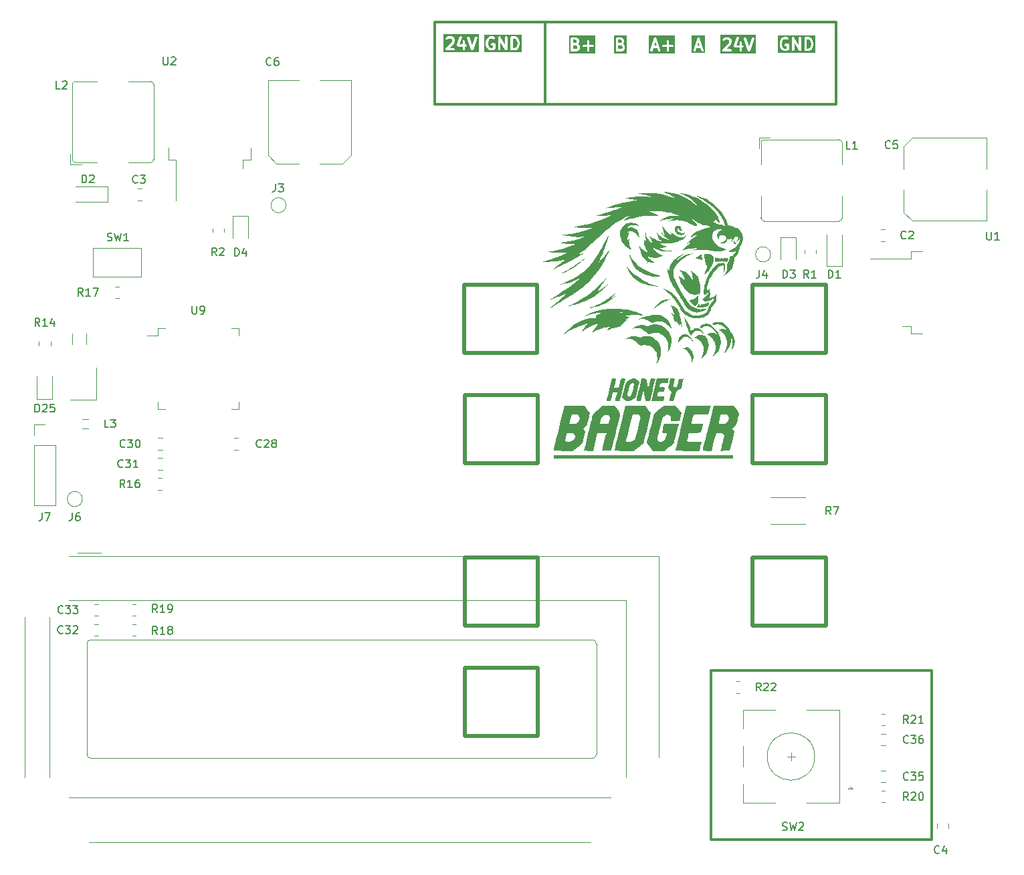
<source format=gbr>
%TF.GenerationSoftware,KiCad,Pcbnew,7.0.10*%
%TF.CreationDate,2024-06-18T13:30:52+03:00*%
%TF.ProjectId,driver-bridge-side,64726976-6572-42d6-9272-696467652d73,rev?*%
%TF.SameCoordinates,Original*%
%TF.FileFunction,Legend,Top*%
%TF.FilePolarity,Positive*%
%FSLAX46Y46*%
G04 Gerber Fmt 4.6, Leading zero omitted, Abs format (unit mm)*
G04 Created by KiCad (PCBNEW 7.0.10) date 2024-06-18 13:30:52*
%MOMM*%
%LPD*%
G01*
G04 APERTURE LIST*
%ADD10C,0.500000*%
%ADD11C,0.300000*%
%ADD12C,0.150000*%
%ADD13C,0.120000*%
G04 APERTURE END LIST*
D10*
X106997500Y-48514000D02*
X116268500Y-48514000D01*
X116268500Y-57150000D01*
X106997500Y-57150000D01*
X106997500Y-48514000D01*
X70485000Y-48514000D02*
X79756000Y-48514000D01*
X79756000Y-57150000D01*
X70485000Y-57150000D01*
X70485000Y-48514000D01*
D11*
X66802000Y-15240000D02*
X117602000Y-15240000D01*
X117602000Y-25654000D01*
X66802000Y-25654000D01*
X66802000Y-15240000D01*
D10*
X70548500Y-97028000D02*
X79819500Y-97028000D01*
X79819500Y-105664000D01*
X70548500Y-105664000D01*
X70548500Y-97028000D01*
D11*
X101701600Y-97383600D02*
X129641600Y-97383600D01*
X129641600Y-118846600D01*
X101701600Y-118846600D01*
X101701600Y-97383600D01*
X80772000Y-15240000D02*
X80772000Y-25654000D01*
D10*
X70548500Y-62484000D02*
X79819500Y-62484000D01*
X79819500Y-71120000D01*
X70548500Y-71120000D01*
X70548500Y-62484000D01*
X106997500Y-83058000D02*
X116268500Y-83058000D01*
X116268500Y-91694000D01*
X106997500Y-91694000D01*
X106997500Y-83058000D01*
X106997500Y-62484000D02*
X116268500Y-62484000D01*
X116268500Y-71120000D01*
X106997500Y-71120000D01*
X106997500Y-62484000D01*
X70548500Y-83058000D02*
X79819500Y-83058000D01*
X79819500Y-91694000D01*
X70548500Y-91694000D01*
X70548500Y-83058000D01*
D11*
G36*
X72376608Y-19088114D02*
G01*
X67865367Y-19088114D01*
X67865367Y-18723828D01*
X68079653Y-18723828D01*
X68084764Y-18742902D01*
X68084764Y-18762651D01*
X68094637Y-18779753D01*
X68099749Y-18798828D01*
X68113713Y-18812792D01*
X68123587Y-18829894D01*
X68140688Y-18839767D01*
X68154653Y-18853732D01*
X68173727Y-18858843D01*
X68190830Y-18868717D01*
X68210578Y-18868717D01*
X68229653Y-18873828D01*
X69158225Y-18873828D01*
X69233225Y-18853732D01*
X69288129Y-18798828D01*
X69308225Y-18723828D01*
X69288129Y-18648828D01*
X69233225Y-18593924D01*
X69158225Y-18573828D01*
X68591785Y-18573828D01*
X68941785Y-18223828D01*
X69579653Y-18223828D01*
X69583615Y-18238616D01*
X69582698Y-18253900D01*
X69593498Y-18275502D01*
X69599749Y-18298828D01*
X69610574Y-18309653D01*
X69617422Y-18323349D01*
X69637576Y-18336655D01*
X69654653Y-18353732D01*
X69669443Y-18357694D01*
X69682219Y-18366130D01*
X69706324Y-18367577D01*
X69729653Y-18373828D01*
X70293939Y-18373828D01*
X70293939Y-18723828D01*
X70314035Y-18798828D01*
X70368939Y-18853732D01*
X70443939Y-18873828D01*
X70518939Y-18853732D01*
X70573843Y-18798828D01*
X70593939Y-18723828D01*
X70593939Y-18373828D01*
X70658224Y-18373828D01*
X70733224Y-18353732D01*
X70788128Y-18298828D01*
X70808224Y-18223828D01*
X70788128Y-18148828D01*
X70733224Y-18093924D01*
X70658224Y-18073828D01*
X70593939Y-18073828D01*
X70593939Y-17723828D01*
X70573843Y-17648828D01*
X70518939Y-17593924D01*
X70443939Y-17573828D01*
X70368939Y-17593924D01*
X70314035Y-17648828D01*
X70293939Y-17723828D01*
X70293939Y-18073828D01*
X69937766Y-18073828D01*
X70229098Y-17199835D01*
X70229463Y-17193756D01*
X70868412Y-17193756D01*
X70873065Y-17271262D01*
X71373065Y-18771262D01*
X71389663Y-18796402D01*
X71403137Y-18823349D01*
X71410790Y-18828402D01*
X71415846Y-18836059D01*
X71442797Y-18849534D01*
X71467933Y-18866130D01*
X71477088Y-18866679D01*
X71485295Y-18870783D01*
X71515370Y-18868977D01*
X71545439Y-18870783D01*
X71553643Y-18866680D01*
X71562801Y-18866131D01*
X71587945Y-18849529D01*
X71614888Y-18836058D01*
X71619941Y-18828404D01*
X71627598Y-18823349D01*
X71641073Y-18796397D01*
X71657669Y-18771262D01*
X72157670Y-17271262D01*
X72162322Y-17193756D01*
X72127598Y-17124307D01*
X72062801Y-17081525D01*
X71985295Y-17076873D01*
X71915846Y-17111597D01*
X71873065Y-17176394D01*
X71515367Y-18249486D01*
X71157669Y-17176394D01*
X71114888Y-17111598D01*
X71045439Y-17076873D01*
X70967933Y-17081526D01*
X70903137Y-17124307D01*
X70868412Y-17193756D01*
X70229463Y-17193756D01*
X70233751Y-17122328D01*
X70199026Y-17052880D01*
X70134230Y-17010098D01*
X70056724Y-17005446D01*
X69987275Y-17040170D01*
X69944493Y-17104966D01*
X69587351Y-18176394D01*
X69585903Y-18200499D01*
X69579653Y-18223828D01*
X68941785Y-18223828D01*
X69192862Y-17972751D01*
X69210102Y-17942890D01*
X69229098Y-17914120D01*
X69300527Y-17699835D01*
X69301974Y-17675728D01*
X69308225Y-17652400D01*
X69308225Y-17509542D01*
X69299302Y-17476241D01*
X69292389Y-17442459D01*
X69220960Y-17299603D01*
X69204937Y-17281534D01*
X69192862Y-17260619D01*
X69121434Y-17189191D01*
X69100519Y-17177116D01*
X69082450Y-17161093D01*
X68939592Y-17089664D01*
X68905811Y-17082751D01*
X68872510Y-17073828D01*
X68515368Y-17073828D01*
X68482066Y-17082751D01*
X68448286Y-17089664D01*
X68305428Y-17161093D01*
X68287358Y-17177116D01*
X68266444Y-17189191D01*
X68195016Y-17260619D01*
X68156193Y-17327862D01*
X68156193Y-17405508D01*
X68195016Y-17472751D01*
X68262259Y-17511574D01*
X68339905Y-17511574D01*
X68407148Y-17472751D01*
X68461364Y-17418535D01*
X68550778Y-17373828D01*
X68837100Y-17373828D01*
X68926514Y-17418535D01*
X68963518Y-17455539D01*
X69008225Y-17544952D01*
X69008225Y-17628059D01*
X68955691Y-17785657D01*
X68123587Y-18617762D01*
X68113713Y-18634863D01*
X68099749Y-18648828D01*
X68094637Y-18667902D01*
X68084764Y-18685005D01*
X68084764Y-18704753D01*
X68079653Y-18723828D01*
X67865367Y-18723828D01*
X67865367Y-16791160D01*
X72376608Y-16791160D01*
X72376608Y-19088114D01*
G37*
G36*
X94842255Y-18272257D02*
G01*
X94544196Y-18272257D01*
X94693225Y-17825169D01*
X94842255Y-18272257D01*
G37*
G36*
X97200368Y-19215114D02*
G01*
X93831984Y-19215114D01*
X93831984Y-18880900D01*
X94046270Y-18880900D01*
X94080995Y-18950349D01*
X94145791Y-18993130D01*
X94223297Y-18997783D01*
X94292746Y-18963058D01*
X94335527Y-18898262D01*
X94444196Y-18572257D01*
X94942255Y-18572257D01*
X95050923Y-18898262D01*
X95093704Y-18963059D01*
X95163153Y-18997783D01*
X95240659Y-18993131D01*
X95305456Y-18950349D01*
X95340180Y-18880900D01*
X95335528Y-18803394D01*
X95160863Y-18279400D01*
X95543224Y-18279400D01*
X95563320Y-18354400D01*
X95618224Y-18409304D01*
X95693224Y-18429400D01*
X96114653Y-18429400D01*
X96114653Y-18850828D01*
X96134749Y-18925828D01*
X96189653Y-18980732D01*
X96264653Y-19000828D01*
X96339653Y-18980732D01*
X96394557Y-18925828D01*
X96414653Y-18850828D01*
X96414653Y-18429400D01*
X96836082Y-18429400D01*
X96911082Y-18409304D01*
X96965986Y-18354400D01*
X96986082Y-18279400D01*
X96965986Y-18204400D01*
X96911082Y-18149496D01*
X96836082Y-18129400D01*
X96414653Y-18129400D01*
X96414653Y-17707971D01*
X96394557Y-17632971D01*
X96339653Y-17578067D01*
X96264653Y-17557971D01*
X96189653Y-17578067D01*
X96134749Y-17632971D01*
X96114653Y-17707971D01*
X96114653Y-18129400D01*
X95693224Y-18129400D01*
X95618224Y-18149496D01*
X95563320Y-18204400D01*
X95543224Y-18279400D01*
X95160863Y-18279400D01*
X94835527Y-17303394D01*
X94818931Y-17278258D01*
X94805456Y-17251307D01*
X94797799Y-17246251D01*
X94792746Y-17238598D01*
X94765803Y-17225126D01*
X94740659Y-17208525D01*
X94731501Y-17207975D01*
X94723297Y-17203873D01*
X94693228Y-17205678D01*
X94663153Y-17203873D01*
X94654946Y-17207976D01*
X94645791Y-17208526D01*
X94620655Y-17225121D01*
X94593704Y-17238597D01*
X94588648Y-17246253D01*
X94580995Y-17251307D01*
X94567521Y-17278253D01*
X94550923Y-17303394D01*
X94050923Y-18803394D01*
X94046270Y-18880900D01*
X93831984Y-18880900D01*
X93831984Y-16989587D01*
X97200368Y-16989587D01*
X97200368Y-19215114D01*
G37*
G36*
X107428608Y-19215114D02*
G01*
X102917367Y-19215114D01*
X102917367Y-18850828D01*
X103131653Y-18850828D01*
X103136764Y-18869902D01*
X103136764Y-18889651D01*
X103146637Y-18906753D01*
X103151749Y-18925828D01*
X103165713Y-18939792D01*
X103175587Y-18956894D01*
X103192688Y-18966767D01*
X103206653Y-18980732D01*
X103225727Y-18985843D01*
X103242830Y-18995717D01*
X103262578Y-18995717D01*
X103281653Y-19000828D01*
X104210225Y-19000828D01*
X104285225Y-18980732D01*
X104340129Y-18925828D01*
X104360225Y-18850828D01*
X104340129Y-18775828D01*
X104285225Y-18720924D01*
X104210225Y-18700828D01*
X103643785Y-18700828D01*
X103993785Y-18350828D01*
X104631653Y-18350828D01*
X104635615Y-18365616D01*
X104634698Y-18380900D01*
X104645498Y-18402502D01*
X104651749Y-18425828D01*
X104662574Y-18436653D01*
X104669422Y-18450349D01*
X104689576Y-18463655D01*
X104706653Y-18480732D01*
X104721443Y-18484694D01*
X104734219Y-18493130D01*
X104758324Y-18494577D01*
X104781653Y-18500828D01*
X105345939Y-18500828D01*
X105345939Y-18850828D01*
X105366035Y-18925828D01*
X105420939Y-18980732D01*
X105495939Y-19000828D01*
X105570939Y-18980732D01*
X105625843Y-18925828D01*
X105645939Y-18850828D01*
X105645939Y-18500828D01*
X105710224Y-18500828D01*
X105785224Y-18480732D01*
X105840128Y-18425828D01*
X105860224Y-18350828D01*
X105840128Y-18275828D01*
X105785224Y-18220924D01*
X105710224Y-18200828D01*
X105645939Y-18200828D01*
X105645939Y-17850828D01*
X105625843Y-17775828D01*
X105570939Y-17720924D01*
X105495939Y-17700828D01*
X105420939Y-17720924D01*
X105366035Y-17775828D01*
X105345939Y-17850828D01*
X105345939Y-18200828D01*
X104989766Y-18200828D01*
X105281098Y-17326835D01*
X105281463Y-17320756D01*
X105920412Y-17320756D01*
X105925065Y-17398262D01*
X106425065Y-18898262D01*
X106441663Y-18923402D01*
X106455137Y-18950349D01*
X106462790Y-18955402D01*
X106467846Y-18963059D01*
X106494797Y-18976534D01*
X106519933Y-18993130D01*
X106529088Y-18993679D01*
X106537295Y-18997783D01*
X106567370Y-18995977D01*
X106597439Y-18997783D01*
X106605643Y-18993680D01*
X106614801Y-18993131D01*
X106639945Y-18976529D01*
X106666888Y-18963058D01*
X106671941Y-18955404D01*
X106679598Y-18950349D01*
X106693073Y-18923397D01*
X106709669Y-18898262D01*
X107209670Y-17398262D01*
X107214322Y-17320756D01*
X107179598Y-17251307D01*
X107114801Y-17208525D01*
X107037295Y-17203873D01*
X106967846Y-17238597D01*
X106925065Y-17303394D01*
X106567367Y-18376486D01*
X106209669Y-17303394D01*
X106166888Y-17238598D01*
X106097439Y-17203873D01*
X106019933Y-17208526D01*
X105955137Y-17251307D01*
X105920412Y-17320756D01*
X105281463Y-17320756D01*
X105285751Y-17249328D01*
X105251026Y-17179880D01*
X105186230Y-17137098D01*
X105108724Y-17132446D01*
X105039275Y-17167170D01*
X104996493Y-17231966D01*
X104639351Y-18303394D01*
X104637903Y-18327499D01*
X104631653Y-18350828D01*
X103993785Y-18350828D01*
X104244862Y-18099751D01*
X104262102Y-18069890D01*
X104281098Y-18041120D01*
X104352527Y-17826835D01*
X104353974Y-17802728D01*
X104360225Y-17779400D01*
X104360225Y-17636542D01*
X104351302Y-17603241D01*
X104344389Y-17569459D01*
X104272960Y-17426603D01*
X104256937Y-17408534D01*
X104244862Y-17387619D01*
X104173434Y-17316191D01*
X104152519Y-17304116D01*
X104134450Y-17288093D01*
X103991592Y-17216664D01*
X103957811Y-17209751D01*
X103924510Y-17200828D01*
X103567368Y-17200828D01*
X103534066Y-17209751D01*
X103500286Y-17216664D01*
X103357428Y-17288093D01*
X103339358Y-17304116D01*
X103318444Y-17316191D01*
X103247016Y-17387619D01*
X103208193Y-17454862D01*
X103208193Y-17532508D01*
X103247016Y-17599751D01*
X103314259Y-17638574D01*
X103391905Y-17638574D01*
X103459148Y-17599751D01*
X103513364Y-17545535D01*
X103602778Y-17500828D01*
X103889100Y-17500828D01*
X103978514Y-17545535D01*
X104015518Y-17582539D01*
X104060225Y-17671952D01*
X104060225Y-17755059D01*
X104007691Y-17912657D01*
X103175587Y-18744762D01*
X103165713Y-18761863D01*
X103151749Y-18775828D01*
X103146637Y-18794902D01*
X103136764Y-18812005D01*
X103136764Y-18831753D01*
X103131653Y-18850828D01*
X102917367Y-18850828D01*
X102917367Y-16918160D01*
X107428608Y-16918160D01*
X107428608Y-19215114D01*
G37*
G36*
X77014340Y-17426361D02*
G01*
X77114947Y-17526968D01*
X77168126Y-17633327D01*
X77231082Y-17885148D01*
X77231082Y-18062507D01*
X77168126Y-18314328D01*
X77114947Y-18420688D01*
X77014341Y-18521294D01*
X76856739Y-18573828D01*
X76673939Y-18573828D01*
X76673939Y-17373828D01*
X76856742Y-17373828D01*
X77014340Y-17426361D01*
G37*
G36*
X77745368Y-19088114D02*
G01*
X73016796Y-19088114D01*
X73016796Y-18080971D01*
X73231082Y-18080971D01*
X73235872Y-18098848D01*
X73235561Y-18117351D01*
X73306989Y-18403065D01*
X73315025Y-18417542D01*
X73318346Y-18433767D01*
X73389775Y-18576624D01*
X73405797Y-18594693D01*
X73417873Y-18615608D01*
X73560730Y-18758466D01*
X73590589Y-18775705D01*
X73619362Y-18794703D01*
X73833648Y-18866131D01*
X73857756Y-18867578D01*
X73881082Y-18873828D01*
X74023939Y-18873828D01*
X74047264Y-18867578D01*
X74071373Y-18866131D01*
X74285659Y-18794703D01*
X74314434Y-18775703D01*
X74344292Y-18758465D01*
X74378929Y-18723828D01*
X74802510Y-18723828D01*
X74822606Y-18798828D01*
X74877510Y-18853732D01*
X74952510Y-18873828D01*
X75027510Y-18853732D01*
X75082414Y-18798828D01*
X75102510Y-18723828D01*
X75102510Y-17788661D01*
X75679417Y-18798249D01*
X75679659Y-18798493D01*
X75679749Y-18798828D01*
X75706969Y-18826048D01*
X75734075Y-18853397D01*
X75734409Y-18853488D01*
X75734653Y-18853732D01*
X75771753Y-18863672D01*
X75808985Y-18873827D01*
X75809320Y-18873738D01*
X75809653Y-18873828D01*
X75846752Y-18863887D01*
X75884074Y-18854065D01*
X75884319Y-18853821D01*
X75884653Y-18853732D01*
X75911817Y-18826567D01*
X75939222Y-18799406D01*
X75939313Y-18799071D01*
X75939557Y-18798828D01*
X75949497Y-18761727D01*
X75959652Y-18724496D01*
X75959563Y-18724160D01*
X75959653Y-18723828D01*
X76373939Y-18723828D01*
X76394035Y-18798828D01*
X76448939Y-18853732D01*
X76523939Y-18873828D01*
X76881082Y-18873828D01*
X76904407Y-18867578D01*
X76928516Y-18866131D01*
X77142802Y-18794703D01*
X77171577Y-18775703D01*
X77201434Y-18758466D01*
X77344291Y-18615608D01*
X77356366Y-18594693D01*
X77372389Y-18576624D01*
X77443818Y-18433768D01*
X77447138Y-18417541D01*
X77455175Y-18403065D01*
X77526603Y-18117351D01*
X77526291Y-18098848D01*
X77531082Y-18080971D01*
X77531082Y-17866685D01*
X77526291Y-17848807D01*
X77526603Y-17830305D01*
X77455175Y-17544591D01*
X77447138Y-17530114D01*
X77443818Y-17513888D01*
X77372389Y-17371032D01*
X77356366Y-17352963D01*
X77344291Y-17332048D01*
X77201434Y-17189191D01*
X77171577Y-17171953D01*
X77142802Y-17152954D01*
X76928516Y-17081526D01*
X76904410Y-17080078D01*
X76881082Y-17073828D01*
X76523939Y-17073828D01*
X76448939Y-17093924D01*
X76394035Y-17148828D01*
X76373939Y-17223828D01*
X76373939Y-18723828D01*
X75959653Y-18723828D01*
X75959653Y-17223828D01*
X75939557Y-17148828D01*
X75884653Y-17093924D01*
X75809653Y-17073828D01*
X75734653Y-17093924D01*
X75679749Y-17148828D01*
X75659653Y-17223828D01*
X75659653Y-18158992D01*
X75082746Y-17149407D01*
X75082503Y-17149162D01*
X75082414Y-17148828D01*
X75055193Y-17121607D01*
X75028088Y-17094259D01*
X75027753Y-17094167D01*
X75027510Y-17093924D01*
X74990409Y-17083983D01*
X74953178Y-17073829D01*
X74952842Y-17073917D01*
X74952510Y-17073828D01*
X74915304Y-17083797D01*
X74878089Y-17093592D01*
X74877844Y-17093834D01*
X74877510Y-17093924D01*
X74850289Y-17121144D01*
X74822941Y-17148250D01*
X74822849Y-17148584D01*
X74822606Y-17148828D01*
X74812665Y-17185928D01*
X74802511Y-17223160D01*
X74802599Y-17223495D01*
X74802510Y-17223828D01*
X74802510Y-18723828D01*
X74378929Y-18723828D01*
X74415720Y-18687036D01*
X74425593Y-18669934D01*
X74439557Y-18655971D01*
X74444668Y-18636894D01*
X74454542Y-18619793D01*
X74454542Y-18600045D01*
X74459653Y-18580971D01*
X74459653Y-18080971D01*
X74439557Y-18005971D01*
X74384653Y-17951067D01*
X74309653Y-17930971D01*
X74023939Y-17930971D01*
X73948939Y-17951067D01*
X73894035Y-18005971D01*
X73873939Y-18080971D01*
X73894035Y-18155971D01*
X73948939Y-18210875D01*
X74023939Y-18230971D01*
X74159653Y-18230971D01*
X74159653Y-18518839D01*
X74157198Y-18521294D01*
X73999596Y-18573828D01*
X73905425Y-18573828D01*
X73747822Y-18521294D01*
X73647217Y-18420688D01*
X73594036Y-18314328D01*
X73531082Y-18062507D01*
X73531082Y-17885148D01*
X73594036Y-17633327D01*
X73647217Y-17526967D01*
X73747823Y-17426361D01*
X73905425Y-17373828D01*
X74059958Y-17373828D01*
X74171142Y-17429421D01*
X74247212Y-17444988D01*
X74320873Y-17420434D01*
X74372389Y-17362339D01*
X74387956Y-17286270D01*
X74363402Y-17212609D01*
X74305307Y-17161093D01*
X74162450Y-17089664D01*
X74128669Y-17082751D01*
X74095368Y-17073828D01*
X73881082Y-17073828D01*
X73857753Y-17080078D01*
X73833647Y-17081526D01*
X73619362Y-17152955D01*
X73590589Y-17171951D01*
X73560730Y-17189191D01*
X73417873Y-17332048D01*
X73405797Y-17352963D01*
X73389775Y-17371032D01*
X73318346Y-17513889D01*
X73315025Y-17530113D01*
X73306989Y-17544591D01*
X73235561Y-17830305D01*
X73235872Y-17848807D01*
X73231082Y-17866685D01*
X73231082Y-18080971D01*
X73016796Y-18080971D01*
X73016796Y-16859542D01*
X77745368Y-16859542D01*
X77745368Y-19088114D01*
G37*
G36*
X90468769Y-18267647D02*
G01*
X90497946Y-18296824D01*
X90542653Y-18386237D01*
X90542653Y-18529704D01*
X90497946Y-18619117D01*
X90460941Y-18656122D01*
X90371529Y-18700828D01*
X89985510Y-18700828D01*
X89985510Y-18215114D01*
X90311167Y-18215114D01*
X90468769Y-18267647D01*
G37*
G36*
X90389514Y-17545535D02*
G01*
X90426518Y-17582539D01*
X90471225Y-17671952D01*
X90471225Y-17743989D01*
X90426518Y-17833402D01*
X90389514Y-17870407D01*
X90300100Y-17915114D01*
X89985510Y-17915114D01*
X89985510Y-17500828D01*
X90300100Y-17500828D01*
X90389514Y-17545535D01*
G37*
G36*
X91056939Y-19215114D02*
G01*
X89471224Y-19215114D01*
X89471224Y-18850828D01*
X89685510Y-18850828D01*
X89705606Y-18925828D01*
X89760510Y-18980732D01*
X89835510Y-19000828D01*
X90406939Y-19000828D01*
X90440242Y-18991904D01*
X90474021Y-18984992D01*
X90616878Y-18913564D01*
X90634947Y-18897540D01*
X90655862Y-18885466D01*
X90727291Y-18814037D01*
X90739365Y-18793122D01*
X90755389Y-18775053D01*
X90826817Y-18632195D01*
X90833728Y-18598419D01*
X90842653Y-18565114D01*
X90842653Y-18350828D01*
X90833728Y-18317522D01*
X90826817Y-18283747D01*
X90755389Y-18140889D01*
X90739365Y-18122819D01*
X90727291Y-18101905D01*
X90655862Y-18030476D01*
X90654497Y-18029687D01*
X90655862Y-18028323D01*
X90667937Y-18007407D01*
X90683960Y-17989339D01*
X90755389Y-17846483D01*
X90762302Y-17812700D01*
X90771225Y-17779400D01*
X90771225Y-17636542D01*
X90762302Y-17603241D01*
X90755389Y-17569459D01*
X90683960Y-17426603D01*
X90667937Y-17408534D01*
X90655862Y-17387619D01*
X90584434Y-17316191D01*
X90563519Y-17304116D01*
X90545450Y-17288093D01*
X90402592Y-17216664D01*
X90368811Y-17209751D01*
X90335510Y-17200828D01*
X89835510Y-17200828D01*
X89760510Y-17220924D01*
X89705606Y-17275828D01*
X89685510Y-17350828D01*
X89685510Y-18850828D01*
X89471224Y-18850828D01*
X89471224Y-16986542D01*
X91056939Y-16986542D01*
X91056939Y-19215114D01*
G37*
G36*
X114201444Y-17500113D02*
G01*
X114302051Y-17600720D01*
X114355230Y-17707079D01*
X114418186Y-17958900D01*
X114418186Y-18136259D01*
X114355230Y-18388080D01*
X114302051Y-18494440D01*
X114201445Y-18595046D01*
X114043843Y-18647580D01*
X113861043Y-18647580D01*
X113861043Y-17447580D01*
X114043846Y-17447580D01*
X114201444Y-17500113D01*
G37*
G36*
X114932472Y-19161866D02*
G01*
X110203900Y-19161866D01*
X110203900Y-18154723D01*
X110418186Y-18154723D01*
X110422976Y-18172600D01*
X110422665Y-18191103D01*
X110494093Y-18476817D01*
X110502129Y-18491294D01*
X110505450Y-18507519D01*
X110576879Y-18650376D01*
X110592901Y-18668445D01*
X110604977Y-18689360D01*
X110747834Y-18832218D01*
X110777693Y-18849457D01*
X110806466Y-18868455D01*
X111020752Y-18939883D01*
X111044860Y-18941330D01*
X111068186Y-18947580D01*
X111211043Y-18947580D01*
X111234368Y-18941330D01*
X111258477Y-18939883D01*
X111472763Y-18868455D01*
X111501538Y-18849455D01*
X111531396Y-18832217D01*
X111566033Y-18797580D01*
X111989614Y-18797580D01*
X112009710Y-18872580D01*
X112064614Y-18927484D01*
X112139614Y-18947580D01*
X112214614Y-18927484D01*
X112269518Y-18872580D01*
X112289614Y-18797580D01*
X112289614Y-17862413D01*
X112866521Y-18872001D01*
X112866763Y-18872245D01*
X112866853Y-18872580D01*
X112894073Y-18899800D01*
X112921179Y-18927149D01*
X112921513Y-18927240D01*
X112921757Y-18927484D01*
X112958857Y-18937424D01*
X112996089Y-18947579D01*
X112996424Y-18947490D01*
X112996757Y-18947580D01*
X113033856Y-18937639D01*
X113071178Y-18927817D01*
X113071423Y-18927573D01*
X113071757Y-18927484D01*
X113098921Y-18900319D01*
X113126326Y-18873158D01*
X113126417Y-18872823D01*
X113126661Y-18872580D01*
X113136601Y-18835479D01*
X113146756Y-18798248D01*
X113146667Y-18797912D01*
X113146757Y-18797580D01*
X113561043Y-18797580D01*
X113581139Y-18872580D01*
X113636043Y-18927484D01*
X113711043Y-18947580D01*
X114068186Y-18947580D01*
X114091511Y-18941330D01*
X114115620Y-18939883D01*
X114329906Y-18868455D01*
X114358681Y-18849455D01*
X114388538Y-18832218D01*
X114531395Y-18689360D01*
X114543470Y-18668445D01*
X114559493Y-18650376D01*
X114630922Y-18507520D01*
X114634242Y-18491293D01*
X114642279Y-18476817D01*
X114713707Y-18191103D01*
X114713395Y-18172600D01*
X114718186Y-18154723D01*
X114718186Y-17940437D01*
X114713395Y-17922559D01*
X114713707Y-17904057D01*
X114642279Y-17618343D01*
X114634242Y-17603866D01*
X114630922Y-17587640D01*
X114559493Y-17444784D01*
X114543470Y-17426715D01*
X114531395Y-17405800D01*
X114388538Y-17262943D01*
X114358681Y-17245705D01*
X114329906Y-17226706D01*
X114115620Y-17155278D01*
X114091514Y-17153830D01*
X114068186Y-17147580D01*
X113711043Y-17147580D01*
X113636043Y-17167676D01*
X113581139Y-17222580D01*
X113561043Y-17297580D01*
X113561043Y-18797580D01*
X113146757Y-18797580D01*
X113146757Y-17297580D01*
X113126661Y-17222580D01*
X113071757Y-17167676D01*
X112996757Y-17147580D01*
X112921757Y-17167676D01*
X112866853Y-17222580D01*
X112846757Y-17297580D01*
X112846757Y-18232744D01*
X112269850Y-17223159D01*
X112269607Y-17222914D01*
X112269518Y-17222580D01*
X112242297Y-17195359D01*
X112215192Y-17168011D01*
X112214857Y-17167919D01*
X112214614Y-17167676D01*
X112177513Y-17157735D01*
X112140282Y-17147581D01*
X112139946Y-17147669D01*
X112139614Y-17147580D01*
X112102408Y-17157549D01*
X112065193Y-17167344D01*
X112064948Y-17167586D01*
X112064614Y-17167676D01*
X112037393Y-17194896D01*
X112010045Y-17222002D01*
X112009953Y-17222336D01*
X112009710Y-17222580D01*
X111999769Y-17259680D01*
X111989615Y-17296912D01*
X111989703Y-17297247D01*
X111989614Y-17297580D01*
X111989614Y-18797580D01*
X111566033Y-18797580D01*
X111602824Y-18760788D01*
X111612697Y-18743686D01*
X111626661Y-18729723D01*
X111631772Y-18710646D01*
X111641646Y-18693545D01*
X111641646Y-18673797D01*
X111646757Y-18654723D01*
X111646757Y-18154723D01*
X111626661Y-18079723D01*
X111571757Y-18024819D01*
X111496757Y-18004723D01*
X111211043Y-18004723D01*
X111136043Y-18024819D01*
X111081139Y-18079723D01*
X111061043Y-18154723D01*
X111081139Y-18229723D01*
X111136043Y-18284627D01*
X111211043Y-18304723D01*
X111346757Y-18304723D01*
X111346757Y-18592591D01*
X111344302Y-18595046D01*
X111186700Y-18647580D01*
X111092529Y-18647580D01*
X110934926Y-18595046D01*
X110834321Y-18494440D01*
X110781140Y-18388080D01*
X110718186Y-18136259D01*
X110718186Y-17958900D01*
X110781140Y-17707079D01*
X110834321Y-17600719D01*
X110934927Y-17500113D01*
X111092529Y-17447580D01*
X111247062Y-17447580D01*
X111358246Y-17503173D01*
X111434316Y-17518740D01*
X111507977Y-17494186D01*
X111559493Y-17436091D01*
X111575060Y-17360022D01*
X111550506Y-17286361D01*
X111492411Y-17234845D01*
X111349554Y-17163416D01*
X111315773Y-17156503D01*
X111282472Y-17147580D01*
X111068186Y-17147580D01*
X111044857Y-17153830D01*
X111020751Y-17155278D01*
X110806466Y-17226707D01*
X110777693Y-17245703D01*
X110747834Y-17262943D01*
X110604977Y-17405800D01*
X110592901Y-17426715D01*
X110576879Y-17444784D01*
X110505450Y-17587641D01*
X110502129Y-17603865D01*
X110494093Y-17618343D01*
X110422665Y-17904057D01*
X110422976Y-17922559D01*
X110418186Y-17940437D01*
X110418186Y-18154723D01*
X110203900Y-18154723D01*
X110203900Y-16933294D01*
X114932472Y-16933294D01*
X114932472Y-19161866D01*
G37*
G36*
X84753769Y-18267647D02*
G01*
X84782946Y-18296824D01*
X84827653Y-18386237D01*
X84827653Y-18529704D01*
X84782946Y-18619117D01*
X84745941Y-18656122D01*
X84656529Y-18700828D01*
X84270510Y-18700828D01*
X84270510Y-18215114D01*
X84596167Y-18215114D01*
X84753769Y-18267647D01*
G37*
G36*
X84674514Y-17545535D02*
G01*
X84711518Y-17582539D01*
X84756225Y-17671952D01*
X84756225Y-17743989D01*
X84711518Y-17833402D01*
X84674514Y-17870407D01*
X84585100Y-17915114D01*
X84270510Y-17915114D01*
X84270510Y-17500828D01*
X84585100Y-17500828D01*
X84674514Y-17545535D01*
G37*
G36*
X87127654Y-19215114D02*
G01*
X83756224Y-19215114D01*
X83756224Y-18850828D01*
X83970510Y-18850828D01*
X83990606Y-18925828D01*
X84045510Y-18980732D01*
X84120510Y-19000828D01*
X84691939Y-19000828D01*
X84725242Y-18991904D01*
X84759021Y-18984992D01*
X84901878Y-18913564D01*
X84919947Y-18897540D01*
X84940862Y-18885466D01*
X85012291Y-18814037D01*
X85024365Y-18793122D01*
X85040389Y-18775053D01*
X85111817Y-18632195D01*
X85118728Y-18598419D01*
X85127653Y-18565114D01*
X85127653Y-18350828D01*
X85118728Y-18317522D01*
X85111817Y-18283747D01*
X85109644Y-18279400D01*
X85470510Y-18279400D01*
X85490606Y-18354400D01*
X85545510Y-18409304D01*
X85620510Y-18429400D01*
X86041939Y-18429400D01*
X86041939Y-18850828D01*
X86062035Y-18925828D01*
X86116939Y-18980732D01*
X86191939Y-19000828D01*
X86266939Y-18980732D01*
X86321843Y-18925828D01*
X86341939Y-18850828D01*
X86341939Y-18429400D01*
X86763368Y-18429400D01*
X86838368Y-18409304D01*
X86893272Y-18354400D01*
X86913368Y-18279400D01*
X86893272Y-18204400D01*
X86838368Y-18149496D01*
X86763368Y-18129400D01*
X86341939Y-18129400D01*
X86341939Y-17707971D01*
X86321843Y-17632971D01*
X86266939Y-17578067D01*
X86191939Y-17557971D01*
X86116939Y-17578067D01*
X86062035Y-17632971D01*
X86041939Y-17707971D01*
X86041939Y-18129400D01*
X85620510Y-18129400D01*
X85545510Y-18149496D01*
X85490606Y-18204400D01*
X85470510Y-18279400D01*
X85109644Y-18279400D01*
X85040389Y-18140889D01*
X85024365Y-18122819D01*
X85012291Y-18101905D01*
X84940862Y-18030476D01*
X84939497Y-18029687D01*
X84940862Y-18028323D01*
X84952937Y-18007407D01*
X84968960Y-17989339D01*
X85040389Y-17846483D01*
X85047302Y-17812700D01*
X85056225Y-17779400D01*
X85056225Y-17636542D01*
X85047302Y-17603241D01*
X85040389Y-17569459D01*
X84968960Y-17426603D01*
X84952937Y-17408534D01*
X84940862Y-17387619D01*
X84869434Y-17316191D01*
X84848519Y-17304116D01*
X84830450Y-17288093D01*
X84687592Y-17216664D01*
X84653811Y-17209751D01*
X84620510Y-17200828D01*
X84120510Y-17200828D01*
X84045510Y-17220924D01*
X83990606Y-17275828D01*
X83970510Y-17350828D01*
X83970510Y-18850828D01*
X83756224Y-18850828D01*
X83756224Y-16986542D01*
X87127654Y-16986542D01*
X87127654Y-19215114D01*
G37*
G36*
X100303255Y-18272257D02*
G01*
X100005196Y-18272257D01*
X100154225Y-17825169D01*
X100303255Y-18272257D01*
G37*
G36*
X101015466Y-19212069D02*
G01*
X99292984Y-19212069D01*
X99292984Y-18880900D01*
X99507270Y-18880900D01*
X99541995Y-18950349D01*
X99606791Y-18993130D01*
X99684297Y-18997783D01*
X99753746Y-18963058D01*
X99796527Y-18898262D01*
X99905196Y-18572257D01*
X100403255Y-18572257D01*
X100511923Y-18898262D01*
X100554704Y-18963059D01*
X100624153Y-18997783D01*
X100701659Y-18993131D01*
X100766456Y-18950349D01*
X100801180Y-18880900D01*
X100796528Y-18803394D01*
X100296527Y-17303394D01*
X100279931Y-17278258D01*
X100266456Y-17251307D01*
X100258799Y-17246251D01*
X100253746Y-17238598D01*
X100226803Y-17225126D01*
X100201659Y-17208525D01*
X100192501Y-17207975D01*
X100184297Y-17203873D01*
X100154228Y-17205678D01*
X100124153Y-17203873D01*
X100115946Y-17207976D01*
X100106791Y-17208526D01*
X100081655Y-17225121D01*
X100054704Y-17238597D01*
X100049648Y-17246253D01*
X100041995Y-17251307D01*
X100028521Y-17278253D01*
X100011923Y-17303394D01*
X99511923Y-18803394D01*
X99507270Y-18880900D01*
X99292984Y-18880900D01*
X99292984Y-16989587D01*
X101015466Y-16989587D01*
X101015466Y-19212069D01*
G37*
D12*
X20875666Y-77432819D02*
X20875666Y-78147104D01*
X20875666Y-78147104D02*
X20828047Y-78289961D01*
X20828047Y-78289961D02*
X20732809Y-78385200D01*
X20732809Y-78385200D02*
X20589952Y-78432819D01*
X20589952Y-78432819D02*
X20494714Y-78432819D01*
X21780428Y-77432819D02*
X21589952Y-77432819D01*
X21589952Y-77432819D02*
X21494714Y-77480438D01*
X21494714Y-77480438D02*
X21447095Y-77528057D01*
X21447095Y-77528057D02*
X21351857Y-77670914D01*
X21351857Y-77670914D02*
X21304238Y-77861390D01*
X21304238Y-77861390D02*
X21304238Y-78242342D01*
X21304238Y-78242342D02*
X21351857Y-78337580D01*
X21351857Y-78337580D02*
X21399476Y-78385200D01*
X21399476Y-78385200D02*
X21494714Y-78432819D01*
X21494714Y-78432819D02*
X21685190Y-78432819D01*
X21685190Y-78432819D02*
X21780428Y-78385200D01*
X21780428Y-78385200D02*
X21828047Y-78337580D01*
X21828047Y-78337580D02*
X21875666Y-78242342D01*
X21875666Y-78242342D02*
X21875666Y-78004247D01*
X21875666Y-78004247D02*
X21828047Y-77909009D01*
X21828047Y-77909009D02*
X21780428Y-77861390D01*
X21780428Y-77861390D02*
X21685190Y-77813771D01*
X21685190Y-77813771D02*
X21494714Y-77813771D01*
X21494714Y-77813771D02*
X21399476Y-77861390D01*
X21399476Y-77861390D02*
X21351857Y-77909009D01*
X21351857Y-77909009D02*
X21304238Y-78004247D01*
X22217142Y-49984819D02*
X21883809Y-49508628D01*
X21645714Y-49984819D02*
X21645714Y-48984819D01*
X21645714Y-48984819D02*
X22026666Y-48984819D01*
X22026666Y-48984819D02*
X22121904Y-49032438D01*
X22121904Y-49032438D02*
X22169523Y-49080057D01*
X22169523Y-49080057D02*
X22217142Y-49175295D01*
X22217142Y-49175295D02*
X22217142Y-49318152D01*
X22217142Y-49318152D02*
X22169523Y-49413390D01*
X22169523Y-49413390D02*
X22121904Y-49461009D01*
X22121904Y-49461009D02*
X22026666Y-49508628D01*
X22026666Y-49508628D02*
X21645714Y-49508628D01*
X23169523Y-49984819D02*
X22598095Y-49984819D01*
X22883809Y-49984819D02*
X22883809Y-48984819D01*
X22883809Y-48984819D02*
X22788571Y-49127676D01*
X22788571Y-49127676D02*
X22693333Y-49222914D01*
X22693333Y-49222914D02*
X22598095Y-49270533D01*
X23502857Y-48984819D02*
X24169523Y-48984819D01*
X24169523Y-48984819D02*
X23740952Y-49984819D01*
X19677142Y-92637565D02*
X19629523Y-92685185D01*
X19629523Y-92685185D02*
X19486666Y-92732804D01*
X19486666Y-92732804D02*
X19391428Y-92732804D01*
X19391428Y-92732804D02*
X19248571Y-92685185D01*
X19248571Y-92685185D02*
X19153333Y-92589946D01*
X19153333Y-92589946D02*
X19105714Y-92494708D01*
X19105714Y-92494708D02*
X19058095Y-92304232D01*
X19058095Y-92304232D02*
X19058095Y-92161375D01*
X19058095Y-92161375D02*
X19105714Y-91970899D01*
X19105714Y-91970899D02*
X19153333Y-91875661D01*
X19153333Y-91875661D02*
X19248571Y-91780423D01*
X19248571Y-91780423D02*
X19391428Y-91732804D01*
X19391428Y-91732804D02*
X19486666Y-91732804D01*
X19486666Y-91732804D02*
X19629523Y-91780423D01*
X19629523Y-91780423D02*
X19677142Y-91828042D01*
X20010476Y-91732804D02*
X20629523Y-91732804D01*
X20629523Y-91732804D02*
X20296190Y-92113756D01*
X20296190Y-92113756D02*
X20439047Y-92113756D01*
X20439047Y-92113756D02*
X20534285Y-92161375D01*
X20534285Y-92161375D02*
X20581904Y-92208994D01*
X20581904Y-92208994D02*
X20629523Y-92304232D01*
X20629523Y-92304232D02*
X20629523Y-92542327D01*
X20629523Y-92542327D02*
X20581904Y-92637565D01*
X20581904Y-92637565D02*
X20534285Y-92685185D01*
X20534285Y-92685185D02*
X20439047Y-92732804D01*
X20439047Y-92732804D02*
X20153333Y-92732804D01*
X20153333Y-92732804D02*
X20058095Y-92685185D01*
X20058095Y-92685185D02*
X20010476Y-92637565D01*
X21010476Y-91828042D02*
X21058095Y-91780423D01*
X21058095Y-91780423D02*
X21153333Y-91732804D01*
X21153333Y-91732804D02*
X21391428Y-91732804D01*
X21391428Y-91732804D02*
X21486666Y-91780423D01*
X21486666Y-91780423D02*
X21534285Y-91828042D01*
X21534285Y-91828042D02*
X21581904Y-91923280D01*
X21581904Y-91923280D02*
X21581904Y-92018518D01*
X21581904Y-92018518D02*
X21534285Y-92161375D01*
X21534285Y-92161375D02*
X20962857Y-92732804D01*
X20962857Y-92732804D02*
X21581904Y-92732804D01*
X126712742Y-106531580D02*
X126665123Y-106579200D01*
X126665123Y-106579200D02*
X126522266Y-106626819D01*
X126522266Y-106626819D02*
X126427028Y-106626819D01*
X126427028Y-106626819D02*
X126284171Y-106579200D01*
X126284171Y-106579200D02*
X126188933Y-106483961D01*
X126188933Y-106483961D02*
X126141314Y-106388723D01*
X126141314Y-106388723D02*
X126093695Y-106198247D01*
X126093695Y-106198247D02*
X126093695Y-106055390D01*
X126093695Y-106055390D02*
X126141314Y-105864914D01*
X126141314Y-105864914D02*
X126188933Y-105769676D01*
X126188933Y-105769676D02*
X126284171Y-105674438D01*
X126284171Y-105674438D02*
X126427028Y-105626819D01*
X126427028Y-105626819D02*
X126522266Y-105626819D01*
X126522266Y-105626819D02*
X126665123Y-105674438D01*
X126665123Y-105674438D02*
X126712742Y-105722057D01*
X127046076Y-105626819D02*
X127665123Y-105626819D01*
X127665123Y-105626819D02*
X127331790Y-106007771D01*
X127331790Y-106007771D02*
X127474647Y-106007771D01*
X127474647Y-106007771D02*
X127569885Y-106055390D01*
X127569885Y-106055390D02*
X127617504Y-106103009D01*
X127617504Y-106103009D02*
X127665123Y-106198247D01*
X127665123Y-106198247D02*
X127665123Y-106436342D01*
X127665123Y-106436342D02*
X127617504Y-106531580D01*
X127617504Y-106531580D02*
X127569885Y-106579200D01*
X127569885Y-106579200D02*
X127474647Y-106626819D01*
X127474647Y-106626819D02*
X127188933Y-106626819D01*
X127188933Y-106626819D02*
X127093695Y-106579200D01*
X127093695Y-106579200D02*
X127046076Y-106531580D01*
X128522266Y-105626819D02*
X128331790Y-105626819D01*
X128331790Y-105626819D02*
X128236552Y-105674438D01*
X128236552Y-105674438D02*
X128188933Y-105722057D01*
X128188933Y-105722057D02*
X128093695Y-105864914D01*
X128093695Y-105864914D02*
X128046076Y-106055390D01*
X128046076Y-106055390D02*
X128046076Y-106436342D01*
X128046076Y-106436342D02*
X128093695Y-106531580D01*
X128093695Y-106531580D02*
X128141314Y-106579200D01*
X128141314Y-106579200D02*
X128236552Y-106626819D01*
X128236552Y-106626819D02*
X128427028Y-106626819D01*
X128427028Y-106626819D02*
X128522266Y-106579200D01*
X128522266Y-106579200D02*
X128569885Y-106531580D01*
X128569885Y-106531580D02*
X128617504Y-106436342D01*
X128617504Y-106436342D02*
X128617504Y-106198247D01*
X128617504Y-106198247D02*
X128569885Y-106103009D01*
X128569885Y-106103009D02*
X128522266Y-106055390D01*
X128522266Y-106055390D02*
X128427028Y-106007771D01*
X128427028Y-106007771D02*
X128236552Y-106007771D01*
X128236552Y-106007771D02*
X128141314Y-106055390D01*
X128141314Y-106055390D02*
X128093695Y-106103009D01*
X128093695Y-106103009D02*
X128046076Y-106198247D01*
X44817142Y-69066580D02*
X44769523Y-69114200D01*
X44769523Y-69114200D02*
X44626666Y-69161819D01*
X44626666Y-69161819D02*
X44531428Y-69161819D01*
X44531428Y-69161819D02*
X44388571Y-69114200D01*
X44388571Y-69114200D02*
X44293333Y-69018961D01*
X44293333Y-69018961D02*
X44245714Y-68923723D01*
X44245714Y-68923723D02*
X44198095Y-68733247D01*
X44198095Y-68733247D02*
X44198095Y-68590390D01*
X44198095Y-68590390D02*
X44245714Y-68399914D01*
X44245714Y-68399914D02*
X44293333Y-68304676D01*
X44293333Y-68304676D02*
X44388571Y-68209438D01*
X44388571Y-68209438D02*
X44531428Y-68161819D01*
X44531428Y-68161819D02*
X44626666Y-68161819D01*
X44626666Y-68161819D02*
X44769523Y-68209438D01*
X44769523Y-68209438D02*
X44817142Y-68257057D01*
X45198095Y-68257057D02*
X45245714Y-68209438D01*
X45245714Y-68209438D02*
X45340952Y-68161819D01*
X45340952Y-68161819D02*
X45579047Y-68161819D01*
X45579047Y-68161819D02*
X45674285Y-68209438D01*
X45674285Y-68209438D02*
X45721904Y-68257057D01*
X45721904Y-68257057D02*
X45769523Y-68352295D01*
X45769523Y-68352295D02*
X45769523Y-68447533D01*
X45769523Y-68447533D02*
X45721904Y-68590390D01*
X45721904Y-68590390D02*
X45150476Y-69161819D01*
X45150476Y-69161819D02*
X45769523Y-69161819D01*
X46340952Y-68590390D02*
X46245714Y-68542771D01*
X46245714Y-68542771D02*
X46198095Y-68495152D01*
X46198095Y-68495152D02*
X46150476Y-68399914D01*
X46150476Y-68399914D02*
X46150476Y-68352295D01*
X46150476Y-68352295D02*
X46198095Y-68257057D01*
X46198095Y-68257057D02*
X46245714Y-68209438D01*
X46245714Y-68209438D02*
X46340952Y-68161819D01*
X46340952Y-68161819D02*
X46531428Y-68161819D01*
X46531428Y-68161819D02*
X46626666Y-68209438D01*
X46626666Y-68209438D02*
X46674285Y-68257057D01*
X46674285Y-68257057D02*
X46721904Y-68352295D01*
X46721904Y-68352295D02*
X46721904Y-68399914D01*
X46721904Y-68399914D02*
X46674285Y-68495152D01*
X46674285Y-68495152D02*
X46626666Y-68542771D01*
X46626666Y-68542771D02*
X46531428Y-68590390D01*
X46531428Y-68590390D02*
X46340952Y-68590390D01*
X46340952Y-68590390D02*
X46245714Y-68638009D01*
X46245714Y-68638009D02*
X46198095Y-68685628D01*
X46198095Y-68685628D02*
X46150476Y-68780866D01*
X46150476Y-68780866D02*
X46150476Y-68971342D01*
X46150476Y-68971342D02*
X46198095Y-69066580D01*
X46198095Y-69066580D02*
X46245714Y-69114200D01*
X46245714Y-69114200D02*
X46340952Y-69161819D01*
X46340952Y-69161819D02*
X46531428Y-69161819D01*
X46531428Y-69161819D02*
X46626666Y-69114200D01*
X46626666Y-69114200D02*
X46674285Y-69066580D01*
X46674285Y-69066580D02*
X46721904Y-68971342D01*
X46721904Y-68971342D02*
X46721904Y-68780866D01*
X46721904Y-68780866D02*
X46674285Y-68685628D01*
X46674285Y-68685628D02*
X46626666Y-68638009D01*
X46626666Y-68638009D02*
X46531428Y-68590390D01*
X110852905Y-47698819D02*
X110852905Y-46698819D01*
X110852905Y-46698819D02*
X111091000Y-46698819D01*
X111091000Y-46698819D02*
X111233857Y-46746438D01*
X111233857Y-46746438D02*
X111329095Y-46841676D01*
X111329095Y-46841676D02*
X111376714Y-46936914D01*
X111376714Y-46936914D02*
X111424333Y-47127390D01*
X111424333Y-47127390D02*
X111424333Y-47270247D01*
X111424333Y-47270247D02*
X111376714Y-47460723D01*
X111376714Y-47460723D02*
X111329095Y-47555961D01*
X111329095Y-47555961D02*
X111233857Y-47651200D01*
X111233857Y-47651200D02*
X111091000Y-47698819D01*
X111091000Y-47698819D02*
X110852905Y-47698819D01*
X111757667Y-46698819D02*
X112376714Y-46698819D01*
X112376714Y-46698819D02*
X112043381Y-47079771D01*
X112043381Y-47079771D02*
X112186238Y-47079771D01*
X112186238Y-47079771D02*
X112281476Y-47127390D01*
X112281476Y-47127390D02*
X112329095Y-47175009D01*
X112329095Y-47175009D02*
X112376714Y-47270247D01*
X112376714Y-47270247D02*
X112376714Y-47508342D01*
X112376714Y-47508342D02*
X112329095Y-47603580D01*
X112329095Y-47603580D02*
X112281476Y-47651200D01*
X112281476Y-47651200D02*
X112186238Y-47698819D01*
X112186238Y-47698819D02*
X111900524Y-47698819D01*
X111900524Y-47698819D02*
X111805286Y-47651200D01*
X111805286Y-47651200D02*
X111757667Y-47603580D01*
X31650075Y-92819371D02*
X31316742Y-92343180D01*
X31078647Y-92819371D02*
X31078647Y-91819371D01*
X31078647Y-91819371D02*
X31459599Y-91819371D01*
X31459599Y-91819371D02*
X31554837Y-91866990D01*
X31554837Y-91866990D02*
X31602456Y-91914609D01*
X31602456Y-91914609D02*
X31650075Y-92009847D01*
X31650075Y-92009847D02*
X31650075Y-92152704D01*
X31650075Y-92152704D02*
X31602456Y-92247942D01*
X31602456Y-92247942D02*
X31554837Y-92295561D01*
X31554837Y-92295561D02*
X31459599Y-92343180D01*
X31459599Y-92343180D02*
X31078647Y-92343180D01*
X32602456Y-92819371D02*
X32031028Y-92819371D01*
X32316742Y-92819371D02*
X32316742Y-91819371D01*
X32316742Y-91819371D02*
X32221504Y-91962228D01*
X32221504Y-91962228D02*
X32126266Y-92057466D01*
X32126266Y-92057466D02*
X32031028Y-92105085D01*
X33173885Y-92247942D02*
X33078647Y-92200323D01*
X33078647Y-92200323D02*
X33031028Y-92152704D01*
X33031028Y-92152704D02*
X32983409Y-92057466D01*
X32983409Y-92057466D02*
X32983409Y-92009847D01*
X32983409Y-92009847D02*
X33031028Y-91914609D01*
X33031028Y-91914609D02*
X33078647Y-91866990D01*
X33078647Y-91866990D02*
X33173885Y-91819371D01*
X33173885Y-91819371D02*
X33364361Y-91819371D01*
X33364361Y-91819371D02*
X33459599Y-91866990D01*
X33459599Y-91866990D02*
X33507218Y-91914609D01*
X33507218Y-91914609D02*
X33554837Y-92009847D01*
X33554837Y-92009847D02*
X33554837Y-92057466D01*
X33554837Y-92057466D02*
X33507218Y-92152704D01*
X33507218Y-92152704D02*
X33459599Y-92200323D01*
X33459599Y-92200323D02*
X33364361Y-92247942D01*
X33364361Y-92247942D02*
X33173885Y-92247942D01*
X33173885Y-92247942D02*
X33078647Y-92295561D01*
X33078647Y-92295561D02*
X33031028Y-92343180D01*
X33031028Y-92343180D02*
X32983409Y-92438418D01*
X32983409Y-92438418D02*
X32983409Y-92628894D01*
X32983409Y-92628894D02*
X33031028Y-92724132D01*
X33031028Y-92724132D02*
X33078647Y-92771752D01*
X33078647Y-92771752D02*
X33173885Y-92819371D01*
X33173885Y-92819371D02*
X33364361Y-92819371D01*
X33364361Y-92819371D02*
X33459599Y-92771752D01*
X33459599Y-92771752D02*
X33507218Y-92724132D01*
X33507218Y-92724132D02*
X33554837Y-92628894D01*
X33554837Y-92628894D02*
X33554837Y-92438418D01*
X33554837Y-92438418D02*
X33507218Y-92343180D01*
X33507218Y-92343180D02*
X33459599Y-92295561D01*
X33459599Y-92295561D02*
X33364361Y-92247942D01*
X16174591Y-64673652D02*
X16174591Y-63673652D01*
X16174591Y-63673652D02*
X16412686Y-63673652D01*
X16412686Y-63673652D02*
X16555543Y-63721271D01*
X16555543Y-63721271D02*
X16650781Y-63816509D01*
X16650781Y-63816509D02*
X16698400Y-63911747D01*
X16698400Y-63911747D02*
X16746019Y-64102223D01*
X16746019Y-64102223D02*
X16746019Y-64245080D01*
X16746019Y-64245080D02*
X16698400Y-64435556D01*
X16698400Y-64435556D02*
X16650781Y-64530794D01*
X16650781Y-64530794D02*
X16555543Y-64626033D01*
X16555543Y-64626033D02*
X16412686Y-64673652D01*
X16412686Y-64673652D02*
X16174591Y-64673652D01*
X17126972Y-63768890D02*
X17174591Y-63721271D01*
X17174591Y-63721271D02*
X17269829Y-63673652D01*
X17269829Y-63673652D02*
X17507924Y-63673652D01*
X17507924Y-63673652D02*
X17603162Y-63721271D01*
X17603162Y-63721271D02*
X17650781Y-63768890D01*
X17650781Y-63768890D02*
X17698400Y-63864128D01*
X17698400Y-63864128D02*
X17698400Y-63959366D01*
X17698400Y-63959366D02*
X17650781Y-64102223D01*
X17650781Y-64102223D02*
X17079353Y-64673652D01*
X17079353Y-64673652D02*
X17698400Y-64673652D01*
X18603162Y-63673652D02*
X18126972Y-63673652D01*
X18126972Y-63673652D02*
X18079353Y-64149842D01*
X18079353Y-64149842D02*
X18126972Y-64102223D01*
X18126972Y-64102223D02*
X18222210Y-64054604D01*
X18222210Y-64054604D02*
X18460305Y-64054604D01*
X18460305Y-64054604D02*
X18555543Y-64102223D01*
X18555543Y-64102223D02*
X18603162Y-64149842D01*
X18603162Y-64149842D02*
X18650781Y-64245080D01*
X18650781Y-64245080D02*
X18650781Y-64483175D01*
X18650781Y-64483175D02*
X18603162Y-64578413D01*
X18603162Y-64578413D02*
X18555543Y-64626033D01*
X18555543Y-64626033D02*
X18460305Y-64673652D01*
X18460305Y-64673652D02*
X18222210Y-64673652D01*
X18222210Y-64673652D02*
X18126972Y-64626033D01*
X18126972Y-64626033D02*
X18079353Y-64578413D01*
X31650075Y-90054371D02*
X31316742Y-89578180D01*
X31078647Y-90054371D02*
X31078647Y-89054371D01*
X31078647Y-89054371D02*
X31459599Y-89054371D01*
X31459599Y-89054371D02*
X31554837Y-89101990D01*
X31554837Y-89101990D02*
X31602456Y-89149609D01*
X31602456Y-89149609D02*
X31650075Y-89244847D01*
X31650075Y-89244847D02*
X31650075Y-89387704D01*
X31650075Y-89387704D02*
X31602456Y-89482942D01*
X31602456Y-89482942D02*
X31554837Y-89530561D01*
X31554837Y-89530561D02*
X31459599Y-89578180D01*
X31459599Y-89578180D02*
X31078647Y-89578180D01*
X32602456Y-90054371D02*
X32031028Y-90054371D01*
X32316742Y-90054371D02*
X32316742Y-89054371D01*
X32316742Y-89054371D02*
X32221504Y-89197228D01*
X32221504Y-89197228D02*
X32126266Y-89292466D01*
X32126266Y-89292466D02*
X32031028Y-89340085D01*
X33078647Y-90054371D02*
X33269123Y-90054371D01*
X33269123Y-90054371D02*
X33364361Y-90006752D01*
X33364361Y-90006752D02*
X33411980Y-89959132D01*
X33411980Y-89959132D02*
X33507218Y-89816275D01*
X33507218Y-89816275D02*
X33554837Y-89625799D01*
X33554837Y-89625799D02*
X33554837Y-89244847D01*
X33554837Y-89244847D02*
X33507218Y-89149609D01*
X33507218Y-89149609D02*
X33459599Y-89101990D01*
X33459599Y-89101990D02*
X33364361Y-89054371D01*
X33364361Y-89054371D02*
X33173885Y-89054371D01*
X33173885Y-89054371D02*
X33078647Y-89101990D01*
X33078647Y-89101990D02*
X33031028Y-89149609D01*
X33031028Y-89149609D02*
X32983409Y-89244847D01*
X32983409Y-89244847D02*
X32983409Y-89482942D01*
X32983409Y-89482942D02*
X33031028Y-89578180D01*
X33031028Y-89578180D02*
X33078647Y-89625799D01*
X33078647Y-89625799D02*
X33173885Y-89673418D01*
X33173885Y-89673418D02*
X33364361Y-89673418D01*
X33364361Y-89673418D02*
X33459599Y-89625799D01*
X33459599Y-89625799D02*
X33507218Y-89578180D01*
X33507218Y-89578180D02*
X33554837Y-89482942D01*
X19687663Y-90092977D02*
X19640044Y-90140597D01*
X19640044Y-90140597D02*
X19497187Y-90188216D01*
X19497187Y-90188216D02*
X19401949Y-90188216D01*
X19401949Y-90188216D02*
X19259092Y-90140597D01*
X19259092Y-90140597D02*
X19163854Y-90045358D01*
X19163854Y-90045358D02*
X19116235Y-89950120D01*
X19116235Y-89950120D02*
X19068616Y-89759644D01*
X19068616Y-89759644D02*
X19068616Y-89616787D01*
X19068616Y-89616787D02*
X19116235Y-89426311D01*
X19116235Y-89426311D02*
X19163854Y-89331073D01*
X19163854Y-89331073D02*
X19259092Y-89235835D01*
X19259092Y-89235835D02*
X19401949Y-89188216D01*
X19401949Y-89188216D02*
X19497187Y-89188216D01*
X19497187Y-89188216D02*
X19640044Y-89235835D01*
X19640044Y-89235835D02*
X19687663Y-89283454D01*
X20020997Y-89188216D02*
X20640044Y-89188216D01*
X20640044Y-89188216D02*
X20306711Y-89569168D01*
X20306711Y-89569168D02*
X20449568Y-89569168D01*
X20449568Y-89569168D02*
X20544806Y-89616787D01*
X20544806Y-89616787D02*
X20592425Y-89664406D01*
X20592425Y-89664406D02*
X20640044Y-89759644D01*
X20640044Y-89759644D02*
X20640044Y-89997739D01*
X20640044Y-89997739D02*
X20592425Y-90092977D01*
X20592425Y-90092977D02*
X20544806Y-90140597D01*
X20544806Y-90140597D02*
X20449568Y-90188216D01*
X20449568Y-90188216D02*
X20163854Y-90188216D01*
X20163854Y-90188216D02*
X20068616Y-90140597D01*
X20068616Y-90140597D02*
X20020997Y-90092977D01*
X20973378Y-89188216D02*
X21592425Y-89188216D01*
X21592425Y-89188216D02*
X21259092Y-89569168D01*
X21259092Y-89569168D02*
X21401949Y-89569168D01*
X21401949Y-89569168D02*
X21497187Y-89616787D01*
X21497187Y-89616787D02*
X21544806Y-89664406D01*
X21544806Y-89664406D02*
X21592425Y-89759644D01*
X21592425Y-89759644D02*
X21592425Y-89997739D01*
X21592425Y-89997739D02*
X21544806Y-90092977D01*
X21544806Y-90092977D02*
X21497187Y-90140597D01*
X21497187Y-90140597D02*
X21401949Y-90188216D01*
X21401949Y-90188216D02*
X21116235Y-90188216D01*
X21116235Y-90188216D02*
X21020997Y-90140597D01*
X21020997Y-90140597D02*
X20973378Y-90092977D01*
X27297142Y-71606580D02*
X27249523Y-71654200D01*
X27249523Y-71654200D02*
X27106666Y-71701819D01*
X27106666Y-71701819D02*
X27011428Y-71701819D01*
X27011428Y-71701819D02*
X26868571Y-71654200D01*
X26868571Y-71654200D02*
X26773333Y-71558961D01*
X26773333Y-71558961D02*
X26725714Y-71463723D01*
X26725714Y-71463723D02*
X26678095Y-71273247D01*
X26678095Y-71273247D02*
X26678095Y-71130390D01*
X26678095Y-71130390D02*
X26725714Y-70939914D01*
X26725714Y-70939914D02*
X26773333Y-70844676D01*
X26773333Y-70844676D02*
X26868571Y-70749438D01*
X26868571Y-70749438D02*
X27011428Y-70701819D01*
X27011428Y-70701819D02*
X27106666Y-70701819D01*
X27106666Y-70701819D02*
X27249523Y-70749438D01*
X27249523Y-70749438D02*
X27297142Y-70797057D01*
X27630476Y-70701819D02*
X28249523Y-70701819D01*
X28249523Y-70701819D02*
X27916190Y-71082771D01*
X27916190Y-71082771D02*
X28059047Y-71082771D01*
X28059047Y-71082771D02*
X28154285Y-71130390D01*
X28154285Y-71130390D02*
X28201904Y-71178009D01*
X28201904Y-71178009D02*
X28249523Y-71273247D01*
X28249523Y-71273247D02*
X28249523Y-71511342D01*
X28249523Y-71511342D02*
X28201904Y-71606580D01*
X28201904Y-71606580D02*
X28154285Y-71654200D01*
X28154285Y-71654200D02*
X28059047Y-71701819D01*
X28059047Y-71701819D02*
X27773333Y-71701819D01*
X27773333Y-71701819D02*
X27678095Y-71654200D01*
X27678095Y-71654200D02*
X27630476Y-71606580D01*
X29201904Y-71701819D02*
X28630476Y-71701819D01*
X28916190Y-71701819D02*
X28916190Y-70701819D01*
X28916190Y-70701819D02*
X28820952Y-70844676D01*
X28820952Y-70844676D02*
X28725714Y-70939914D01*
X28725714Y-70939914D02*
X28630476Y-70987533D01*
X130643333Y-120501580D02*
X130595714Y-120549200D01*
X130595714Y-120549200D02*
X130452857Y-120596819D01*
X130452857Y-120596819D02*
X130357619Y-120596819D01*
X130357619Y-120596819D02*
X130214762Y-120549200D01*
X130214762Y-120549200D02*
X130119524Y-120453961D01*
X130119524Y-120453961D02*
X130071905Y-120358723D01*
X130071905Y-120358723D02*
X130024286Y-120168247D01*
X130024286Y-120168247D02*
X130024286Y-120025390D01*
X130024286Y-120025390D02*
X130071905Y-119834914D01*
X130071905Y-119834914D02*
X130119524Y-119739676D01*
X130119524Y-119739676D02*
X130214762Y-119644438D01*
X130214762Y-119644438D02*
X130357619Y-119596819D01*
X130357619Y-119596819D02*
X130452857Y-119596819D01*
X130452857Y-119596819D02*
X130595714Y-119644438D01*
X130595714Y-119644438D02*
X130643333Y-119692057D01*
X131500476Y-119930152D02*
X131500476Y-120596819D01*
X131262381Y-119549200D02*
X131024286Y-120263485D01*
X131024286Y-120263485D02*
X131643333Y-120263485D01*
X46608666Y-35770819D02*
X46608666Y-36485104D01*
X46608666Y-36485104D02*
X46561047Y-36627961D01*
X46561047Y-36627961D02*
X46465809Y-36723200D01*
X46465809Y-36723200D02*
X46322952Y-36770819D01*
X46322952Y-36770819D02*
X46227714Y-36770819D01*
X46989619Y-35770819D02*
X47608666Y-35770819D01*
X47608666Y-35770819D02*
X47275333Y-36151771D01*
X47275333Y-36151771D02*
X47418190Y-36151771D01*
X47418190Y-36151771D02*
X47513428Y-36199390D01*
X47513428Y-36199390D02*
X47561047Y-36247009D01*
X47561047Y-36247009D02*
X47608666Y-36342247D01*
X47608666Y-36342247D02*
X47608666Y-36580342D01*
X47608666Y-36580342D02*
X47561047Y-36675580D01*
X47561047Y-36675580D02*
X47513428Y-36723200D01*
X47513428Y-36723200D02*
X47418190Y-36770819D01*
X47418190Y-36770819D02*
X47132476Y-36770819D01*
X47132476Y-36770819D02*
X47037238Y-36723200D01*
X47037238Y-36723200D02*
X46989619Y-36675580D01*
X27527142Y-74241819D02*
X27193809Y-73765628D01*
X26955714Y-74241819D02*
X26955714Y-73241819D01*
X26955714Y-73241819D02*
X27336666Y-73241819D01*
X27336666Y-73241819D02*
X27431904Y-73289438D01*
X27431904Y-73289438D02*
X27479523Y-73337057D01*
X27479523Y-73337057D02*
X27527142Y-73432295D01*
X27527142Y-73432295D02*
X27527142Y-73575152D01*
X27527142Y-73575152D02*
X27479523Y-73670390D01*
X27479523Y-73670390D02*
X27431904Y-73718009D01*
X27431904Y-73718009D02*
X27336666Y-73765628D01*
X27336666Y-73765628D02*
X26955714Y-73765628D01*
X28479523Y-74241819D02*
X27908095Y-74241819D01*
X28193809Y-74241819D02*
X28193809Y-73241819D01*
X28193809Y-73241819D02*
X28098571Y-73384676D01*
X28098571Y-73384676D02*
X28003333Y-73479914D01*
X28003333Y-73479914D02*
X27908095Y-73527533D01*
X29336666Y-73241819D02*
X29146190Y-73241819D01*
X29146190Y-73241819D02*
X29050952Y-73289438D01*
X29050952Y-73289438D02*
X29003333Y-73337057D01*
X29003333Y-73337057D02*
X28908095Y-73479914D01*
X28908095Y-73479914D02*
X28860476Y-73670390D01*
X28860476Y-73670390D02*
X28860476Y-74051342D01*
X28860476Y-74051342D02*
X28908095Y-74146580D01*
X28908095Y-74146580D02*
X28955714Y-74194200D01*
X28955714Y-74194200D02*
X29050952Y-74241819D01*
X29050952Y-74241819D02*
X29241428Y-74241819D01*
X29241428Y-74241819D02*
X29336666Y-74194200D01*
X29336666Y-74194200D02*
X29384285Y-74146580D01*
X29384285Y-74146580D02*
X29431904Y-74051342D01*
X29431904Y-74051342D02*
X29431904Y-73813247D01*
X29431904Y-73813247D02*
X29384285Y-73718009D01*
X29384285Y-73718009D02*
X29336666Y-73670390D01*
X29336666Y-73670390D02*
X29241428Y-73622771D01*
X29241428Y-73622771D02*
X29050952Y-73622771D01*
X29050952Y-73622771D02*
X28955714Y-73670390D01*
X28955714Y-73670390D02*
X28908095Y-73718009D01*
X28908095Y-73718009D02*
X28860476Y-73813247D01*
X16756142Y-53794819D02*
X16422809Y-53318628D01*
X16184714Y-53794819D02*
X16184714Y-52794819D01*
X16184714Y-52794819D02*
X16565666Y-52794819D01*
X16565666Y-52794819D02*
X16660904Y-52842438D01*
X16660904Y-52842438D02*
X16708523Y-52890057D01*
X16708523Y-52890057D02*
X16756142Y-52985295D01*
X16756142Y-52985295D02*
X16756142Y-53128152D01*
X16756142Y-53128152D02*
X16708523Y-53223390D01*
X16708523Y-53223390D02*
X16660904Y-53271009D01*
X16660904Y-53271009D02*
X16565666Y-53318628D01*
X16565666Y-53318628D02*
X16184714Y-53318628D01*
X17708523Y-53794819D02*
X17137095Y-53794819D01*
X17422809Y-53794819D02*
X17422809Y-52794819D01*
X17422809Y-52794819D02*
X17327571Y-52937676D01*
X17327571Y-52937676D02*
X17232333Y-53032914D01*
X17232333Y-53032914D02*
X17137095Y-53080533D01*
X18565666Y-53128152D02*
X18565666Y-53794819D01*
X18327571Y-52747200D02*
X18089476Y-53461485D01*
X18089476Y-53461485D02*
X18708523Y-53461485D01*
X114085058Y-47698819D02*
X113751725Y-47222628D01*
X113513630Y-47698819D02*
X113513630Y-46698819D01*
X113513630Y-46698819D02*
X113894582Y-46698819D01*
X113894582Y-46698819D02*
X113989820Y-46746438D01*
X113989820Y-46746438D02*
X114037439Y-46794057D01*
X114037439Y-46794057D02*
X114085058Y-46889295D01*
X114085058Y-46889295D02*
X114085058Y-47032152D01*
X114085058Y-47032152D02*
X114037439Y-47127390D01*
X114037439Y-47127390D02*
X113989820Y-47175009D01*
X113989820Y-47175009D02*
X113894582Y-47222628D01*
X113894582Y-47222628D02*
X113513630Y-47222628D01*
X115037439Y-47698819D02*
X114466011Y-47698819D01*
X114751725Y-47698819D02*
X114751725Y-46698819D01*
X114751725Y-46698819D02*
X114656487Y-46841676D01*
X114656487Y-46841676D02*
X114561249Y-46936914D01*
X114561249Y-46936914D02*
X114466011Y-46984533D01*
X116609905Y-47698819D02*
X116609905Y-46698819D01*
X116609905Y-46698819D02*
X116848000Y-46698819D01*
X116848000Y-46698819D02*
X116990857Y-46746438D01*
X116990857Y-46746438D02*
X117086095Y-46841676D01*
X117086095Y-46841676D02*
X117133714Y-46936914D01*
X117133714Y-46936914D02*
X117181333Y-47127390D01*
X117181333Y-47127390D02*
X117181333Y-47270247D01*
X117181333Y-47270247D02*
X117133714Y-47460723D01*
X117133714Y-47460723D02*
X117086095Y-47555961D01*
X117086095Y-47555961D02*
X116990857Y-47651200D01*
X116990857Y-47651200D02*
X116848000Y-47698819D01*
X116848000Y-47698819D02*
X116609905Y-47698819D01*
X118133714Y-47698819D02*
X117562286Y-47698819D01*
X117848000Y-47698819D02*
X117848000Y-46698819D01*
X117848000Y-46698819D02*
X117752762Y-46841676D01*
X117752762Y-46841676D02*
X117657524Y-46936914D01*
X117657524Y-46936914D02*
X117562286Y-46984533D01*
X126712742Y-113840419D02*
X126379409Y-113364228D01*
X126141314Y-113840419D02*
X126141314Y-112840419D01*
X126141314Y-112840419D02*
X126522266Y-112840419D01*
X126522266Y-112840419D02*
X126617504Y-112888038D01*
X126617504Y-112888038D02*
X126665123Y-112935657D01*
X126665123Y-112935657D02*
X126712742Y-113030895D01*
X126712742Y-113030895D02*
X126712742Y-113173752D01*
X126712742Y-113173752D02*
X126665123Y-113268990D01*
X126665123Y-113268990D02*
X126617504Y-113316609D01*
X126617504Y-113316609D02*
X126522266Y-113364228D01*
X126522266Y-113364228D02*
X126141314Y-113364228D01*
X127093695Y-112935657D02*
X127141314Y-112888038D01*
X127141314Y-112888038D02*
X127236552Y-112840419D01*
X127236552Y-112840419D02*
X127474647Y-112840419D01*
X127474647Y-112840419D02*
X127569885Y-112888038D01*
X127569885Y-112888038D02*
X127617504Y-112935657D01*
X127617504Y-112935657D02*
X127665123Y-113030895D01*
X127665123Y-113030895D02*
X127665123Y-113126133D01*
X127665123Y-113126133D02*
X127617504Y-113268990D01*
X127617504Y-113268990D02*
X127046076Y-113840419D01*
X127046076Y-113840419D02*
X127665123Y-113840419D01*
X128284171Y-112840419D02*
X128379409Y-112840419D01*
X128379409Y-112840419D02*
X128474647Y-112888038D01*
X128474647Y-112888038D02*
X128522266Y-112935657D01*
X128522266Y-112935657D02*
X128569885Y-113030895D01*
X128569885Y-113030895D02*
X128617504Y-113221371D01*
X128617504Y-113221371D02*
X128617504Y-113459466D01*
X128617504Y-113459466D02*
X128569885Y-113649942D01*
X128569885Y-113649942D02*
X128522266Y-113745180D01*
X128522266Y-113745180D02*
X128474647Y-113792800D01*
X128474647Y-113792800D02*
X128379409Y-113840419D01*
X128379409Y-113840419D02*
X128284171Y-113840419D01*
X128284171Y-113840419D02*
X128188933Y-113792800D01*
X128188933Y-113792800D02*
X128141314Y-113745180D01*
X128141314Y-113745180D02*
X128093695Y-113649942D01*
X128093695Y-113649942D02*
X128046076Y-113459466D01*
X128046076Y-113459466D02*
X128046076Y-113221371D01*
X128046076Y-113221371D02*
X128093695Y-113030895D01*
X128093695Y-113030895D02*
X128141314Y-112935657D01*
X128141314Y-112935657D02*
X128188933Y-112888038D01*
X128188933Y-112888038D02*
X128284171Y-112840419D01*
X46061333Y-20679580D02*
X46013714Y-20727200D01*
X46013714Y-20727200D02*
X45870857Y-20774819D01*
X45870857Y-20774819D02*
X45775619Y-20774819D01*
X45775619Y-20774819D02*
X45632762Y-20727200D01*
X45632762Y-20727200D02*
X45537524Y-20631961D01*
X45537524Y-20631961D02*
X45489905Y-20536723D01*
X45489905Y-20536723D02*
X45442286Y-20346247D01*
X45442286Y-20346247D02*
X45442286Y-20203390D01*
X45442286Y-20203390D02*
X45489905Y-20012914D01*
X45489905Y-20012914D02*
X45537524Y-19917676D01*
X45537524Y-19917676D02*
X45632762Y-19822438D01*
X45632762Y-19822438D02*
X45775619Y-19774819D01*
X45775619Y-19774819D02*
X45870857Y-19774819D01*
X45870857Y-19774819D02*
X46013714Y-19822438D01*
X46013714Y-19822438D02*
X46061333Y-19870057D01*
X46918476Y-19774819D02*
X46728000Y-19774819D01*
X46728000Y-19774819D02*
X46632762Y-19822438D01*
X46632762Y-19822438D02*
X46585143Y-19870057D01*
X46585143Y-19870057D02*
X46489905Y-20012914D01*
X46489905Y-20012914D02*
X46442286Y-20203390D01*
X46442286Y-20203390D02*
X46442286Y-20584342D01*
X46442286Y-20584342D02*
X46489905Y-20679580D01*
X46489905Y-20679580D02*
X46537524Y-20727200D01*
X46537524Y-20727200D02*
X46632762Y-20774819D01*
X46632762Y-20774819D02*
X46823238Y-20774819D01*
X46823238Y-20774819D02*
X46918476Y-20727200D01*
X46918476Y-20727200D02*
X46966095Y-20679580D01*
X46966095Y-20679580D02*
X47013714Y-20584342D01*
X47013714Y-20584342D02*
X47013714Y-20346247D01*
X47013714Y-20346247D02*
X46966095Y-20251009D01*
X46966095Y-20251009D02*
X46918476Y-20203390D01*
X46918476Y-20203390D02*
X46823238Y-20155771D01*
X46823238Y-20155771D02*
X46632762Y-20155771D01*
X46632762Y-20155771D02*
X46537524Y-20203390D01*
X46537524Y-20203390D02*
X46489905Y-20251009D01*
X46489905Y-20251009D02*
X46442286Y-20346247D01*
X126404052Y-42650580D02*
X126356433Y-42698200D01*
X126356433Y-42698200D02*
X126213576Y-42745819D01*
X126213576Y-42745819D02*
X126118338Y-42745819D01*
X126118338Y-42745819D02*
X125975481Y-42698200D01*
X125975481Y-42698200D02*
X125880243Y-42602961D01*
X125880243Y-42602961D02*
X125832624Y-42507723D01*
X125832624Y-42507723D02*
X125785005Y-42317247D01*
X125785005Y-42317247D02*
X125785005Y-42174390D01*
X125785005Y-42174390D02*
X125832624Y-41983914D01*
X125832624Y-41983914D02*
X125880243Y-41888676D01*
X125880243Y-41888676D02*
X125975481Y-41793438D01*
X125975481Y-41793438D02*
X126118338Y-41745819D01*
X126118338Y-41745819D02*
X126213576Y-41745819D01*
X126213576Y-41745819D02*
X126356433Y-41793438D01*
X126356433Y-41793438D02*
X126404052Y-41841057D01*
X126785005Y-41841057D02*
X126832624Y-41793438D01*
X126832624Y-41793438D02*
X126927862Y-41745819D01*
X126927862Y-41745819D02*
X127165957Y-41745819D01*
X127165957Y-41745819D02*
X127261195Y-41793438D01*
X127261195Y-41793438D02*
X127308814Y-41841057D01*
X127308814Y-41841057D02*
X127356433Y-41936295D01*
X127356433Y-41936295D02*
X127356433Y-42031533D01*
X127356433Y-42031533D02*
X127308814Y-42174390D01*
X127308814Y-42174390D02*
X126737386Y-42745819D01*
X126737386Y-42745819D02*
X127356433Y-42745819D01*
X22121905Y-35636819D02*
X22121905Y-34636819D01*
X22121905Y-34636819D02*
X22360000Y-34636819D01*
X22360000Y-34636819D02*
X22502857Y-34684438D01*
X22502857Y-34684438D02*
X22598095Y-34779676D01*
X22598095Y-34779676D02*
X22645714Y-34874914D01*
X22645714Y-34874914D02*
X22693333Y-35065390D01*
X22693333Y-35065390D02*
X22693333Y-35208247D01*
X22693333Y-35208247D02*
X22645714Y-35398723D01*
X22645714Y-35398723D02*
X22598095Y-35493961D01*
X22598095Y-35493961D02*
X22502857Y-35589200D01*
X22502857Y-35589200D02*
X22360000Y-35636819D01*
X22360000Y-35636819D02*
X22121905Y-35636819D01*
X23074286Y-34732057D02*
X23121905Y-34684438D01*
X23121905Y-34684438D02*
X23217143Y-34636819D01*
X23217143Y-34636819D02*
X23455238Y-34636819D01*
X23455238Y-34636819D02*
X23550476Y-34684438D01*
X23550476Y-34684438D02*
X23598095Y-34732057D01*
X23598095Y-34732057D02*
X23645714Y-34827295D01*
X23645714Y-34827295D02*
X23645714Y-34922533D01*
X23645714Y-34922533D02*
X23598095Y-35065390D01*
X23598095Y-35065390D02*
X23026667Y-35636819D01*
X23026667Y-35636819D02*
X23645714Y-35636819D01*
X126712742Y-104086819D02*
X126379409Y-103610628D01*
X126141314Y-104086819D02*
X126141314Y-103086819D01*
X126141314Y-103086819D02*
X126522266Y-103086819D01*
X126522266Y-103086819D02*
X126617504Y-103134438D01*
X126617504Y-103134438D02*
X126665123Y-103182057D01*
X126665123Y-103182057D02*
X126712742Y-103277295D01*
X126712742Y-103277295D02*
X126712742Y-103420152D01*
X126712742Y-103420152D02*
X126665123Y-103515390D01*
X126665123Y-103515390D02*
X126617504Y-103563009D01*
X126617504Y-103563009D02*
X126522266Y-103610628D01*
X126522266Y-103610628D02*
X126141314Y-103610628D01*
X127093695Y-103182057D02*
X127141314Y-103134438D01*
X127141314Y-103134438D02*
X127236552Y-103086819D01*
X127236552Y-103086819D02*
X127474647Y-103086819D01*
X127474647Y-103086819D02*
X127569885Y-103134438D01*
X127569885Y-103134438D02*
X127617504Y-103182057D01*
X127617504Y-103182057D02*
X127665123Y-103277295D01*
X127665123Y-103277295D02*
X127665123Y-103372533D01*
X127665123Y-103372533D02*
X127617504Y-103515390D01*
X127617504Y-103515390D02*
X127046076Y-104086819D01*
X127046076Y-104086819D02*
X127665123Y-104086819D01*
X128617504Y-104086819D02*
X128046076Y-104086819D01*
X128331790Y-104086819D02*
X128331790Y-103086819D01*
X128331790Y-103086819D02*
X128236552Y-103229676D01*
X128236552Y-103229676D02*
X128141314Y-103324914D01*
X128141314Y-103324914D02*
X128046076Y-103372533D01*
X17065666Y-77432819D02*
X17065666Y-78147104D01*
X17065666Y-78147104D02*
X17018047Y-78289961D01*
X17018047Y-78289961D02*
X16922809Y-78385200D01*
X16922809Y-78385200D02*
X16779952Y-78432819D01*
X16779952Y-78432819D02*
X16684714Y-78432819D01*
X17446619Y-77432819D02*
X18113285Y-77432819D01*
X18113285Y-77432819D02*
X17684714Y-78432819D01*
X124420333Y-31208020D02*
X124372714Y-31255640D01*
X124372714Y-31255640D02*
X124229857Y-31303259D01*
X124229857Y-31303259D02*
X124134619Y-31303259D01*
X124134619Y-31303259D02*
X123991762Y-31255640D01*
X123991762Y-31255640D02*
X123896524Y-31160401D01*
X123896524Y-31160401D02*
X123848905Y-31065163D01*
X123848905Y-31065163D02*
X123801286Y-30874687D01*
X123801286Y-30874687D02*
X123801286Y-30731830D01*
X123801286Y-30731830D02*
X123848905Y-30541354D01*
X123848905Y-30541354D02*
X123896524Y-30446116D01*
X123896524Y-30446116D02*
X123991762Y-30350878D01*
X123991762Y-30350878D02*
X124134619Y-30303259D01*
X124134619Y-30303259D02*
X124229857Y-30303259D01*
X124229857Y-30303259D02*
X124372714Y-30350878D01*
X124372714Y-30350878D02*
X124420333Y-30398497D01*
X125325095Y-30303259D02*
X124848905Y-30303259D01*
X124848905Y-30303259D02*
X124801286Y-30779449D01*
X124801286Y-30779449D02*
X124848905Y-30731830D01*
X124848905Y-30731830D02*
X124944143Y-30684211D01*
X124944143Y-30684211D02*
X125182238Y-30684211D01*
X125182238Y-30684211D02*
X125277476Y-30731830D01*
X125277476Y-30731830D02*
X125325095Y-30779449D01*
X125325095Y-30779449D02*
X125372714Y-30874687D01*
X125372714Y-30874687D02*
X125372714Y-31112782D01*
X125372714Y-31112782D02*
X125325095Y-31208020D01*
X125325095Y-31208020D02*
X125277476Y-31255640D01*
X125277476Y-31255640D02*
X125182238Y-31303259D01*
X125182238Y-31303259D02*
X124944143Y-31303259D01*
X124944143Y-31303259D02*
X124848905Y-31255640D01*
X124848905Y-31255640D02*
X124801286Y-31208020D01*
X25336667Y-42952200D02*
X25479524Y-42999819D01*
X25479524Y-42999819D02*
X25717619Y-42999819D01*
X25717619Y-42999819D02*
X25812857Y-42952200D01*
X25812857Y-42952200D02*
X25860476Y-42904580D01*
X25860476Y-42904580D02*
X25908095Y-42809342D01*
X25908095Y-42809342D02*
X25908095Y-42714104D01*
X25908095Y-42714104D02*
X25860476Y-42618866D01*
X25860476Y-42618866D02*
X25812857Y-42571247D01*
X25812857Y-42571247D02*
X25717619Y-42523628D01*
X25717619Y-42523628D02*
X25527143Y-42476009D01*
X25527143Y-42476009D02*
X25431905Y-42428390D01*
X25431905Y-42428390D02*
X25384286Y-42380771D01*
X25384286Y-42380771D02*
X25336667Y-42285533D01*
X25336667Y-42285533D02*
X25336667Y-42190295D01*
X25336667Y-42190295D02*
X25384286Y-42095057D01*
X25384286Y-42095057D02*
X25431905Y-42047438D01*
X25431905Y-42047438D02*
X25527143Y-41999819D01*
X25527143Y-41999819D02*
X25765238Y-41999819D01*
X25765238Y-41999819D02*
X25908095Y-42047438D01*
X26241429Y-41999819D02*
X26479524Y-42999819D01*
X26479524Y-42999819D02*
X26670000Y-42285533D01*
X26670000Y-42285533D02*
X26860476Y-42999819D01*
X26860476Y-42999819D02*
X27098572Y-41999819D01*
X28003333Y-42999819D02*
X27431905Y-42999819D01*
X27717619Y-42999819D02*
X27717619Y-41999819D01*
X27717619Y-41999819D02*
X27622381Y-42142676D01*
X27622381Y-42142676D02*
X27527143Y-42237914D01*
X27527143Y-42237914D02*
X27431905Y-42285533D01*
X108047742Y-99985419D02*
X107714409Y-99509228D01*
X107476314Y-99985419D02*
X107476314Y-98985419D01*
X107476314Y-98985419D02*
X107857266Y-98985419D01*
X107857266Y-98985419D02*
X107952504Y-99033038D01*
X107952504Y-99033038D02*
X108000123Y-99080657D01*
X108000123Y-99080657D02*
X108047742Y-99175895D01*
X108047742Y-99175895D02*
X108047742Y-99318752D01*
X108047742Y-99318752D02*
X108000123Y-99413990D01*
X108000123Y-99413990D02*
X107952504Y-99461609D01*
X107952504Y-99461609D02*
X107857266Y-99509228D01*
X107857266Y-99509228D02*
X107476314Y-99509228D01*
X108428695Y-99080657D02*
X108476314Y-99033038D01*
X108476314Y-99033038D02*
X108571552Y-98985419D01*
X108571552Y-98985419D02*
X108809647Y-98985419D01*
X108809647Y-98985419D02*
X108904885Y-99033038D01*
X108904885Y-99033038D02*
X108952504Y-99080657D01*
X108952504Y-99080657D02*
X109000123Y-99175895D01*
X109000123Y-99175895D02*
X109000123Y-99271133D01*
X109000123Y-99271133D02*
X108952504Y-99413990D01*
X108952504Y-99413990D02*
X108381076Y-99985419D01*
X108381076Y-99985419D02*
X109000123Y-99985419D01*
X109381076Y-99080657D02*
X109428695Y-99033038D01*
X109428695Y-99033038D02*
X109523933Y-98985419D01*
X109523933Y-98985419D02*
X109762028Y-98985419D01*
X109762028Y-98985419D02*
X109857266Y-99033038D01*
X109857266Y-99033038D02*
X109904885Y-99080657D01*
X109904885Y-99080657D02*
X109952504Y-99175895D01*
X109952504Y-99175895D02*
X109952504Y-99271133D01*
X109952504Y-99271133D02*
X109904885Y-99413990D01*
X109904885Y-99413990D02*
X109333457Y-99985419D01*
X109333457Y-99985419D02*
X109952504Y-99985419D01*
X32404095Y-19708819D02*
X32404095Y-20518342D01*
X32404095Y-20518342D02*
X32451714Y-20613580D01*
X32451714Y-20613580D02*
X32499333Y-20661200D01*
X32499333Y-20661200D02*
X32594571Y-20708819D01*
X32594571Y-20708819D02*
X32785047Y-20708819D01*
X32785047Y-20708819D02*
X32880285Y-20661200D01*
X32880285Y-20661200D02*
X32927904Y-20613580D01*
X32927904Y-20613580D02*
X32975523Y-20518342D01*
X32975523Y-20518342D02*
X32975523Y-19708819D01*
X33404095Y-19804057D02*
X33451714Y-19756438D01*
X33451714Y-19756438D02*
X33546952Y-19708819D01*
X33546952Y-19708819D02*
X33785047Y-19708819D01*
X33785047Y-19708819D02*
X33880285Y-19756438D01*
X33880285Y-19756438D02*
X33927904Y-19804057D01*
X33927904Y-19804057D02*
X33975523Y-19899295D01*
X33975523Y-19899295D02*
X33975523Y-19994533D01*
X33975523Y-19994533D02*
X33927904Y-20137390D01*
X33927904Y-20137390D02*
X33356476Y-20708819D01*
X33356476Y-20708819D02*
X33975523Y-20708819D01*
X116900543Y-77625085D02*
X116567210Y-77148894D01*
X116329115Y-77625085D02*
X116329115Y-76625085D01*
X116329115Y-76625085D02*
X116710067Y-76625085D01*
X116710067Y-76625085D02*
X116805305Y-76672704D01*
X116805305Y-76672704D02*
X116852924Y-76720323D01*
X116852924Y-76720323D02*
X116900543Y-76815561D01*
X116900543Y-76815561D02*
X116900543Y-76958418D01*
X116900543Y-76958418D02*
X116852924Y-77053656D01*
X116852924Y-77053656D02*
X116805305Y-77101275D01*
X116805305Y-77101275D02*
X116710067Y-77148894D01*
X116710067Y-77148894D02*
X116329115Y-77148894D01*
X117233877Y-76625085D02*
X117900543Y-76625085D01*
X117900543Y-76625085D02*
X117471972Y-77625085D01*
X136652095Y-41872819D02*
X136652095Y-42682342D01*
X136652095Y-42682342D02*
X136699714Y-42777580D01*
X136699714Y-42777580D02*
X136747333Y-42825200D01*
X136747333Y-42825200D02*
X136842571Y-42872819D01*
X136842571Y-42872819D02*
X137033047Y-42872819D01*
X137033047Y-42872819D02*
X137128285Y-42825200D01*
X137128285Y-42825200D02*
X137175904Y-42777580D01*
X137175904Y-42777580D02*
X137223523Y-42682342D01*
X137223523Y-42682342D02*
X137223523Y-41872819D01*
X138223523Y-42872819D02*
X137652095Y-42872819D01*
X137937809Y-42872819D02*
X137937809Y-41872819D01*
X137937809Y-41872819D02*
X137842571Y-42015676D01*
X137842571Y-42015676D02*
X137747333Y-42110914D01*
X137747333Y-42110914D02*
X137652095Y-42158533D01*
X39142375Y-44866061D02*
X38809042Y-44389870D01*
X38570947Y-44866061D02*
X38570947Y-43866061D01*
X38570947Y-43866061D02*
X38951899Y-43866061D01*
X38951899Y-43866061D02*
X39047137Y-43913680D01*
X39047137Y-43913680D02*
X39094756Y-43961299D01*
X39094756Y-43961299D02*
X39142375Y-44056537D01*
X39142375Y-44056537D02*
X39142375Y-44199394D01*
X39142375Y-44199394D02*
X39094756Y-44294632D01*
X39094756Y-44294632D02*
X39047137Y-44342251D01*
X39047137Y-44342251D02*
X38951899Y-44389870D01*
X38951899Y-44389870D02*
X38570947Y-44389870D01*
X39523328Y-43961299D02*
X39570947Y-43913680D01*
X39570947Y-43913680D02*
X39666185Y-43866061D01*
X39666185Y-43866061D02*
X39904280Y-43866061D01*
X39904280Y-43866061D02*
X39999518Y-43913680D01*
X39999518Y-43913680D02*
X40047137Y-43961299D01*
X40047137Y-43961299D02*
X40094756Y-44056537D01*
X40094756Y-44056537D02*
X40094756Y-44151775D01*
X40094756Y-44151775D02*
X40047137Y-44294632D01*
X40047137Y-44294632D02*
X39475709Y-44866061D01*
X39475709Y-44866061D02*
X40094756Y-44866061D01*
X41449035Y-44901160D02*
X41449035Y-43901160D01*
X41449035Y-43901160D02*
X41687130Y-43901160D01*
X41687130Y-43901160D02*
X41829987Y-43948779D01*
X41829987Y-43948779D02*
X41925225Y-44044017D01*
X41925225Y-44044017D02*
X41972844Y-44139255D01*
X41972844Y-44139255D02*
X42020463Y-44329731D01*
X42020463Y-44329731D02*
X42020463Y-44472588D01*
X42020463Y-44472588D02*
X41972844Y-44663064D01*
X41972844Y-44663064D02*
X41925225Y-44758302D01*
X41925225Y-44758302D02*
X41829987Y-44853541D01*
X41829987Y-44853541D02*
X41687130Y-44901160D01*
X41687130Y-44901160D02*
X41449035Y-44901160D01*
X42877606Y-44234493D02*
X42877606Y-44901160D01*
X42639511Y-43853541D02*
X42401416Y-44567826D01*
X42401416Y-44567826D02*
X43020463Y-44567826D01*
X110782267Y-117602800D02*
X110925124Y-117650419D01*
X110925124Y-117650419D02*
X111163219Y-117650419D01*
X111163219Y-117650419D02*
X111258457Y-117602800D01*
X111258457Y-117602800D02*
X111306076Y-117555180D01*
X111306076Y-117555180D02*
X111353695Y-117459942D01*
X111353695Y-117459942D02*
X111353695Y-117364704D01*
X111353695Y-117364704D02*
X111306076Y-117269466D01*
X111306076Y-117269466D02*
X111258457Y-117221847D01*
X111258457Y-117221847D02*
X111163219Y-117174228D01*
X111163219Y-117174228D02*
X110972743Y-117126609D01*
X110972743Y-117126609D02*
X110877505Y-117078990D01*
X110877505Y-117078990D02*
X110829886Y-117031371D01*
X110829886Y-117031371D02*
X110782267Y-116936133D01*
X110782267Y-116936133D02*
X110782267Y-116840895D01*
X110782267Y-116840895D02*
X110829886Y-116745657D01*
X110829886Y-116745657D02*
X110877505Y-116698038D01*
X110877505Y-116698038D02*
X110972743Y-116650419D01*
X110972743Y-116650419D02*
X111210838Y-116650419D01*
X111210838Y-116650419D02*
X111353695Y-116698038D01*
X111687029Y-116650419D02*
X111925124Y-117650419D01*
X111925124Y-117650419D02*
X112115600Y-116936133D01*
X112115600Y-116936133D02*
X112306076Y-117650419D01*
X112306076Y-117650419D02*
X112544172Y-116650419D01*
X112877505Y-116745657D02*
X112925124Y-116698038D01*
X112925124Y-116698038D02*
X113020362Y-116650419D01*
X113020362Y-116650419D02*
X113258457Y-116650419D01*
X113258457Y-116650419D02*
X113353695Y-116698038D01*
X113353695Y-116698038D02*
X113401314Y-116745657D01*
X113401314Y-116745657D02*
X113448933Y-116840895D01*
X113448933Y-116840895D02*
X113448933Y-116936133D01*
X113448933Y-116936133D02*
X113401314Y-117078990D01*
X113401314Y-117078990D02*
X112829886Y-117650419D01*
X112829886Y-117650419D02*
X113448933Y-117650419D01*
X36068095Y-51236819D02*
X36068095Y-52046342D01*
X36068095Y-52046342D02*
X36115714Y-52141580D01*
X36115714Y-52141580D02*
X36163333Y-52189200D01*
X36163333Y-52189200D02*
X36258571Y-52236819D01*
X36258571Y-52236819D02*
X36449047Y-52236819D01*
X36449047Y-52236819D02*
X36544285Y-52189200D01*
X36544285Y-52189200D02*
X36591904Y-52141580D01*
X36591904Y-52141580D02*
X36639523Y-52046342D01*
X36639523Y-52046342D02*
X36639523Y-51236819D01*
X37163333Y-52236819D02*
X37353809Y-52236819D01*
X37353809Y-52236819D02*
X37449047Y-52189200D01*
X37449047Y-52189200D02*
X37496666Y-52141580D01*
X37496666Y-52141580D02*
X37591904Y-51998723D01*
X37591904Y-51998723D02*
X37639523Y-51808247D01*
X37639523Y-51808247D02*
X37639523Y-51427295D01*
X37639523Y-51427295D02*
X37591904Y-51332057D01*
X37591904Y-51332057D02*
X37544285Y-51284438D01*
X37544285Y-51284438D02*
X37449047Y-51236819D01*
X37449047Y-51236819D02*
X37258571Y-51236819D01*
X37258571Y-51236819D02*
X37163333Y-51284438D01*
X37163333Y-51284438D02*
X37115714Y-51332057D01*
X37115714Y-51332057D02*
X37068095Y-51427295D01*
X37068095Y-51427295D02*
X37068095Y-51665390D01*
X37068095Y-51665390D02*
X37115714Y-51760628D01*
X37115714Y-51760628D02*
X37163333Y-51808247D01*
X37163333Y-51808247D02*
X37258571Y-51855866D01*
X37258571Y-51855866D02*
X37449047Y-51855866D01*
X37449047Y-51855866D02*
X37544285Y-51808247D01*
X37544285Y-51808247D02*
X37591904Y-51760628D01*
X37591904Y-51760628D02*
X37639523Y-51665390D01*
X126712742Y-111205180D02*
X126665123Y-111252800D01*
X126665123Y-111252800D02*
X126522266Y-111300419D01*
X126522266Y-111300419D02*
X126427028Y-111300419D01*
X126427028Y-111300419D02*
X126284171Y-111252800D01*
X126284171Y-111252800D02*
X126188933Y-111157561D01*
X126188933Y-111157561D02*
X126141314Y-111062323D01*
X126141314Y-111062323D02*
X126093695Y-110871847D01*
X126093695Y-110871847D02*
X126093695Y-110728990D01*
X126093695Y-110728990D02*
X126141314Y-110538514D01*
X126141314Y-110538514D02*
X126188933Y-110443276D01*
X126188933Y-110443276D02*
X126284171Y-110348038D01*
X126284171Y-110348038D02*
X126427028Y-110300419D01*
X126427028Y-110300419D02*
X126522266Y-110300419D01*
X126522266Y-110300419D02*
X126665123Y-110348038D01*
X126665123Y-110348038D02*
X126712742Y-110395657D01*
X127046076Y-110300419D02*
X127665123Y-110300419D01*
X127665123Y-110300419D02*
X127331790Y-110681371D01*
X127331790Y-110681371D02*
X127474647Y-110681371D01*
X127474647Y-110681371D02*
X127569885Y-110728990D01*
X127569885Y-110728990D02*
X127617504Y-110776609D01*
X127617504Y-110776609D02*
X127665123Y-110871847D01*
X127665123Y-110871847D02*
X127665123Y-111109942D01*
X127665123Y-111109942D02*
X127617504Y-111205180D01*
X127617504Y-111205180D02*
X127569885Y-111252800D01*
X127569885Y-111252800D02*
X127474647Y-111300419D01*
X127474647Y-111300419D02*
X127188933Y-111300419D01*
X127188933Y-111300419D02*
X127093695Y-111252800D01*
X127093695Y-111252800D02*
X127046076Y-111205180D01*
X128569885Y-110300419D02*
X128093695Y-110300419D01*
X128093695Y-110300419D02*
X128046076Y-110776609D01*
X128046076Y-110776609D02*
X128093695Y-110728990D01*
X128093695Y-110728990D02*
X128188933Y-110681371D01*
X128188933Y-110681371D02*
X128427028Y-110681371D01*
X128427028Y-110681371D02*
X128522266Y-110728990D01*
X128522266Y-110728990D02*
X128569885Y-110776609D01*
X128569885Y-110776609D02*
X128617504Y-110871847D01*
X128617504Y-110871847D02*
X128617504Y-111109942D01*
X128617504Y-111109942D02*
X128569885Y-111205180D01*
X128569885Y-111205180D02*
X128522266Y-111252800D01*
X128522266Y-111252800D02*
X128427028Y-111300419D01*
X128427028Y-111300419D02*
X128188933Y-111300419D01*
X128188933Y-111300419D02*
X128093695Y-111252800D01*
X128093695Y-111252800D02*
X128046076Y-111205180D01*
X25487333Y-66621819D02*
X25011143Y-66621819D01*
X25011143Y-66621819D02*
X25011143Y-65621819D01*
X25725429Y-65621819D02*
X26344476Y-65621819D01*
X26344476Y-65621819D02*
X26011143Y-66002771D01*
X26011143Y-66002771D02*
X26154000Y-66002771D01*
X26154000Y-66002771D02*
X26249238Y-66050390D01*
X26249238Y-66050390D02*
X26296857Y-66098009D01*
X26296857Y-66098009D02*
X26344476Y-66193247D01*
X26344476Y-66193247D02*
X26344476Y-66431342D01*
X26344476Y-66431342D02*
X26296857Y-66526580D01*
X26296857Y-66526580D02*
X26249238Y-66574200D01*
X26249238Y-66574200D02*
X26154000Y-66621819D01*
X26154000Y-66621819D02*
X25868286Y-66621819D01*
X25868286Y-66621819D02*
X25773048Y-66574200D01*
X25773048Y-66574200D02*
X25725429Y-66526580D01*
X27557142Y-69066580D02*
X27509523Y-69114200D01*
X27509523Y-69114200D02*
X27366666Y-69161819D01*
X27366666Y-69161819D02*
X27271428Y-69161819D01*
X27271428Y-69161819D02*
X27128571Y-69114200D01*
X27128571Y-69114200D02*
X27033333Y-69018961D01*
X27033333Y-69018961D02*
X26985714Y-68923723D01*
X26985714Y-68923723D02*
X26938095Y-68733247D01*
X26938095Y-68733247D02*
X26938095Y-68590390D01*
X26938095Y-68590390D02*
X26985714Y-68399914D01*
X26985714Y-68399914D02*
X27033333Y-68304676D01*
X27033333Y-68304676D02*
X27128571Y-68209438D01*
X27128571Y-68209438D02*
X27271428Y-68161819D01*
X27271428Y-68161819D02*
X27366666Y-68161819D01*
X27366666Y-68161819D02*
X27509523Y-68209438D01*
X27509523Y-68209438D02*
X27557142Y-68257057D01*
X27890476Y-68161819D02*
X28509523Y-68161819D01*
X28509523Y-68161819D02*
X28176190Y-68542771D01*
X28176190Y-68542771D02*
X28319047Y-68542771D01*
X28319047Y-68542771D02*
X28414285Y-68590390D01*
X28414285Y-68590390D02*
X28461904Y-68638009D01*
X28461904Y-68638009D02*
X28509523Y-68733247D01*
X28509523Y-68733247D02*
X28509523Y-68971342D01*
X28509523Y-68971342D02*
X28461904Y-69066580D01*
X28461904Y-69066580D02*
X28414285Y-69114200D01*
X28414285Y-69114200D02*
X28319047Y-69161819D01*
X28319047Y-69161819D02*
X28033333Y-69161819D01*
X28033333Y-69161819D02*
X27938095Y-69114200D01*
X27938095Y-69114200D02*
X27890476Y-69066580D01*
X29128571Y-68161819D02*
X29223809Y-68161819D01*
X29223809Y-68161819D02*
X29319047Y-68209438D01*
X29319047Y-68209438D02*
X29366666Y-68257057D01*
X29366666Y-68257057D02*
X29414285Y-68352295D01*
X29414285Y-68352295D02*
X29461904Y-68542771D01*
X29461904Y-68542771D02*
X29461904Y-68780866D01*
X29461904Y-68780866D02*
X29414285Y-68971342D01*
X29414285Y-68971342D02*
X29366666Y-69066580D01*
X29366666Y-69066580D02*
X29319047Y-69114200D01*
X29319047Y-69114200D02*
X29223809Y-69161819D01*
X29223809Y-69161819D02*
X29128571Y-69161819D01*
X29128571Y-69161819D02*
X29033333Y-69114200D01*
X29033333Y-69114200D02*
X28985714Y-69066580D01*
X28985714Y-69066580D02*
X28938095Y-68971342D01*
X28938095Y-68971342D02*
X28890476Y-68780866D01*
X28890476Y-68780866D02*
X28890476Y-68542771D01*
X28890476Y-68542771D02*
X28938095Y-68352295D01*
X28938095Y-68352295D02*
X28985714Y-68257057D01*
X28985714Y-68257057D02*
X29033333Y-68209438D01*
X29033333Y-68209438D02*
X29128571Y-68161819D01*
X19359335Y-23740653D02*
X18883145Y-23740653D01*
X18883145Y-23740653D02*
X18883145Y-22740653D01*
X19645050Y-22835891D02*
X19692669Y-22788272D01*
X19692669Y-22788272D02*
X19787907Y-22740653D01*
X19787907Y-22740653D02*
X20026002Y-22740653D01*
X20026002Y-22740653D02*
X20121240Y-22788272D01*
X20121240Y-22788272D02*
X20168859Y-22835891D01*
X20168859Y-22835891D02*
X20216478Y-22931129D01*
X20216478Y-22931129D02*
X20216478Y-23026367D01*
X20216478Y-23026367D02*
X20168859Y-23169224D01*
X20168859Y-23169224D02*
X19597431Y-23740653D01*
X19597431Y-23740653D02*
X20216478Y-23740653D01*
X119383926Y-31329664D02*
X118907736Y-31329664D01*
X118907736Y-31329664D02*
X118907736Y-30329664D01*
X120241069Y-31329664D02*
X119669641Y-31329664D01*
X119955355Y-31329664D02*
X119955355Y-30329664D01*
X119955355Y-30329664D02*
X119860117Y-30472521D01*
X119860117Y-30472521D02*
X119764879Y-30567759D01*
X119764879Y-30567759D02*
X119669641Y-30615378D01*
X29147333Y-35576738D02*
X29099714Y-35624358D01*
X29099714Y-35624358D02*
X28956857Y-35671977D01*
X28956857Y-35671977D02*
X28861619Y-35671977D01*
X28861619Y-35671977D02*
X28718762Y-35624358D01*
X28718762Y-35624358D02*
X28623524Y-35529119D01*
X28623524Y-35529119D02*
X28575905Y-35433881D01*
X28575905Y-35433881D02*
X28528286Y-35243405D01*
X28528286Y-35243405D02*
X28528286Y-35100548D01*
X28528286Y-35100548D02*
X28575905Y-34910072D01*
X28575905Y-34910072D02*
X28623524Y-34814834D01*
X28623524Y-34814834D02*
X28718762Y-34719596D01*
X28718762Y-34719596D02*
X28861619Y-34671977D01*
X28861619Y-34671977D02*
X28956857Y-34671977D01*
X28956857Y-34671977D02*
X29099714Y-34719596D01*
X29099714Y-34719596D02*
X29147333Y-34767215D01*
X29480667Y-34671977D02*
X30099714Y-34671977D01*
X30099714Y-34671977D02*
X29766381Y-35052929D01*
X29766381Y-35052929D02*
X29909238Y-35052929D01*
X29909238Y-35052929D02*
X30004476Y-35100548D01*
X30004476Y-35100548D02*
X30052095Y-35148167D01*
X30052095Y-35148167D02*
X30099714Y-35243405D01*
X30099714Y-35243405D02*
X30099714Y-35481500D01*
X30099714Y-35481500D02*
X30052095Y-35576738D01*
X30052095Y-35576738D02*
X30004476Y-35624358D01*
X30004476Y-35624358D02*
X29909238Y-35671977D01*
X29909238Y-35671977D02*
X29623524Y-35671977D01*
X29623524Y-35671977D02*
X29528286Y-35624358D01*
X29528286Y-35624358D02*
X29480667Y-35576738D01*
X107870666Y-46698819D02*
X107870666Y-47413104D01*
X107870666Y-47413104D02*
X107823047Y-47555961D01*
X107823047Y-47555961D02*
X107727809Y-47651200D01*
X107727809Y-47651200D02*
X107584952Y-47698819D01*
X107584952Y-47698819D02*
X107489714Y-47698819D01*
X108775428Y-47032152D02*
X108775428Y-47698819D01*
X108537333Y-46651200D02*
X108299238Y-47365485D01*
X108299238Y-47365485D02*
X108918285Y-47365485D01*
D13*
%TO.C,J6*%
X22159000Y-75692000D02*
G75*
G03*
X20259000Y-75692000I-950000J0D01*
G01*
X20259000Y-75692000D02*
G75*
G03*
X22159000Y-75692000I950000J0D01*
G01*
%TO.C,R17*%
X26322936Y-48795000D02*
X26777064Y-48795000D01*
X26322936Y-50265000D02*
X26777064Y-50265000D01*
%TO.C,C32*%
X23636720Y-91540691D02*
X24159224Y-91540691D01*
X23636720Y-93010691D02*
X24159224Y-93010691D01*
%TO.C,C36*%
X123284348Y-105437000D02*
X123806852Y-105437000D01*
X123284348Y-106907000D02*
X123806852Y-106907000D01*
%TO.C,Y2*%
X22625000Y-54697000D02*
X22625000Y-56047000D01*
X20875000Y-54697000D02*
X20875000Y-56047000D01*
%TO.C,C28*%
X41388748Y-67972000D02*
X41911252Y-67972000D01*
X41388748Y-69442000D02*
X41911252Y-69442000D01*
%TO.C,D3*%
X112466000Y-42500000D02*
X110546000Y-42500000D01*
X110546000Y-42500000D02*
X110546000Y-45360000D01*
X112466000Y-45360000D02*
X112466000Y-42500000D01*
%TO.C,R18*%
X28480908Y-91540691D02*
X28935036Y-91540691D01*
X28480908Y-93010691D02*
X28935036Y-93010691D01*
%TO.C,D25*%
X16428877Y-63024333D02*
X18348877Y-63024333D01*
X18348877Y-63024333D02*
X18348877Y-60164333D01*
X16428877Y-60164333D02*
X16428877Y-63024333D01*
%TO.C,R19*%
X28935036Y-90470691D02*
X28480908Y-90470691D01*
X28935036Y-89000691D02*
X28480908Y-89000691D01*
%TO.C,C33*%
X24159224Y-90470691D02*
X23636720Y-90470691D01*
X24159224Y-89000691D02*
X23636720Y-89000691D01*
%TO.C,C31*%
X31748748Y-70512000D02*
X32271252Y-70512000D01*
X31748748Y-71982000D02*
X32271252Y-71982000D01*
%TO.C,C4*%
X131799000Y-116832748D02*
X131799000Y-117355252D01*
X130329000Y-116832748D02*
X130329000Y-117355252D01*
%TO.C,J3*%
X47940000Y-38475000D02*
G75*
G03*
X46040000Y-38475000I-950000J0D01*
G01*
X46040000Y-38475000D02*
G75*
G03*
X47940000Y-38475000I950000J0D01*
G01*
%TO.C,R16*%
X31752936Y-73052000D02*
X32207064Y-73052000D01*
X31752936Y-74522000D02*
X32207064Y-74522000D01*
%TO.C,R14*%
X16664000Y-56234064D02*
X16664000Y-55779936D01*
X18134000Y-56234064D02*
X18134000Y-55779936D01*
%TO.C,R1*%
X113565000Y-44587064D02*
X113565000Y-44132936D01*
X115035000Y-44587064D02*
X115035000Y-44132936D01*
%TO.C,D1*%
X116348000Y-46175000D02*
X118348000Y-46175000D01*
X116348000Y-46175000D02*
X116348000Y-42165000D01*
X118348000Y-46175000D02*
X118348000Y-42165000D01*
%TO.C,R20*%
X123318536Y-112650600D02*
X123772664Y-112650600D01*
X123318536Y-114120600D02*
X123772664Y-114120600D01*
%TO.C,C6*%
X46731437Y-33194000D02*
X49617000Y-33194000D01*
X46731437Y-33194000D02*
X45667000Y-32129563D01*
X55122563Y-33194000D02*
X52237000Y-33194000D01*
X55122563Y-33194000D02*
X56187000Y-32129563D01*
X45667000Y-32129563D02*
X45667000Y-22674000D01*
X56187000Y-32129563D02*
X56187000Y-22674000D01*
X45667000Y-22674000D02*
X49617000Y-22674000D01*
X56187000Y-22674000D02*
X52237000Y-22674000D01*
%TO.C,C2*%
X123261115Y-41551845D02*
X123783619Y-41551845D01*
X123261115Y-43021845D02*
X123783619Y-43021845D01*
%TO.C,D2*%
X25355000Y-38084000D02*
X25355000Y-36084000D01*
X25355000Y-38084000D02*
X21345000Y-38084000D01*
X25355000Y-36084000D02*
X21345000Y-36084000D01*
%TO.C,R21*%
X123318536Y-102897000D02*
X123772664Y-102897000D01*
X123318536Y-104367000D02*
X123772664Y-104367000D01*
%TO.C,Y1*%
X20650000Y-63087000D02*
X23950000Y-63087000D01*
X23950000Y-63087000D02*
X23950000Y-59087000D01*
%TO.C,J7*%
X16069000Y-66244000D02*
X17399000Y-66244000D01*
X16069000Y-67574000D02*
X16069000Y-66244000D01*
X16069000Y-68844000D02*
X16069000Y-76524000D01*
X16069000Y-68844000D02*
X18729000Y-68844000D01*
X16069000Y-76524000D02*
X18729000Y-76524000D01*
X18729000Y-68844000D02*
X18729000Y-76524000D01*
%TO.C,C5*%
X126140000Y-31005377D02*
X126140000Y-33890940D01*
X126140000Y-31005377D02*
X127204437Y-29940940D01*
X126140000Y-39396503D02*
X126140000Y-36510940D01*
X126140000Y-39396503D02*
X127204437Y-40460940D01*
X127204437Y-29940940D02*
X136660000Y-29940940D01*
X127204437Y-40460940D02*
X136660000Y-40460940D01*
X136660000Y-29940940D02*
X136660000Y-33890940D01*
X136660000Y-40460940D02*
X136660000Y-36510940D01*
%TO.C,SW1*%
X23490000Y-43910000D02*
X29610000Y-43910000D01*
X23490000Y-47530000D02*
X23490000Y-43910000D01*
X29610000Y-43910000D02*
X29610000Y-47530000D01*
X29610000Y-47530000D02*
X23490000Y-47530000D01*
%TO.C,R22*%
X105377664Y-100265600D02*
X104923536Y-100265600D01*
X105377664Y-98795600D02*
X104923536Y-98795600D01*
%TO.C,U2*%
X33046000Y-32729000D02*
X33996000Y-32729000D01*
X33996000Y-32729000D02*
X33996000Y-37854000D01*
X42496000Y-32729000D02*
X42496000Y-33829000D01*
X43446000Y-32729000D02*
X42496000Y-32729000D01*
X33046000Y-31229000D02*
X33046000Y-32729000D01*
X43446000Y-31229000D02*
X43446000Y-32729000D01*
%TO.C,R7*%
X113656274Y-78872421D02*
X109302146Y-78872421D01*
X113656274Y-75452421D02*
X109302146Y-75452421D01*
%TO.C,G\u002A\u002A\u002A*%
G36*
X104560325Y-70334792D02*
G01*
X104560325Y-70560426D01*
X93181899Y-70560426D01*
X81803473Y-70560426D01*
X81803473Y-70334792D01*
X81803473Y-70109157D01*
X93181899Y-70109157D01*
X104560325Y-70109157D01*
X104560325Y-70334792D01*
G37*
G36*
X96347016Y-60640284D02*
G01*
X96312654Y-60820806D01*
X96279042Y-60945074D01*
X96270155Y-60964810D01*
X96193376Y-60992079D01*
X96024005Y-61011625D01*
X95798334Y-61019305D01*
X95792813Y-61019310D01*
X95547556Y-61022060D01*
X95400238Y-61041910D01*
X95319860Y-61096259D01*
X95275428Y-61202507D01*
X95247302Y-61325528D01*
X95202365Y-61535046D01*
X95562056Y-61535046D01*
X95775359Y-61538344D01*
X95882920Y-61566155D01*
X95907909Y-61645348D01*
X95873497Y-61802796D01*
X95853890Y-61873497D01*
X95786752Y-62115249D01*
X95402980Y-62115249D01*
X95173132Y-62124223D01*
X95051756Y-62154136D01*
X95019209Y-62203891D01*
X95007089Y-62327714D01*
X94978917Y-62493992D01*
X94938625Y-62695452D01*
X95389009Y-62695452D01*
X95839393Y-62695452D01*
X95773008Y-62985553D01*
X95706623Y-63275655D01*
X94950901Y-63275655D01*
X94195178Y-63275655D01*
X94558843Y-61841264D01*
X94922508Y-60406873D01*
X95656352Y-60388565D01*
X96390195Y-60370256D01*
X96347016Y-60640284D01*
G37*
G36*
X92150203Y-60445290D02*
G01*
X92278597Y-60479665D01*
X92376803Y-60565970D01*
X92470033Y-60693037D01*
X92646006Y-60946967D01*
X92430450Y-61846119D01*
X92214894Y-62745272D01*
X91893741Y-63010463D01*
X91699746Y-63159991D01*
X91546846Y-63240061D01*
X91384060Y-63271474D01*
X91243743Y-63275655D01*
X91039147Y-63266763D01*
X90906014Y-63221860D01*
X90787165Y-63113607D01*
X90709703Y-63020316D01*
X90504508Y-62764977D01*
X90592534Y-62415947D01*
X91188822Y-62415947D01*
X91191970Y-62540552D01*
X91220319Y-62604371D01*
X91360190Y-62688054D01*
X91519765Y-62660305D01*
X91615407Y-62582635D01*
X91680069Y-62463705D01*
X91752898Y-62262477D01*
X91826488Y-62010370D01*
X91893429Y-61738806D01*
X91946315Y-61479206D01*
X91977735Y-61262990D01*
X91980283Y-61121581D01*
X91967776Y-61088081D01*
X91822342Y-61022160D01*
X91653850Y-61048246D01*
X91518763Y-61156851D01*
X91513846Y-61164360D01*
X91459332Y-61289895D01*
X91389953Y-61504785D01*
X91317080Y-61772152D01*
X91283496Y-61911351D01*
X91218631Y-62213881D01*
X91188822Y-62415947D01*
X90592534Y-62415947D01*
X90736831Y-61843793D01*
X90969154Y-60922609D01*
X91279835Y-60680858D01*
X91476272Y-60540301D01*
X91637790Y-60467567D01*
X91822671Y-60441386D01*
X91942288Y-60439107D01*
X92150203Y-60445290D01*
G37*
G36*
X93383020Y-60440489D02*
G01*
X93472789Y-60459515D01*
X93533132Y-60518506D01*
X93577835Y-60639784D01*
X93620680Y-60845667D01*
X93668046Y-61116010D01*
X93713162Y-61352531D01*
X93756820Y-61543613D01*
X93789771Y-61648901D01*
X93790483Y-61650286D01*
X93821942Y-61627201D01*
X93872811Y-61500069D01*
X93935416Y-61290898D01*
X93987165Y-61086200D01*
X94139922Y-60439107D01*
X94418398Y-60439107D01*
X94586899Y-60449078D01*
X94684852Y-60474199D01*
X94695067Y-60487457D01*
X94679448Y-60561620D01*
X94636765Y-60741927D01*
X94571621Y-61009536D01*
X94488618Y-61345606D01*
X94392357Y-61731296D01*
X94352589Y-61889614D01*
X94011918Y-63243421D01*
X93726591Y-63243421D01*
X93441265Y-63243421D01*
X93337099Y-62695452D01*
X93285946Y-62429212D01*
X93240902Y-62199842D01*
X93209582Y-62045959D01*
X93203607Y-62018548D01*
X93178183Y-62022836D01*
X93131586Y-62134291D01*
X93070426Y-62334174D01*
X93010252Y-62566518D01*
X92846224Y-63243421D01*
X92578909Y-63263245D01*
X92402974Y-63265131D01*
X92324237Y-63230237D01*
X92311594Y-63181573D01*
X92326717Y-63090826D01*
X92368973Y-62895234D01*
X92433690Y-62614901D01*
X92516198Y-62269931D01*
X92611826Y-61880430D01*
X92641951Y-61759592D01*
X92972308Y-60439107D01*
X93250044Y-60439107D01*
X93383020Y-60440489D01*
G37*
G36*
X98201030Y-60806474D02*
G01*
X98136829Y-61057229D01*
X98075361Y-61296172D01*
X98045608Y-61411174D01*
X97974516Y-61576754D01*
X97837288Y-61729904D01*
X97640665Y-61879488D01*
X97446228Y-62022895D01*
X97330908Y-62145549D01*
X97262510Y-62291760D01*
X97218966Y-62459791D01*
X97143758Y-62792490D01*
X97085531Y-63019698D01*
X97032102Y-63161518D01*
X96971290Y-63238052D01*
X96890912Y-63269401D01*
X96778786Y-63275668D01*
X96724554Y-63275655D01*
X96552771Y-63272421D01*
X96450770Y-63264248D01*
X96438484Y-63259538D01*
X96454852Y-63194528D01*
X96497770Y-63034372D01*
X96559398Y-62808191D01*
X96590367Y-62695452D01*
X96741250Y-62147482D01*
X96523649Y-61881449D01*
X96306048Y-61615416D01*
X96449489Y-61027261D01*
X96592931Y-60439107D01*
X96869775Y-60439107D01*
X97038196Y-60446398D01*
X97136351Y-60464752D01*
X97146620Y-60474208D01*
X97132029Y-60550155D01*
X97093848Y-60714796D01*
X97042454Y-60923996D01*
X96982329Y-61211047D01*
X96976841Y-61396962D01*
X97029560Y-61498998D01*
X97144059Y-61534409D01*
X97168936Y-61535046D01*
X97300532Y-61511528D01*
X97401978Y-61427191D01*
X97487233Y-61261354D01*
X97570259Y-60993338D01*
X97592325Y-60907857D01*
X97702172Y-60471340D01*
X97999345Y-60451906D01*
X98296519Y-60432471D01*
X98201030Y-60806474D01*
G37*
G36*
X101572979Y-64403827D02*
G01*
X101439529Y-64951797D01*
X100521752Y-64951797D01*
X100096390Y-64957024D01*
X99792153Y-64972569D01*
X99611757Y-64998230D01*
X99559638Y-65023536D01*
X99521673Y-65120859D01*
X99465751Y-65303747D01*
X99402524Y-65532041D01*
X99342643Y-65765587D01*
X99296760Y-65964228D01*
X99275528Y-66087807D01*
X99275136Y-66096086D01*
X99311118Y-66133154D01*
X99430092Y-66157866D01*
X99646798Y-66171824D01*
X99975976Y-66176631D01*
X100016630Y-66176670D01*
X100759229Y-66176670D01*
X100715547Y-66353954D01*
X100674983Y-66513213D01*
X100615766Y-66739683D01*
X100568405Y-66918041D01*
X100464946Y-67304843D01*
X99710259Y-67322989D01*
X98955573Y-67341134D01*
X98885040Y-67613090D01*
X98823783Y-67847885D01*
X98763675Y-68076205D01*
X98754528Y-68110680D01*
X98714578Y-68272915D01*
X98694674Y-68377131D01*
X98694187Y-68384665D01*
X98754755Y-68401700D01*
X98921680Y-68416105D01*
X99172391Y-68426721D01*
X99484322Y-68432388D01*
X99635497Y-68433015D01*
X100017139Y-68435517D01*
X100284436Y-68443878D01*
X100451898Y-68459381D01*
X100534033Y-68483309D01*
X100546810Y-68513599D01*
X100518377Y-68611665D01*
X100470423Y-68798805D01*
X100412258Y-69038426D01*
X100399192Y-69093802D01*
X100281928Y-69593421D01*
X98742163Y-69593421D01*
X98257527Y-69592872D01*
X97887094Y-69590488D01*
X97616137Y-69585166D01*
X97429925Y-69575803D01*
X97313732Y-69561294D01*
X97252828Y-69540537D01*
X97232484Y-69512428D01*
X97236477Y-69480604D01*
X97258818Y-69396018D01*
X97308957Y-69199632D01*
X97383547Y-68904764D01*
X97479237Y-68524730D01*
X97592680Y-68072845D01*
X97720524Y-67562425D01*
X97859423Y-67006787D01*
X97958003Y-66611822D01*
X98645451Y-63855858D01*
X100175941Y-63855858D01*
X101706430Y-63855858D01*
X101572979Y-64403827D01*
G37*
G36*
X90610048Y-60439107D02*
G01*
X90788540Y-60446362D01*
X90866356Y-60476236D01*
X90871327Y-60540891D01*
X90868242Y-60551924D01*
X90841997Y-60649955D01*
X90790737Y-60849861D01*
X90720358Y-61128340D01*
X90636757Y-61462095D01*
X90570472Y-61728447D01*
X90451802Y-62209551D01*
X90360193Y-62580289D01*
X90289418Y-62854857D01*
X90233246Y-63047450D01*
X90185449Y-63172264D01*
X90139799Y-63243495D01*
X90090066Y-63275339D01*
X90030022Y-63281992D01*
X89953438Y-63277649D01*
X89891597Y-63275655D01*
X89719650Y-63272427D01*
X89617471Y-63264267D01*
X89605085Y-63259538D01*
X89620744Y-63194170D01*
X89661249Y-63035438D01*
X89718587Y-62814658D01*
X89732914Y-62759919D01*
X89793347Y-62523545D01*
X89838437Y-62336153D01*
X89859982Y-62232107D01*
X89860743Y-62224359D01*
X89804351Y-62196724D01*
X89661218Y-62188747D01*
X89589405Y-62192126D01*
X89316961Y-62211949D01*
X89190267Y-62743802D01*
X89063573Y-63275655D01*
X88778288Y-63275655D01*
X88601344Y-63267556D01*
X88524245Y-63234982D01*
X88518467Y-63165520D01*
X88519074Y-63162838D01*
X88541806Y-63068208D01*
X88590274Y-62868910D01*
X88659461Y-62585489D01*
X88744351Y-62238488D01*
X88839926Y-61848452D01*
X88865045Y-61746043D01*
X89184945Y-60442065D01*
X89458929Y-60440586D01*
X89598935Y-60442608D01*
X89683638Y-60465426D01*
X89718087Y-60531429D01*
X89707331Y-60663003D01*
X89656418Y-60882536D01*
X89603980Y-61083777D01*
X89543971Y-61314157D01*
X89499002Y-61489498D01*
X89477086Y-61578485D01*
X89476151Y-61583396D01*
X89533044Y-61593099D01*
X89677934Y-61598842D01*
X89758718Y-61599513D01*
X90042389Y-61599513D01*
X90119392Y-61261061D01*
X90195246Y-60926752D01*
X90251613Y-60697720D01*
X90300314Y-60554163D01*
X90353167Y-60476281D01*
X90421992Y-60444275D01*
X90518607Y-60438345D01*
X90610048Y-60439107D01*
G37*
G36*
X92182660Y-63858211D02*
G01*
X93439767Y-63860455D01*
X93799780Y-64350092D01*
X94159792Y-64839728D01*
X93687467Y-66711079D01*
X93568366Y-67181361D01*
X93459190Y-67609403D01*
X93363948Y-67979727D01*
X93286651Y-68276852D01*
X93231307Y-68485298D01*
X93201928Y-68589588D01*
X93198520Y-68598618D01*
X93144670Y-68642742D01*
X93010081Y-68751139D01*
X92814816Y-68907695D01*
X92578941Y-69096294D01*
X92569462Y-69103863D01*
X91957026Y-69592920D01*
X90748270Y-69593171D01*
X90302102Y-69591195D01*
X89971715Y-69584478D01*
X89744012Y-69572150D01*
X89605897Y-69553341D01*
X89544274Y-69527183D01*
X89538011Y-69512838D01*
X89552850Y-69435285D01*
X89595912Y-69245698D01*
X89664049Y-68957100D01*
X89754116Y-68582516D01*
X89806339Y-68367795D01*
X90979869Y-68367795D01*
X91013299Y-68411220D01*
X91119155Y-68429278D01*
X91324519Y-68433005D01*
X91347662Y-68433015D01*
X91599048Y-68421536D01*
X91775883Y-68377563D01*
X91931260Y-68286794D01*
X91954201Y-68269631D01*
X92025433Y-68210814D01*
X92084871Y-68143658D01*
X92138742Y-68050873D01*
X92193272Y-67915170D01*
X92254685Y-67719258D01*
X92329209Y-67445848D01*
X92423070Y-67077649D01*
X92511880Y-66720906D01*
X92623339Y-66269101D01*
X92705879Y-65924940D01*
X92762133Y-65671052D01*
X92794738Y-65490070D01*
X92806328Y-65364622D01*
X92799539Y-65277340D01*
X92777005Y-65210854D01*
X92748703Y-65159797D01*
X92678541Y-65063003D01*
X92591971Y-65010182D01*
X92450702Y-64988229D01*
X92235073Y-64984030D01*
X91828092Y-64984030D01*
X91428167Y-66563472D01*
X91316934Y-67002812D01*
X91214678Y-67406773D01*
X91126141Y-67756615D01*
X91056067Y-68033594D01*
X91009198Y-68218969D01*
X90991787Y-68287964D01*
X90979869Y-68367795D01*
X89806339Y-68367795D01*
X89862966Y-68134970D01*
X89987452Y-67627488D01*
X90124428Y-67073093D01*
X90231031Y-66644111D01*
X90925554Y-63855967D01*
X92182660Y-63858211D01*
G37*
G36*
X86074660Y-64341710D02*
G01*
X86445594Y-64828937D01*
X86258599Y-65568875D01*
X86175917Y-65888904D01*
X86107125Y-66113836D01*
X86034846Y-66273662D01*
X85941703Y-66398371D01*
X85810319Y-66517952D01*
X85626253Y-66660173D01*
X85586022Y-66723271D01*
X85617794Y-66823156D01*
X85699764Y-66950274D01*
X85858499Y-67175909D01*
X85684412Y-67879409D01*
X85510325Y-68582909D01*
X84876806Y-69088165D01*
X84243286Y-69593421D01*
X83023379Y-69593421D01*
X82642777Y-69590763D01*
X82310664Y-69583363D01*
X82046881Y-69572084D01*
X81871268Y-69557788D01*
X81803663Y-69541338D01*
X81803473Y-69540398D01*
X81818661Y-69468737D01*
X81862125Y-69284857D01*
X81930715Y-69001585D01*
X82021280Y-68631749D01*
X82085736Y-68370380D01*
X83286214Y-68370380D01*
X83344733Y-68403599D01*
X83496674Y-68426309D01*
X83668069Y-68433015D01*
X83910475Y-68422080D01*
X84076848Y-68379407D01*
X84218972Y-68290193D01*
X84246386Y-68267704D01*
X84425219Y-68059540D01*
X84518578Y-67825759D01*
X84516404Y-67601577D01*
X84468224Y-67491068D01*
X84399360Y-67407694D01*
X84306654Y-67361169D01*
X84154017Y-67341102D01*
X83933413Y-67337076D01*
X83499502Y-67337076D01*
X83392858Y-67822411D01*
X83341868Y-68062137D01*
X83304156Y-68254064D01*
X83286675Y-68362454D01*
X83286214Y-68370380D01*
X82085736Y-68370380D01*
X82130670Y-68188174D01*
X82255735Y-67683689D01*
X82393323Y-67131119D01*
X82504119Y-66687733D01*
X82636053Y-66160553D01*
X83804424Y-66160553D01*
X83861773Y-66168518D01*
X84013805Y-66173348D01*
X84204869Y-66174050D01*
X84446653Y-66163885D01*
X84610659Y-66127075D01*
X84747539Y-66048338D01*
X84822495Y-65987738D01*
X85017199Y-65758749D01*
X85106576Y-65508891D01*
X85084809Y-65263909D01*
X85016262Y-65130367D01*
X84933215Y-65028116D01*
X84843555Y-64975326D01*
X84705926Y-64958900D01*
X84494017Y-64965005D01*
X84103067Y-64984030D01*
X83954982Y-65564234D01*
X83890267Y-65818437D01*
X83839329Y-66019743D01*
X83809354Y-66139693D01*
X83804424Y-66160553D01*
X82636053Y-66160553D01*
X83204766Y-63888091D01*
X84454246Y-63871288D01*
X85703726Y-63854484D01*
X86074660Y-64341710D01*
G37*
G36*
X104944092Y-64320157D02*
G01*
X105109122Y-64553516D01*
X105226730Y-64752908D01*
X105281064Y-64890468D01*
X105282679Y-64915279D01*
X105262236Y-65033119D01*
X105217791Y-65241645D01*
X105156866Y-65506524D01*
X105115502Y-65678326D01*
X105040463Y-65973108D01*
X104973324Y-66177096D01*
X104892635Y-66325046D01*
X104776951Y-66451714D01*
X104604821Y-66591856D01*
X104505429Y-66666928D01*
X104456144Y-66727042D01*
X104475441Y-66810242D01*
X104571998Y-66952509D01*
X104575399Y-66957029D01*
X104740249Y-67175909D01*
X104438105Y-68368548D01*
X104135962Y-69561188D01*
X103550402Y-69579617D01*
X102964843Y-69598045D01*
X103051062Y-69225048D01*
X103107500Y-68989152D01*
X103183515Y-68682330D01*
X103265734Y-68358307D01*
X103295194Y-68244264D01*
X103366713Y-67961561D01*
X103405891Y-67774110D01*
X103414678Y-67652873D01*
X103395025Y-67568811D01*
X103348882Y-67492886D01*
X103345929Y-67488802D01*
X103268825Y-67406880D01*
X103163288Y-67361668D01*
X102991962Y-67342574D01*
X102817851Y-67339102D01*
X102396951Y-67337076D01*
X102116069Y-68465249D01*
X101835187Y-69593421D01*
X101263746Y-69593421D01*
X100967710Y-69587620D01*
X100785593Y-69568844D01*
X100702843Y-69535034D01*
X100694145Y-69512838D01*
X100709761Y-69435261D01*
X100753698Y-69245720D01*
X100822767Y-68957272D01*
X100913781Y-68582979D01*
X101023551Y-68135900D01*
X101148890Y-67629095D01*
X101286609Y-67075622D01*
X101390488Y-66660173D01*
X101528247Y-66110313D01*
X102712826Y-66110313D01*
X102744932Y-66153755D01*
X102847803Y-66172381D01*
X103048143Y-66176627D01*
X103095943Y-66176670D01*
X103327545Y-66170794D01*
X103477594Y-66142221D01*
X103593321Y-66074533D01*
X103710685Y-65962972D01*
X103911389Y-65704614D01*
X103988987Y-65465502D01*
X103945881Y-65235360D01*
X103900419Y-65151368D01*
X103820944Y-65038034D01*
X103739200Y-64978723D01*
X103614381Y-64958841D01*
X103405684Y-64963793D01*
X103379522Y-64965049D01*
X102988612Y-64984030D01*
X102874921Y-65435300D01*
X102812824Y-65681832D01*
X102758970Y-65895720D01*
X102724944Y-66030962D01*
X102724778Y-66031619D01*
X102712826Y-66110313D01*
X101528247Y-66110313D01*
X102084991Y-63888091D01*
X103338775Y-63873173D01*
X104592559Y-63858254D01*
X104944092Y-64320157D01*
G37*
G36*
X88811379Y-63858055D02*
G01*
X89571747Y-63860253D01*
X89910198Y-64321607D01*
X90063125Y-64544409D01*
X90180202Y-64742278D01*
X90243154Y-64883175D01*
X90249088Y-64915729D01*
X90234027Y-65011063D01*
X90191463Y-65211300D01*
X90125693Y-65499235D01*
X90041014Y-65857660D01*
X89941722Y-66269370D01*
X89832114Y-66717156D01*
X89716488Y-67183814D01*
X89599139Y-67652135D01*
X89484365Y-68104914D01*
X89376462Y-68524943D01*
X89279726Y-68895017D01*
X89198456Y-69197928D01*
X89136947Y-69416471D01*
X89099496Y-69533437D01*
X89092412Y-69547730D01*
X89009953Y-69568829D01*
X88831697Y-69581003D01*
X88590581Y-69582483D01*
X88491938Y-69579964D01*
X87939631Y-69561188D01*
X88222268Y-68465249D01*
X88313846Y-68109609D01*
X88393229Y-67800294D01*
X88455218Y-67557639D01*
X88494619Y-67401980D01*
X88506474Y-67353193D01*
X88447596Y-67346017D01*
X88288808Y-67340485D01*
X88059131Y-67337425D01*
X87942089Y-67337076D01*
X87376138Y-67337076D01*
X87097077Y-68465249D01*
X86818017Y-69593421D01*
X86244755Y-69593421D01*
X85960763Y-69586364D01*
X85764877Y-69566581D01*
X85675200Y-69536155D01*
X85671493Y-69527448D01*
X85686452Y-69455331D01*
X85728505Y-69275324D01*
X85793410Y-69004609D01*
X85876931Y-68660365D01*
X85974826Y-68259772D01*
X86082857Y-67820011D01*
X86196785Y-67358260D01*
X86312370Y-66891702D01*
X86425374Y-66437514D01*
X86504459Y-66121243D01*
X87688163Y-66121243D01*
X87725791Y-66153828D01*
X87829945Y-66168341D01*
X88023563Y-66168930D01*
X88228892Y-66163139D01*
X88798143Y-66144437D01*
X88892953Y-65769788D01*
X88943209Y-65548854D01*
X88954739Y-65405512D01*
X88927376Y-65294321D01*
X88890928Y-65221818D01*
X88780668Y-65092346D01*
X88611484Y-65035038D01*
X88549794Y-65028217D01*
X88269942Y-65063845D01*
X88037185Y-65211291D01*
X87867770Y-65457179D01*
X87804439Y-65641653D01*
X87752484Y-65848622D01*
X87708074Y-66017150D01*
X87694124Y-66066438D01*
X87688163Y-66121243D01*
X86504459Y-66121243D01*
X86531556Y-66012879D01*
X86626678Y-65634974D01*
X86706501Y-65320982D01*
X86766785Y-65088082D01*
X86768904Y-65080036D01*
X86820125Y-64957323D01*
X86920543Y-64821896D01*
X87087139Y-64655397D01*
X87336898Y-64439465D01*
X87439787Y-64354782D01*
X88051011Y-63855858D01*
X88811379Y-63858055D01*
G37*
G36*
X97638286Y-64341867D02*
G01*
X98004086Y-64827876D01*
X97925333Y-65196055D01*
X97867364Y-65471178D01*
X97817370Y-65645351D01*
X97747393Y-65741448D01*
X97629476Y-65782345D01*
X97435659Y-65790916D01*
X97199568Y-65789868D01*
X96616535Y-65789868D01*
X96658544Y-65565936D01*
X96655096Y-65320724D01*
X96558513Y-65138842D01*
X96393293Y-65030827D01*
X96183930Y-65007215D01*
X95954921Y-65078543D01*
X95792780Y-65193548D01*
X95719726Y-65268832D01*
X95654087Y-65362476D01*
X95590860Y-65489568D01*
X95525038Y-65665201D01*
X95451615Y-65904465D01*
X95365587Y-66222449D01*
X95261947Y-66634245D01*
X95135691Y-67154943D01*
X95118748Y-67225603D01*
X95035567Y-67575364D01*
X94980574Y-67822454D01*
X94951883Y-67989584D01*
X94947611Y-68099459D01*
X94965871Y-68174790D01*
X95004779Y-68238283D01*
X95031784Y-68273192D01*
X95207779Y-68409455D01*
X95417651Y-68441775D01*
X95637216Y-68381331D01*
X95842290Y-68239304D01*
X96008689Y-68026872D01*
X96107537Y-67775915D01*
X96158297Y-67546875D01*
X96164901Y-67415734D01*
X96114023Y-67355199D01*
X95992341Y-67337976D01*
X95893318Y-67337076D01*
X95715167Y-67327170D01*
X95600650Y-67302194D01*
X95582427Y-67288726D01*
X95585024Y-67207777D01*
X95613300Y-67034039D01*
X95661680Y-66799809D01*
X95682563Y-66708523D01*
X95807294Y-66176670D01*
X96734825Y-66176670D01*
X97063959Y-66178637D01*
X97341688Y-66184047D01*
X97545260Y-66192162D01*
X97651920Y-66202243D01*
X97662356Y-66206743D01*
X97646122Y-66315246D01*
X97601705Y-66517361D01*
X97535535Y-66789330D01*
X97454042Y-67107390D01*
X97363656Y-67447782D01*
X97270804Y-67786744D01*
X97181918Y-68100516D01*
X97103426Y-68365338D01*
X97041757Y-68557449D01*
X97003342Y-68653089D01*
X96998887Y-68658650D01*
X96915650Y-68723401D01*
X96755916Y-68848339D01*
X96544565Y-69013985D01*
X96360708Y-69158269D01*
X95806518Y-69593421D01*
X95095232Y-69593421D01*
X94383946Y-69593421D01*
X93994212Y-69093802D01*
X93830238Y-68871056D01*
X93705973Y-68678021D01*
X93637723Y-68541432D01*
X93630499Y-68497482D01*
X93652255Y-68411528D01*
X93700597Y-68217469D01*
X93771292Y-67932397D01*
X93860108Y-67573404D01*
X93962813Y-67157580D01*
X94075174Y-66702019D01*
X94085487Y-66660173D01*
X94514453Y-64919563D01*
X94782948Y-64669974D01*
X94981740Y-64494057D01*
X95225023Y-64290949D01*
X95417231Y-64138121D01*
X95783019Y-63855858D01*
X96527753Y-63855858D01*
X97272486Y-63855858D01*
X97638286Y-64341867D01*
G37*
%TO.C,U1*%
X127025000Y-44330000D02*
X127025000Y-45280000D01*
X127025000Y-45280000D02*
X121900000Y-45280000D01*
X127025000Y-53780000D02*
X125925000Y-53780000D01*
X127025000Y-54730000D02*
X127025000Y-53780000D01*
X128525000Y-44330000D02*
X127025000Y-44330000D01*
X128525000Y-54730000D02*
X127025000Y-54730000D01*
%TO.C,R2*%
X38629000Y-41877064D02*
X38629000Y-41422936D01*
X40099000Y-41877064D02*
X40099000Y-41422936D01*
%TO.C,D4*%
X43124000Y-39790000D02*
X41204000Y-39790000D01*
X41204000Y-39790000D02*
X41204000Y-42650000D01*
X43124000Y-42650000D02*
X43124000Y-39790000D01*
%TO.C,SW2*%
X119665600Y-112405600D02*
X119065600Y-112405600D01*
X119365600Y-112105600D02*
X119665600Y-112405600D01*
X119065600Y-112405600D02*
X119365600Y-112105600D01*
X117965600Y-114205600D02*
X117965600Y-102405600D01*
X113865600Y-114205600D02*
X117965600Y-114205600D01*
X113865600Y-102405600D02*
X117965600Y-102405600D01*
X112365600Y-108305600D02*
X111365600Y-108305600D01*
X111865600Y-108805600D02*
X111865600Y-107805600D01*
X109865600Y-114205600D02*
X105765600Y-114205600D01*
X105765600Y-114205600D02*
X105765600Y-111805600D01*
X105765600Y-109605600D02*
X105765600Y-107005600D01*
X105765600Y-104805600D02*
X105765600Y-102405600D01*
X105765600Y-102405600D02*
X109865600Y-102405600D01*
X114865600Y-108305600D02*
G75*
G03*
X108865600Y-108305600I-3000000J0D01*
G01*
X108865600Y-108305600D02*
G75*
G03*
X114865600Y-108305600I3000000J0D01*
G01*
%TO.C,U9*%
X31720000Y-54072000D02*
X31720000Y-55022000D01*
X31720000Y-55022000D02*
X30380000Y-55022000D01*
X31720000Y-64292000D02*
X31720000Y-63342000D01*
X32670000Y-54072000D02*
X31720000Y-54072000D01*
X32670000Y-64292000D02*
X31720000Y-64292000D01*
X40990000Y-54072000D02*
X41940000Y-54072000D01*
X40990000Y-64292000D02*
X41940000Y-64292000D01*
X41940000Y-54072000D02*
X41940000Y-55022000D01*
X41940000Y-64292000D02*
X41940000Y-63342000D01*
%TO.C,C35*%
X123284348Y-110110600D02*
X123806852Y-110110600D01*
X123284348Y-111580600D02*
X123806852Y-111580600D01*
%TO.C,L3*%
X22109758Y-65607000D02*
X22930242Y-65607000D01*
X22109758Y-66727000D02*
X22930242Y-66727000D01*
%TO.C,DS1*%
X14885100Y-90605300D02*
X14885100Y-110925300D01*
X18025100Y-110925300D02*
X18025100Y-90605300D01*
X20485100Y-88525300D02*
X91025100Y-88525300D01*
X21525100Y-82525300D02*
X24525100Y-82525300D01*
X22725380Y-108024620D02*
X22725380Y-94025300D01*
X23025100Y-119165300D02*
X86525100Y-119165300D01*
X23225100Y-93525300D02*
X86725100Y-93525300D01*
X86725760Y-108525300D02*
X23225100Y-108525300D01*
X87225100Y-94025300D02*
X87225100Y-108025300D01*
X89065100Y-113465300D02*
X20485100Y-113525300D01*
X91025100Y-88525300D02*
X91025100Y-110925300D01*
X95165100Y-82885300D02*
X20485100Y-82885300D01*
X95165100Y-108385300D02*
X95165100Y-82885300D01*
X23225760Y-93523760D02*
G75*
G03*
X22725380Y-94024140I0J-500380D01*
G01*
X22725380Y-108024620D02*
G75*
G03*
X23225760Y-108525000I500380J0D01*
G01*
X87225100Y-94025300D02*
G75*
G03*
X86725100Y-93525300I-500000J0D01*
G01*
X86725760Y-108524940D02*
G75*
G03*
X87226140Y-108024620I40J500340D01*
G01*
%TO.C,G\u002A\u002A\u002A*%
G36*
X82678466Y-50299625D02*
G01*
X82663801Y-50314291D01*
X82649136Y-50299625D01*
X82663801Y-50284960D01*
X82678466Y-50299625D01*
G37*
G36*
X83059759Y-49889002D02*
G01*
X83045094Y-49903667D01*
X83030429Y-49889002D01*
X83045094Y-49874337D01*
X83059759Y-49889002D01*
G37*
G36*
X83118420Y-49859672D02*
G01*
X83103755Y-49874337D01*
X83089090Y-49859672D01*
X83103755Y-49845006D01*
X83118420Y-49859672D01*
G37*
G36*
X85083547Y-45900087D02*
G01*
X85068882Y-45914752D01*
X85054217Y-45900087D01*
X85068882Y-45885422D01*
X85083547Y-45900087D01*
G37*
G36*
X85728813Y-52440734D02*
G01*
X85714147Y-52455399D01*
X85699482Y-52440734D01*
X85714147Y-52426069D01*
X85728813Y-52440734D01*
G37*
G36*
X86403408Y-46076069D02*
G01*
X86388743Y-46090734D01*
X86374078Y-46076069D01*
X86388743Y-46061404D01*
X86403408Y-46076069D01*
G37*
G36*
X87165995Y-51032882D02*
G01*
X87151330Y-51047547D01*
X87136665Y-51032882D01*
X87151330Y-51018217D01*
X87165995Y-51032882D01*
G37*
G36*
X87899251Y-45225491D02*
G01*
X87884586Y-45240157D01*
X87869921Y-45225491D01*
X87884586Y-45210826D01*
X87899251Y-45225491D01*
G37*
G36*
X88691168Y-48539810D02*
G01*
X88676503Y-48554475D01*
X88661838Y-48539810D01*
X88676503Y-48525145D01*
X88691168Y-48539810D01*
G37*
G36*
X91330891Y-46310711D02*
G01*
X91316226Y-46325376D01*
X91301561Y-46310711D01*
X91316226Y-46296046D01*
X91330891Y-46310711D01*
G37*
G36*
X91536203Y-46545353D02*
G01*
X91521538Y-46560018D01*
X91506873Y-46545353D01*
X91521538Y-46530688D01*
X91536203Y-46545353D01*
G37*
G36*
X91829505Y-54171219D02*
G01*
X91814840Y-54185884D01*
X91800175Y-54171219D01*
X91814840Y-54156554D01*
X91829505Y-54171219D01*
G37*
G36*
X93237358Y-54376531D02*
G01*
X93222692Y-54391196D01*
X93208027Y-54376531D01*
X93222692Y-54361866D01*
X93237358Y-54376531D01*
G37*
G36*
X95847750Y-42263136D02*
G01*
X95833085Y-42277801D01*
X95818420Y-42263136D01*
X95833085Y-42248471D01*
X95847750Y-42263136D01*
G37*
G36*
X96141053Y-49478378D02*
G01*
X96126388Y-49493043D01*
X96111722Y-49478378D01*
X96126388Y-49463713D01*
X96141053Y-49478378D01*
G37*
G36*
X96668997Y-51091542D02*
G01*
X96654332Y-51106207D01*
X96639667Y-51091542D01*
X96654332Y-51076877D01*
X96668997Y-51091542D01*
G37*
G36*
X97900868Y-53760595D02*
G01*
X97886203Y-53775261D01*
X97871538Y-53760595D01*
X97886203Y-53745930D01*
X97900868Y-53760595D01*
G37*
G36*
X97930198Y-53643274D02*
G01*
X97915533Y-53657940D01*
X97900868Y-53643274D01*
X97915533Y-53628609D01*
X97930198Y-53643274D01*
G37*
G36*
X97959528Y-53760595D02*
G01*
X97944863Y-53775261D01*
X97930198Y-53760595D01*
X97944863Y-53745930D01*
X97959528Y-53760595D01*
G37*
G36*
X97988859Y-53907247D02*
G01*
X97974194Y-53921912D01*
X97959528Y-53907247D01*
X97974194Y-53892582D01*
X97988859Y-53907247D01*
G37*
G36*
X98839436Y-47014637D02*
G01*
X98824771Y-47029302D01*
X98810106Y-47014637D01*
X98824771Y-46999972D01*
X98839436Y-47014637D01*
G37*
G36*
X99191399Y-50915561D02*
G01*
X99176734Y-50930226D01*
X99162069Y-50915561D01*
X99176734Y-50900896D01*
X99191399Y-50915561D01*
G37*
G36*
X99602023Y-44022951D02*
G01*
X99587358Y-44037616D01*
X99572692Y-44022951D01*
X99587358Y-44008286D01*
X99602023Y-44022951D01*
G37*
G36*
X100335279Y-53819256D02*
G01*
X100320614Y-53833921D01*
X100305949Y-53819256D01*
X100320614Y-53804591D01*
X100335279Y-53819256D01*
G37*
G36*
X100716572Y-45430803D02*
G01*
X100701907Y-45445468D01*
X100687242Y-45430803D01*
X100701907Y-45416138D01*
X100716572Y-45430803D01*
G37*
G36*
X100804563Y-47014637D02*
G01*
X100789898Y-47029302D01*
X100775233Y-47014637D01*
X100789898Y-46999972D01*
X100804563Y-47014637D01*
G37*
G36*
X101303177Y-49713020D02*
G01*
X101288512Y-49727685D01*
X101273847Y-49713020D01*
X101288512Y-49698355D01*
X101303177Y-49713020D01*
G37*
G36*
X101743131Y-50856900D02*
G01*
X101728466Y-50871565D01*
X101713801Y-50856900D01*
X101728466Y-50842235D01*
X101743131Y-50856900D01*
G37*
G36*
X101948443Y-53379302D02*
G01*
X101933778Y-53393967D01*
X101919113Y-53379302D01*
X101933778Y-53364637D01*
X101948443Y-53379302D01*
G37*
G36*
X103502946Y-57250896D02*
G01*
X103488281Y-57265561D01*
X103473616Y-57250896D01*
X103488281Y-57236231D01*
X103502946Y-57250896D01*
G37*
G36*
X105409413Y-43788309D02*
G01*
X105394748Y-43802974D01*
X105380083Y-43788309D01*
X105394748Y-43773644D01*
X105409413Y-43788309D01*
G37*
G36*
X93403562Y-45572566D02*
G01*
X93399536Y-45590003D01*
X93384009Y-45592120D01*
X93359867Y-45581388D01*
X93364455Y-45572566D01*
X93399263Y-45569056D01*
X93403562Y-45572566D01*
G37*
G36*
X93473522Y-45635899D02*
G01*
X93544871Y-45672939D01*
X93633067Y-45723107D01*
X93721968Y-45776939D01*
X93795432Y-45824975D01*
X93836087Y-45856484D01*
X93852250Y-45882434D01*
X93825016Y-45881071D01*
X93761734Y-45854511D01*
X93682685Y-45812331D01*
X93584745Y-45752797D01*
X93503192Y-45696835D01*
X93447691Y-45651896D01*
X93427906Y-45625434D01*
X93435160Y-45621450D01*
X93473522Y-45635899D01*
G37*
G36*
X104696928Y-42846188D02*
G01*
X104700105Y-42864406D01*
X104734346Y-43030595D01*
X104788115Y-43158755D01*
X104857505Y-43242348D01*
X104938603Y-43274834D01*
X104945659Y-43275030D01*
X104992246Y-43288372D01*
X104987136Y-43326382D01*
X104945152Y-43373140D01*
X104860435Y-43416675D01*
X104758840Y-43406393D01*
X104705487Y-43383857D01*
X104632375Y-43316090D01*
X104598127Y-43210302D01*
X104603906Y-43073412D01*
X104633944Y-42958187D01*
X104665796Y-42870939D01*
X104685618Y-42835268D01*
X104696928Y-42846188D01*
G37*
G36*
X100579900Y-44881597D02*
G01*
X100579632Y-45025093D01*
X100606106Y-45188675D01*
X100610586Y-45206817D01*
X100634838Y-45303227D01*
X100651905Y-45374420D01*
X100657912Y-45403842D01*
X100633038Y-45414932D01*
X100560757Y-45397752D01*
X100444582Y-45353154D01*
X100437935Y-45350327D01*
X100343976Y-45317160D01*
X100240397Y-45297248D01*
X100108416Y-45287774D01*
X100008713Y-45285934D01*
X99726143Y-45284152D01*
X99815898Y-45181496D01*
X100018916Y-44993093D01*
X100256088Y-44851163D01*
X100517237Y-44760193D01*
X100596539Y-44741105D01*
X100579900Y-44881597D01*
G37*
G36*
X100126638Y-49917260D02*
G01*
X100147922Y-50049414D01*
X100157599Y-50215307D01*
X100155997Y-50393127D01*
X100143446Y-50561060D01*
X100120275Y-50697295D01*
X100114550Y-50718296D01*
X100042115Y-50885825D01*
X99934140Y-51040244D01*
X99805610Y-51161071D01*
X99775799Y-51181277D01*
X99670938Y-51247223D01*
X99406862Y-50978736D01*
X99270321Y-50836668D01*
X99154621Y-50709867D01*
X99065115Y-50604631D01*
X99007156Y-50527259D01*
X98986095Y-50484050D01*
X98986087Y-50483588D01*
X99012770Y-50473597D01*
X99082365Y-50463186D01*
X99169401Y-50455403D01*
X99390249Y-50412355D01*
X99602239Y-50317857D01*
X99793690Y-50179048D01*
X99952919Y-50003071D01*
X99984275Y-49957285D01*
X100093978Y-49787555D01*
X100126638Y-49917260D01*
G37*
G36*
X96629662Y-50378926D02*
G01*
X96667659Y-50396882D01*
X96668997Y-50402281D01*
X96644053Y-50424878D01*
X96600516Y-50431612D01*
X96481553Y-50448941D01*
X96323227Y-50498431D01*
X96132562Y-50576333D01*
X95916580Y-50678899D01*
X95682305Y-50802383D01*
X95436760Y-50943035D01*
X95186968Y-51097108D01*
X94939952Y-51260855D01*
X94702736Y-51430526D01*
X94640105Y-51477763D01*
X94555599Y-51540316D01*
X94489404Y-51585680D01*
X94454919Y-51604711D01*
X94453946Y-51604822D01*
X94459262Y-51584958D01*
X94494531Y-51534190D01*
X94526099Y-51494833D01*
X94597033Y-51407697D01*
X94680118Y-51302524D01*
X94729798Y-51238147D01*
X94930197Y-51009983D01*
X95160667Y-50806987D01*
X95408105Y-50638982D01*
X95659404Y-50515793D01*
X95725427Y-50491755D01*
X95847567Y-50457232D01*
X95990010Y-50427141D01*
X96141981Y-50402504D01*
X96292707Y-50384343D01*
X96431412Y-50373678D01*
X96547322Y-50371532D01*
X96629662Y-50378926D01*
G37*
G36*
X98849668Y-56474113D02*
G01*
X99015692Y-56556580D01*
X99142063Y-56664744D01*
X99281054Y-56836630D01*
X99384609Y-57034179D01*
X99456543Y-57255477D01*
X99509277Y-57566224D01*
X99504983Y-57863930D01*
X99443598Y-58149563D01*
X99387419Y-58297467D01*
X99318870Y-58453436D01*
X99299404Y-58181488D01*
X99283432Y-58040581D01*
X99256830Y-57892897D01*
X99222823Y-57749370D01*
X99184635Y-57620933D01*
X99145492Y-57518520D01*
X99108617Y-57453066D01*
X99079231Y-57434936D01*
X99055169Y-57425618D01*
X99059615Y-57411886D01*
X99055698Y-57368705D01*
X99020132Y-57294294D01*
X98960837Y-57200724D01*
X98885735Y-57100068D01*
X98802747Y-57004399D01*
X98771079Y-56972144D01*
X98663176Y-56885191D01*
X98520613Y-56795600D01*
X98365364Y-56716030D01*
X98238166Y-56665168D01*
X98208518Y-56649897D01*
X98216226Y-56628739D01*
X98267333Y-56592314D01*
X98296826Y-56574078D01*
X98489879Y-56482823D01*
X98674279Y-56449514D01*
X98849668Y-56474113D01*
G37*
G36*
X98644108Y-54848015D02*
G01*
X98832205Y-54927358D01*
X99009813Y-55061394D01*
X99178977Y-55251538D01*
X99284762Y-55404925D01*
X99357346Y-55524351D01*
X99420488Y-55636680D01*
X99468965Y-55731595D01*
X99497550Y-55798781D01*
X99501018Y-55827922D01*
X99499260Y-55828378D01*
X99476781Y-55805933D01*
X99436075Y-55749258D01*
X99415379Y-55717398D01*
X99314796Y-55578736D01*
X99193083Y-55442130D01*
X99065042Y-55322304D01*
X98945476Y-55233984D01*
X98908756Y-55213433D01*
X98759877Y-55159281D01*
X98593763Y-55130960D01*
X98434345Y-55131057D01*
X98333759Y-55151273D01*
X98150555Y-55240083D01*
X97976529Y-55378235D01*
X97820265Y-55556417D01*
X97690348Y-55765313D01*
X97618915Y-55926882D01*
X97583257Y-56020981D01*
X97563073Y-56064774D01*
X97553783Y-56063081D01*
X97550806Y-56020722D01*
X97550433Y-55998945D01*
X97566684Y-55796594D01*
X97616647Y-55584229D01*
X97693997Y-55378046D01*
X97792407Y-55194243D01*
X97905549Y-55049014D01*
X97931046Y-55024519D01*
X98081343Y-54911039D01*
X98234375Y-54846223D01*
X98409411Y-54822454D01*
X98443478Y-54821946D01*
X98644108Y-54848015D01*
G37*
G36*
X91080719Y-46158271D02*
G01*
X91140189Y-46238179D01*
X91171761Y-46284829D01*
X91341431Y-46509963D01*
X91558000Y-46749067D01*
X91813426Y-46995557D01*
X92099663Y-47242854D01*
X92408668Y-47484376D01*
X92732398Y-47713541D01*
X93062809Y-47923768D01*
X93391857Y-48108475D01*
X93415675Y-48120817D01*
X93643950Y-48233316D01*
X93885155Y-48343194D01*
X94128912Y-48446418D01*
X94364842Y-48538956D01*
X94582568Y-48616775D01*
X94771712Y-48675842D01*
X94921894Y-48712125D01*
X94949454Y-48716766D01*
X95033576Y-48734007D01*
X95090452Y-48754252D01*
X95101920Y-48763171D01*
X95097271Y-48778608D01*
X95054438Y-48784367D01*
X94967638Y-48780364D01*
X94831085Y-48766519D01*
X94762531Y-48758364D01*
X94410775Y-48712382D01*
X94108668Y-48666075D01*
X93847213Y-48617649D01*
X93617416Y-48565312D01*
X93410283Y-48507267D01*
X93268350Y-48460307D01*
X92841941Y-48280560D01*
X92452502Y-48055358D01*
X92100541Y-47785195D01*
X91786564Y-47470566D01*
X91511077Y-47111964D01*
X91274588Y-46709885D01*
X91113706Y-46356982D01*
X91065011Y-46229327D01*
X91043221Y-46153732D01*
X91048427Y-46130084D01*
X91080719Y-46158271D01*
G37*
G36*
X85701803Y-45242896D02*
G01*
X85649646Y-45302087D01*
X85563796Y-45388565D01*
X85449816Y-45497047D01*
X85313266Y-45622252D01*
X85159707Y-45758896D01*
X84994700Y-45901697D01*
X84979771Y-45914421D01*
X84534849Y-46265490D01*
X84088845Y-46561205D01*
X83636372Y-46804715D01*
X83172039Y-46999169D01*
X83051809Y-47041043D01*
X82931481Y-47080967D01*
X82856197Y-47104542D01*
X82815475Y-47114339D01*
X82798836Y-47112935D01*
X82795787Y-47103916D01*
X82820226Y-47085995D01*
X82886504Y-47047610D01*
X82984066Y-46994672D01*
X83084983Y-46941989D01*
X83218814Y-46871705D01*
X83347754Y-46801322D01*
X83453926Y-46740728D01*
X83502939Y-46710839D01*
X83580327Y-46662174D01*
X83692223Y-46593048D01*
X83822831Y-46513175D01*
X83939667Y-46442331D01*
X84099109Y-46344094D01*
X84275769Y-46231867D01*
X84462143Y-46110751D01*
X84650729Y-45985848D01*
X84834023Y-45862258D01*
X85004522Y-45745083D01*
X85154724Y-45639424D01*
X85277124Y-45550381D01*
X85364220Y-45483057D01*
X85406180Y-45445296D01*
X85450139Y-45403992D01*
X85516741Y-45349669D01*
X85591159Y-45293334D01*
X85658567Y-45245992D01*
X85704139Y-45218649D01*
X85714708Y-45216275D01*
X85701803Y-45242896D01*
G37*
G36*
X100674487Y-54923775D02*
G01*
X100871586Y-54982226D01*
X101035323Y-55084492D01*
X101172407Y-55234780D01*
X101289546Y-55437300D01*
X101291123Y-55440625D01*
X101351959Y-55602289D01*
X101402005Y-55798259D01*
X101436276Y-56004469D01*
X101449787Y-56196852D01*
X101449829Y-56206865D01*
X101421196Y-56527702D01*
X101338089Y-56840209D01*
X101204694Y-57136014D01*
X101025196Y-57406743D01*
X100803783Y-57644023D01*
X100680195Y-57746346D01*
X100618867Y-57800095D01*
X100587261Y-57842654D01*
X100586603Y-57855429D01*
X100595840Y-57876888D01*
X100569315Y-57870450D01*
X100552126Y-57863472D01*
X100548049Y-57831552D01*
X100572734Y-57755371D01*
X100624234Y-57640649D01*
X100636626Y-57615494D01*
X100759194Y-57311522D01*
X100823194Y-57007963D01*
X100828647Y-56703611D01*
X100775569Y-56397262D01*
X100663981Y-56087712D01*
X100660195Y-56079382D01*
X100520802Y-55835078D01*
X100343806Y-55623394D01*
X100137186Y-55451831D01*
X99908920Y-55327890D01*
X99829506Y-55298490D01*
X99631701Y-55233634D01*
X99712185Y-55163386D01*
X99780168Y-55114159D01*
X99879408Y-55053976D01*
X99982699Y-54998806D01*
X100082156Y-54952348D01*
X100164802Y-54924241D01*
X100252281Y-54910017D01*
X100366238Y-54905207D01*
X100437318Y-54904930D01*
X100674487Y-54923775D01*
G37*
G36*
X91471855Y-44771414D02*
G01*
X91501223Y-44828027D01*
X91505749Y-44840795D01*
X91566335Y-44974853D01*
X91665997Y-45137091D01*
X91797706Y-45319423D01*
X91954430Y-45513763D01*
X92129139Y-45712026D01*
X92314803Y-45906125D01*
X92504390Y-46087976D01*
X92690872Y-46249493D01*
X92812659Y-46343835D01*
X93094237Y-46530397D01*
X93421196Y-46713736D01*
X93780307Y-46888161D01*
X94158344Y-47047981D01*
X94542077Y-47187505D01*
X94918279Y-47301040D01*
X95187819Y-47365774D01*
X95332647Y-47397206D01*
X95424026Y-47420412D01*
X95466205Y-47437759D01*
X95463431Y-47451614D01*
X95419951Y-47464343D01*
X95378466Y-47472023D01*
X95283251Y-47483562D01*
X95146803Y-47494187D01*
X94985221Y-47503271D01*
X94814604Y-47510184D01*
X94651050Y-47514297D01*
X94510659Y-47514979D01*
X94409529Y-47511602D01*
X94395903Y-47510432D01*
X94084479Y-47461282D01*
X93754721Y-47377390D01*
X93423874Y-47264941D01*
X93109187Y-47130119D01*
X92827908Y-46979106D01*
X92719720Y-46909499D01*
X92578257Y-46798946D01*
X92419774Y-46652613D01*
X92257822Y-46484785D01*
X92105949Y-46309748D01*
X91977706Y-46141789D01*
X91943131Y-46090734D01*
X91747772Y-45745551D01*
X91591723Y-45374750D01*
X91506488Y-45093505D01*
X91476408Y-44974317D01*
X91450450Y-44872756D01*
X91432882Y-44805476D01*
X91429437Y-44792870D01*
X91424863Y-44746866D01*
X91442702Y-44742037D01*
X91471855Y-44771414D01*
G37*
G36*
X97665717Y-41113501D02*
G01*
X97776929Y-41122243D01*
X97863338Y-41137388D01*
X97905124Y-41155776D01*
X97914614Y-41198195D01*
X97904428Y-41267975D01*
X97902916Y-41273431D01*
X97891547Y-41353164D01*
X97918452Y-41418979D01*
X97934659Y-41440898D01*
X98001801Y-41497026D01*
X98064313Y-41515214D01*
X98121439Y-41528909D01*
X98130869Y-41564059D01*
X98095104Y-41611765D01*
X98023801Y-41659427D01*
X97923598Y-41681386D01*
X97816373Y-41654494D01*
X97721399Y-41584828D01*
X97674886Y-41518028D01*
X97654572Y-41433635D01*
X97651722Y-41364197D01*
X97651561Y-41217561D01*
X97570903Y-41313952D01*
X97504007Y-41435454D01*
X97486521Y-41570071D01*
X97518569Y-41701215D01*
X97567391Y-41778378D01*
X97698552Y-41893727D01*
X97858535Y-41971853D01*
X98031795Y-42008649D01*
X98202786Y-42000009D01*
X98297768Y-41971330D01*
X98369513Y-41948868D01*
X98396753Y-41961546D01*
X98380252Y-42011317D01*
X98338509Y-42075737D01*
X98254560Y-42164923D01*
X98148289Y-42219592D01*
X98007066Y-42244818D01*
X97909657Y-42247979D01*
X97772871Y-42240830D01*
X97661819Y-42215379D01*
X97548905Y-42166585D01*
X97411649Y-42074818D01*
X97300366Y-41955751D01*
X97216720Y-41818519D01*
X97162373Y-41672257D01*
X97138989Y-41526101D01*
X97148230Y-41389186D01*
X97191760Y-41270647D01*
X97271241Y-41179620D01*
X97360771Y-41133092D01*
X97439887Y-41118186D01*
X97547453Y-41111902D01*
X97665717Y-41113501D01*
G37*
G36*
X101363365Y-44629803D02*
G01*
X101585770Y-44655722D01*
X101760196Y-44712531D01*
X101890763Y-44804162D01*
X101981590Y-44934544D01*
X102036796Y-45107607D01*
X102058917Y-45293430D01*
X102046503Y-45583781D01*
X101979248Y-45879110D01*
X101859906Y-46173269D01*
X101691233Y-46460110D01*
X101475983Y-46733487D01*
X101358351Y-46856718D01*
X101259695Y-46947619D01*
X101155356Y-47033228D01*
X101054586Y-47107318D01*
X100966638Y-47163660D01*
X100900763Y-47196028D01*
X100866215Y-47198192D01*
X100863224Y-47189990D01*
X100877869Y-47158325D01*
X100914794Y-47096374D01*
X100934678Y-47065336D01*
X101000953Y-46945312D01*
X101070710Y-46788440D01*
X101135981Y-46615405D01*
X101188801Y-46446893D01*
X101215304Y-46336674D01*
X101232158Y-46200783D01*
X101236861Y-46046069D01*
X101232812Y-45956865D01*
X101215557Y-45763192D01*
X101200960Y-45626890D01*
X101188298Y-45546769D01*
X101176847Y-45521636D01*
X101165883Y-45550300D01*
X101154681Y-45631569D01*
X101142519Y-45764252D01*
X101139412Y-45803155D01*
X101115740Y-46105399D01*
X101090414Y-45944083D01*
X101073802Y-45849650D01*
X101048081Y-45716696D01*
X101016964Y-45563942D01*
X100988672Y-45430803D01*
X100955059Y-45275894D01*
X100922285Y-45124676D01*
X100894412Y-44995910D01*
X100877480Y-44917524D01*
X100860478Y-44822206D01*
X100853589Y-44747906D01*
X100855980Y-44719863D01*
X100898488Y-44682134D01*
X100988809Y-44652932D01*
X101116477Y-44634115D01*
X101271024Y-44627542D01*
X101363365Y-44629803D01*
G37*
G36*
X101410352Y-50790342D02*
G01*
X101424622Y-50801972D01*
X101462281Y-50848758D01*
X101475777Y-50910612D01*
X101471802Y-50996473D01*
X101441171Y-51128603D01*
X101380670Y-51214848D01*
X101293025Y-51251716D01*
X101271746Y-51252859D01*
X101208997Y-51263114D01*
X101180094Y-51284810D01*
X101142830Y-51314074D01*
X101058159Y-51342287D01*
X100937335Y-51368367D01*
X100791611Y-51391231D01*
X100632241Y-51409798D01*
X100470478Y-51422985D01*
X100317577Y-51429711D01*
X100184790Y-51428893D01*
X100083372Y-51419449D01*
X100024576Y-51400297D01*
X100019979Y-51396366D01*
X99987681Y-51337233D01*
X99983316Y-51309739D01*
X99998308Y-51260294D01*
X100036708Y-51186196D01*
X100088652Y-51102233D01*
X100144275Y-51023190D01*
X100193714Y-50963856D01*
X100227104Y-50939015D01*
X100230450Y-50939278D01*
X100260486Y-50969093D01*
X100302927Y-51033280D01*
X100322631Y-51068579D01*
X100385913Y-51188246D01*
X100433447Y-51088566D01*
X100474799Y-51015507D01*
X100514775Y-50994017D01*
X100570599Y-51020031D01*
X100607255Y-51047547D01*
X100673111Y-51094302D01*
X100706410Y-51101407D01*
X100716482Y-51070284D01*
X100716572Y-51064189D01*
X100741007Y-51021000D01*
X100799654Y-51000481D01*
X100870525Y-51008485D01*
X100891446Y-51017624D01*
X100938046Y-51034796D01*
X100951820Y-51013600D01*
X100951867Y-51011916D01*
X100969076Y-50962796D01*
X101005846Y-50904880D01*
X101059173Y-50835539D01*
X101136043Y-50912409D01*
X101187598Y-50960699D01*
X101215767Y-50969766D01*
X101237695Y-50942796D01*
X101243380Y-50932350D01*
X101268627Y-50864472D01*
X101273847Y-50828578D01*
X101294979Y-50778231D01*
X101346446Y-50764433D01*
X101410352Y-50790342D01*
G37*
G36*
X95148997Y-52364297D02*
G01*
X95449701Y-52454586D01*
X95733848Y-52590927D01*
X95994840Y-52769146D01*
X96226076Y-52985071D01*
X96420958Y-53234529D01*
X96572885Y-53513347D01*
X96634067Y-53672605D01*
X96678975Y-53821632D01*
X96707173Y-53943123D01*
X96718683Y-54031772D01*
X96713528Y-54082271D01*
X96691733Y-54089313D01*
X96653319Y-54047591D01*
X96632566Y-54014810D01*
X96568654Y-53929970D01*
X96468666Y-53823944D01*
X96345348Y-53708067D01*
X96211444Y-53593676D01*
X96079698Y-53492107D01*
X95962856Y-53414694D01*
X95948849Y-53406673D01*
X95736079Y-53301641D01*
X95529439Y-53231362D01*
X95318953Y-53195381D01*
X95094647Y-53193239D01*
X94846545Y-53224481D01*
X94564670Y-53288648D01*
X94398825Y-53335655D01*
X94345979Y-53350041D01*
X94300351Y-53354874D01*
X94251710Y-53346322D01*
X94189826Y-53320554D01*
X94104468Y-53273737D01*
X93985403Y-53202039D01*
X93897288Y-53147802D01*
X93674663Y-53023193D01*
X93472425Y-52939098D01*
X93274975Y-52889708D01*
X93166636Y-52875586D01*
X92981713Y-52874311D01*
X92790550Y-52899692D01*
X92638543Y-52942465D01*
X92594200Y-52954281D01*
X92593754Y-52940797D01*
X92631048Y-52907295D01*
X92699920Y-52859057D01*
X92794211Y-52801366D01*
X92820691Y-52786277D01*
X93055576Y-52668318D01*
X93271487Y-52592036D01*
X93485134Y-52552547D01*
X93649448Y-52544147D01*
X93766836Y-52540958D01*
X93862057Y-52533115D01*
X93919622Y-52522090D01*
X93928085Y-52517682D01*
X93989978Y-52481398D01*
X94094728Y-52440929D01*
X94227187Y-52400826D01*
X94372207Y-52365641D01*
X94514639Y-52339922D01*
X94524318Y-52338567D01*
X94838336Y-52324233D01*
X95148997Y-52364297D01*
G37*
G36*
X89645317Y-49616169D02*
G01*
X89629751Y-49639863D01*
X89578285Y-49697354D01*
X89497510Y-49781995D01*
X89394018Y-49887142D01*
X89274400Y-50006148D01*
X89145248Y-50132370D01*
X89013153Y-50259160D01*
X88925810Y-50341563D01*
X88868103Y-50399463D01*
X88843554Y-50432634D01*
X88857455Y-50433917D01*
X88857558Y-50433867D01*
X88935021Y-50392255D01*
X89045990Y-50328152D01*
X89174811Y-50251083D01*
X89305835Y-50170568D01*
X89423411Y-50096131D01*
X89511886Y-50037293D01*
X89527080Y-50026530D01*
X89623812Y-49958928D01*
X89675592Y-49928545D01*
X89682466Y-49935546D01*
X89644477Y-49980094D01*
X89561669Y-50062356D01*
X89541746Y-50081430D01*
X89162627Y-50408809D01*
X88755539Y-50696824D01*
X88329703Y-50939857D01*
X87894340Y-51132286D01*
X87713106Y-51195939D01*
X87571625Y-51238840D01*
X87407181Y-51283922D01*
X87228904Y-51329204D01*
X87045926Y-51372706D01*
X86867379Y-51412446D01*
X86702394Y-51446445D01*
X86560101Y-51472721D01*
X86449634Y-51489294D01*
X86380122Y-51494183D01*
X86360542Y-51489327D01*
X86378869Y-51471351D01*
X86439676Y-51447032D01*
X86500196Y-51429477D01*
X86639520Y-51386327D01*
X86821499Y-51318177D01*
X87037544Y-51228582D01*
X87279066Y-51121094D01*
X87523135Y-51006203D01*
X87764971Y-50886657D01*
X87972896Y-50776667D01*
X88167626Y-50664408D01*
X88369877Y-50538058D01*
X88544517Y-50423226D01*
X88677613Y-50333869D01*
X88787681Y-50258379D01*
X88886713Y-50187892D01*
X88986702Y-50113543D01*
X89099637Y-50026468D01*
X89237512Y-49917802D01*
X89359786Y-49820555D01*
X89466587Y-49737277D01*
X89556003Y-49670991D01*
X89618689Y-49628385D01*
X89645299Y-49616151D01*
X89645317Y-49616169D01*
G37*
G36*
X98366976Y-52662582D02*
G01*
X98409867Y-52713359D01*
X98470886Y-52797197D01*
X98544156Y-52905386D01*
X98623803Y-53029216D01*
X98703950Y-53159977D01*
X98778722Y-53288960D01*
X98788203Y-53305976D01*
X98854032Y-53432829D01*
X98921441Y-53580231D01*
X98994427Y-53757784D01*
X99076988Y-53975084D01*
X99145053Y-54162795D01*
X99225885Y-54389013D01*
X99329562Y-54288323D01*
X99504136Y-54157253D01*
X99699987Y-54077307D01*
X99907645Y-54049945D01*
X100117640Y-54076625D01*
X100286875Y-54140832D01*
X100444598Y-54243830D01*
X100596945Y-54383732D01*
X100723956Y-54540623D01*
X100777596Y-54630470D01*
X100818951Y-54718369D01*
X100828812Y-54760687D01*
X100805413Y-54757683D01*
X100746990Y-54709619D01*
X100679910Y-54644936D01*
X100515860Y-54514999D01*
X100328541Y-54421817D01*
X100130850Y-54368656D01*
X99935686Y-54358783D01*
X99755945Y-54395463D01*
X99731914Y-54404846D01*
X99635851Y-54462617D01*
X99526814Y-54554671D01*
X99421234Y-54664531D01*
X99335542Y-54775723D01*
X99299429Y-54838482D01*
X99255869Y-54920727D01*
X99229598Y-54947215D01*
X99220730Y-54917834D01*
X99220729Y-54917409D01*
X99201567Y-54901168D01*
X99184067Y-54907447D01*
X99163637Y-54913384D01*
X99169998Y-54903693D01*
X99164484Y-54870525D01*
X99125530Y-54813137D01*
X99090819Y-54774337D01*
X99043041Y-54716489D01*
X98996936Y-54639392D01*
X98947768Y-54533096D01*
X98890800Y-54387648D01*
X98841111Y-54249738D01*
X98778534Y-54068643D01*
X98712394Y-53871286D01*
X98645131Y-53665567D01*
X98579184Y-53459387D01*
X98516994Y-53260644D01*
X98461001Y-53077238D01*
X98413645Y-52917070D01*
X98377366Y-52788039D01*
X98354605Y-52698045D01*
X98347800Y-52654987D01*
X98348088Y-52653576D01*
X98366976Y-52662582D01*
G37*
G36*
X102419140Y-45102431D02*
G01*
X102437349Y-45114115D01*
X102534177Y-45150536D01*
X102623279Y-45156134D01*
X102709545Y-45160288D01*
X102768077Y-45195414D01*
X102788737Y-45219080D01*
X102844481Y-45289947D01*
X102896446Y-45221057D01*
X102971937Y-45161879D01*
X103060964Y-45150429D01*
X103147475Y-45183780D01*
X103215420Y-45259008D01*
X103226423Y-45281209D01*
X103252989Y-45330284D01*
X103266392Y-45329158D01*
X103267156Y-45320815D01*
X103294399Y-45246581D01*
X103359853Y-45189351D01*
X103444481Y-45157013D01*
X103529249Y-45157454D01*
X103586292Y-45188583D01*
X103622026Y-45210078D01*
X103645549Y-45188048D01*
X103687941Y-45154721D01*
X103758889Y-45125152D01*
X103761704Y-45124331D01*
X103830518Y-45111372D01*
X103868542Y-45128449D01*
X103884295Y-45152269D01*
X103909865Y-45240913D01*
X103906032Y-45341548D01*
X103878701Y-45443002D01*
X103833776Y-45534103D01*
X103777160Y-45603678D01*
X103714756Y-45640553D01*
X103652470Y-45633557D01*
X103635932Y-45622280D01*
X103598108Y-45572300D01*
X103590937Y-45544533D01*
X103573888Y-45507864D01*
X103561607Y-45504129D01*
X103533124Y-45525954D01*
X103532277Y-45532783D01*
X103510164Y-45568018D01*
X103461393Y-45607882D01*
X103400774Y-45637539D01*
X103350065Y-45627997D01*
X103329407Y-45616168D01*
X103282150Y-45573066D01*
X103268304Y-45541069D01*
X103253097Y-45506949D01*
X103211877Y-45520190D01*
X103165649Y-45562789D01*
X103086837Y-45613716D01*
X102999184Y-45609611D01*
X102912302Y-45551125D01*
X102906755Y-45545288D01*
X102836134Y-45469126D01*
X102817898Y-45541783D01*
X102778596Y-45612079D01*
X102714466Y-45634161D01*
X102635311Y-45607166D01*
X102580301Y-45562746D01*
X102493567Y-45476185D01*
X102462980Y-45568612D01*
X102425249Y-45647915D01*
X102381832Y-45669911D01*
X102329787Y-45635888D01*
X102324032Y-45629496D01*
X102252922Y-45514756D01*
X102215274Y-45382533D01*
X102213579Y-45251732D01*
X102250332Y-45141259D01*
X102258074Y-45129362D01*
X102303852Y-45078043D01*
X102351196Y-45069606D01*
X102419140Y-45102431D01*
G37*
G36*
X93782003Y-55048568D02*
G01*
X93941469Y-55077080D01*
X94253802Y-55184576D01*
X94538838Y-55341679D01*
X94792169Y-55543983D01*
X95009385Y-55787085D01*
X95186078Y-56066579D01*
X95317838Y-56378062D01*
X95349877Y-56484087D01*
X95391150Y-56696474D01*
X95411199Y-56940643D01*
X95409699Y-57193565D01*
X95386324Y-57432211D01*
X95364872Y-57545395D01*
X95310677Y-57725379D01*
X95230763Y-57920921D01*
X95134224Y-58113911D01*
X95030154Y-58286237D01*
X94927645Y-58419789D01*
X94923671Y-58424106D01*
X94860323Y-58487821D01*
X94819047Y-58520382D01*
X94807699Y-58515769D01*
X94808842Y-58512097D01*
X94864520Y-58355647D01*
X94902248Y-58236672D01*
X94925537Y-58138055D01*
X94937902Y-58042678D01*
X94942855Y-57933425D01*
X94943726Y-57854918D01*
X94920517Y-57526368D01*
X94847434Y-57228647D01*
X94724496Y-56961797D01*
X94551720Y-56725865D01*
X94446992Y-56619821D01*
X94201496Y-56429728D01*
X93938027Y-56295449D01*
X93656136Y-56216839D01*
X93355378Y-56193755D01*
X93164810Y-56206599D01*
X93004549Y-56225438D01*
X92888258Y-56234556D01*
X92801441Y-56229041D01*
X92729606Y-56203983D01*
X92658257Y-56154470D01*
X92572901Y-56075591D01*
X92466730Y-55970069D01*
X92266010Y-55781023D01*
X92086256Y-55636548D01*
X91917723Y-55531236D01*
X91750665Y-55459682D01*
X91575333Y-55416480D01*
X91438942Y-55399928D01*
X91290874Y-55394936D01*
X91164571Y-55409578D01*
X91038847Y-55443276D01*
X90942890Y-55472397D01*
X90872283Y-55491314D01*
X90842090Y-55495996D01*
X90842018Y-55495933D01*
X90857466Y-55475296D01*
X90914447Y-55435877D01*
X91001454Y-55383955D01*
X91106983Y-55325810D01*
X91219528Y-55267722D01*
X91327585Y-55215970D01*
X91419647Y-55176834D01*
X91441102Y-55168953D01*
X91735753Y-55085149D01*
X92010163Y-55049487D01*
X92277171Y-55061659D01*
X92549614Y-55121361D01*
X92612306Y-55141091D01*
X92823167Y-55210831D01*
X92992709Y-55133212D01*
X93155784Y-55079728D01*
X93354670Y-55047025D01*
X93569899Y-55036254D01*
X93782003Y-55048568D01*
G37*
G36*
X95114659Y-53604093D02*
G01*
X95433163Y-53706428D01*
X95437127Y-53708062D01*
X95746450Y-53866857D01*
X96021350Y-54072090D01*
X96258719Y-54320592D01*
X96455447Y-54609197D01*
X96586380Y-54878737D01*
X96655628Y-55099464D01*
X96701910Y-55355801D01*
X96723857Y-55628819D01*
X96720103Y-55899589D01*
X96689281Y-56149184D01*
X96681016Y-56189217D01*
X96646812Y-56312651D01*
X96597726Y-56449054D01*
X96538575Y-56589136D01*
X96474181Y-56723609D01*
X96409362Y-56843181D01*
X96348938Y-56938565D01*
X96297729Y-57000469D01*
X96260554Y-57019604D01*
X96252471Y-57015239D01*
X96252174Y-56980001D01*
X96275069Y-56918372D01*
X96276518Y-56915436D01*
X96311966Y-56809870D01*
X96337817Y-56664239D01*
X96352328Y-56496609D01*
X96353753Y-56325048D01*
X96345156Y-56204402D01*
X96285793Y-55889547D01*
X96181216Y-55604777D01*
X96055856Y-55380896D01*
X95861831Y-55133779D01*
X95635686Y-54933903D01*
X95382138Y-54782854D01*
X95105904Y-54682222D01*
X94811701Y-54633593D01*
X94504246Y-54638556D01*
X94188256Y-54698698D01*
X94104242Y-54723905D01*
X93871242Y-54799203D01*
X93704898Y-54685659D01*
X93593719Y-54604810D01*
X93480121Y-54514464D01*
X93411744Y-54455020D01*
X93281480Y-54353381D01*
X93114903Y-54250090D01*
X92932933Y-54156357D01*
X92756489Y-54083391D01*
X92665423Y-54055132D01*
X92467117Y-54020634D01*
X92256673Y-54013032D01*
X92057375Y-54032016D01*
X91924829Y-54065014D01*
X91841224Y-54090100D01*
X91785301Y-54099611D01*
X91770845Y-54094680D01*
X91794417Y-54069889D01*
X91856972Y-54025097D01*
X91946267Y-53968889D01*
X91971782Y-53953797D01*
X92267728Y-53808248D01*
X92570527Y-53711064D01*
X92872288Y-53663525D01*
X93165124Y-53666911D01*
X93426031Y-53717916D01*
X93532732Y-53751673D01*
X93615613Y-53781800D01*
X93660158Y-53802904D01*
X93663611Y-53806152D01*
X93694213Y-53804539D01*
X93762985Y-53780543D01*
X93856192Y-53739115D01*
X93875141Y-53729875D01*
X94165692Y-53618359D01*
X94473846Y-53560157D01*
X94792528Y-53555369D01*
X95114659Y-53604093D01*
G37*
G36*
X96713833Y-51147493D02*
G01*
X96786517Y-51175376D01*
X96887636Y-51221435D01*
X97005950Y-51280193D01*
X97130217Y-51346173D01*
X97249198Y-51413896D01*
X97302240Y-51446105D01*
X97407149Y-51517329D01*
X97495187Y-51587748D01*
X97551781Y-51645336D01*
X97561312Y-51659937D01*
X97585661Y-51720621D01*
X97619384Y-51821769D01*
X97657216Y-51947041D01*
X97680550Y-52030110D01*
X97719069Y-52170363D01*
X97756560Y-52304945D01*
X97787427Y-52413849D01*
X97799507Y-52455399D01*
X97828771Y-52564362D01*
X97865469Y-52715871D01*
X97906317Y-52894797D01*
X97948028Y-53086013D01*
X97987317Y-53274393D01*
X98020896Y-53444808D01*
X98045479Y-53582131D01*
X98048891Y-53603418D01*
X98063752Y-53717780D01*
X98070047Y-53807989D01*
X98068375Y-53866565D01*
X98059336Y-53886031D01*
X98043528Y-53858910D01*
X98031593Y-53819256D01*
X97999391Y-53717680D01*
X97961296Y-53627003D01*
X97924068Y-53560520D01*
X97894466Y-53531524D01*
X97886259Y-53533416D01*
X97875112Y-53534979D01*
X97881253Y-53521822D01*
X97880235Y-53478882D01*
X97857886Y-53402241D01*
X97828985Y-53331175D01*
X97757596Y-53173990D01*
X97751643Y-53335307D01*
X97749312Y-53449053D01*
X97750087Y-53556688D01*
X97751739Y-53599279D01*
X97757789Y-53701935D01*
X97683732Y-53613944D01*
X97635808Y-53550186D01*
X97609992Y-53502614D01*
X97608620Y-53495847D01*
X97590574Y-53459972D01*
X97544436Y-53392861D01*
X97480542Y-53307603D01*
X97409223Y-53217285D01*
X97340814Y-53134995D01*
X97285647Y-53073823D01*
X97254165Y-53046893D01*
X97238528Y-53067640D01*
X97227762Y-53131418D01*
X97224795Y-53193544D01*
X97223317Y-53349972D01*
X97096568Y-52998009D01*
X97033801Y-52829355D01*
X96963089Y-52648248D01*
X96894181Y-52479260D01*
X96848738Y-52373425D01*
X96797883Y-52256479D01*
X96757551Y-52159080D01*
X96732875Y-52093903D01*
X96727658Y-52074546D01*
X96745830Y-52081306D01*
X96793960Y-52122938D01*
X96862470Y-52190980D01*
X96878564Y-52207848D01*
X96953937Y-52284695D01*
X97014557Y-52341264D01*
X97048891Y-52366892D01*
X97051124Y-52367408D01*
X97079913Y-52345861D01*
X97083308Y-52280267D01*
X97060906Y-52169196D01*
X97012300Y-52011218D01*
X96937086Y-51804906D01*
X96834858Y-51548828D01*
X96785817Y-51430961D01*
X96738468Y-51314809D01*
X96702714Y-51220387D01*
X96682880Y-51159553D01*
X96680823Y-51143265D01*
X96713833Y-51147493D01*
G37*
G36*
X88557492Y-47602221D02*
G01*
X88544962Y-47632226D01*
X88515931Y-47683609D01*
X88467361Y-47761131D01*
X88396219Y-47869550D01*
X88299467Y-48013623D01*
X88174071Y-48198109D01*
X88080865Y-48334498D01*
X87960976Y-48508490D01*
X87862613Y-48647649D01*
X87775076Y-48766159D01*
X87687662Y-48878200D01*
X87589668Y-48997956D01*
X87497019Y-49108190D01*
X87420432Y-49203716D01*
X87363637Y-49284370D01*
X87334059Y-49339032D01*
X87332443Y-49354696D01*
X87332833Y-49371670D01*
X87322110Y-49366906D01*
X87288783Y-49377305D01*
X87228544Y-49421557D01*
X87154098Y-49490252D01*
X87150032Y-49494361D01*
X87082278Y-49565732D01*
X87037905Y-49617582D01*
X87025732Y-49639539D01*
X87026488Y-49639695D01*
X87066634Y-49623536D01*
X87145284Y-49579115D01*
X87253384Y-49512517D01*
X87381885Y-49429825D01*
X87521735Y-49337123D01*
X87663881Y-49240496D01*
X87799274Y-49146027D01*
X87918860Y-49059800D01*
X88013589Y-48987899D01*
X88074410Y-48936409D01*
X88077943Y-48932952D01*
X88128860Y-48889363D01*
X88206607Y-48830184D01*
X88254030Y-48796340D01*
X88353050Y-48719584D01*
X88457191Y-48627102D01*
X88500522Y-48584190D01*
X88573037Y-48513064D01*
X88636090Y-48458747D01*
X88682392Y-48425756D01*
X88704657Y-48418607D01*
X88695596Y-48441818D01*
X88661838Y-48484200D01*
X88235999Y-48948267D01*
X87809017Y-49359642D01*
X87373696Y-49722767D01*
X86922835Y-50042084D01*
X86449236Y-50322034D01*
X85945700Y-50567058D01*
X85405029Y-50781598D01*
X84820023Y-50970095D01*
X84482277Y-51062845D01*
X84225942Y-51129007D01*
X84021556Y-51180676D01*
X83864498Y-51218893D01*
X83750148Y-51244697D01*
X83673889Y-51259129D01*
X83631100Y-51263228D01*
X83617163Y-51258034D01*
X83617140Y-51257590D01*
X83642659Y-51239249D01*
X83711085Y-51205995D01*
X83810374Y-51163438D01*
X83873780Y-51138095D01*
X84179247Y-51007115D01*
X84517010Y-50841360D01*
X84877160Y-50646794D01*
X85249790Y-50429384D01*
X85624991Y-50195095D01*
X85992854Y-49949892D01*
X86343472Y-49699742D01*
X86638050Y-49473748D01*
X86791653Y-49345873D01*
X86969830Y-49188582D01*
X87165536Y-49008868D01*
X87371725Y-48813720D01*
X87581351Y-48610128D01*
X87787369Y-48405083D01*
X87982733Y-48205575D01*
X88160397Y-48018595D01*
X88313317Y-47851133D01*
X88434445Y-47710179D01*
X88499788Y-47626615D01*
X88536715Y-47590657D01*
X88556555Y-47588838D01*
X88557492Y-47602221D01*
G37*
G36*
X101313397Y-53498386D02*
G01*
X101415469Y-53505871D01*
X101495887Y-53522374D01*
X101573125Y-53551190D01*
X101631754Y-53578759D01*
X101812487Y-53690753D01*
X102003132Y-53851645D01*
X102196495Y-54054221D01*
X102385382Y-54291266D01*
X102485735Y-54435191D01*
X102644117Y-54682980D01*
X102766410Y-54899079D01*
X102856352Y-55094868D01*
X102917680Y-55281727D01*
X102954133Y-55471036D01*
X102969446Y-55674173D01*
X102967390Y-55901704D01*
X102933310Y-56239904D01*
X102856547Y-56543275D01*
X102733561Y-56820681D01*
X102560809Y-57080988D01*
X102438549Y-57225291D01*
X102356716Y-57308636D01*
X102261917Y-57395710D01*
X102163459Y-57479229D01*
X102070645Y-57551907D01*
X101992780Y-57606460D01*
X101939167Y-57635604D01*
X101919113Y-57632054D01*
X101919113Y-57631963D01*
X101935169Y-57598918D01*
X101975123Y-57539376D01*
X101989205Y-57520244D01*
X102121467Y-57305159D01*
X102226853Y-57055831D01*
X102298383Y-56793198D01*
X102329080Y-56538200D01*
X102329736Y-56498459D01*
X102305171Y-56232188D01*
X102235507Y-55962011D01*
X102126791Y-55700344D01*
X101985073Y-55459603D01*
X101816398Y-55252203D01*
X101652855Y-55108856D01*
X101510748Y-55017022D01*
X101366682Y-54943047D01*
X101270400Y-54906623D01*
X101153984Y-54872250D01*
X101281057Y-54780992D01*
X101482668Y-54669929D01*
X101696516Y-54613647D01*
X101915201Y-54611654D01*
X102131317Y-54663458D01*
X102337463Y-54768567D01*
X102455728Y-54859151D01*
X102517669Y-54910604D01*
X102557012Y-54937650D01*
X102564378Y-54938224D01*
X102551505Y-54889541D01*
X102522081Y-54834454D01*
X102489901Y-54795262D01*
X102472435Y-54789597D01*
X102458521Y-54782939D01*
X102462624Y-54766050D01*
X102455372Y-54715901D01*
X102415092Y-54634857D01*
X102349675Y-54534057D01*
X102267008Y-54424641D01*
X102174983Y-54317748D01*
X102081489Y-54224517D01*
X102074863Y-54218586D01*
X101915380Y-54095064D01*
X101734456Y-53984268D01*
X101549019Y-53894813D01*
X101375997Y-53835313D01*
X101287359Y-53817843D01*
X101126636Y-53814906D01*
X100953980Y-53839629D01*
X100791168Y-53887028D01*
X100659974Y-53952120D01*
X100640711Y-53965853D01*
X100567987Y-54017537D01*
X100518129Y-54032717D01*
X100468255Y-54011606D01*
X100412054Y-53967987D01*
X100327512Y-53898850D01*
X100404581Y-53797808D01*
X100447980Y-53733026D01*
X100466737Y-53688583D01*
X100465169Y-53680286D01*
X100471971Y-53667144D01*
X100487307Y-53666735D01*
X100532008Y-53655970D01*
X100611136Y-53624969D01*
X100701907Y-53583143D01*
X100790294Y-53542464D01*
X100866968Y-53516931D01*
X100950659Y-53503092D01*
X101060097Y-53497492D01*
X101171191Y-53496623D01*
X101313397Y-53498386D01*
G37*
G36*
X97913240Y-46723927D02*
G01*
X98022280Y-46747966D01*
X98144862Y-46781452D01*
X98267155Y-46820773D01*
X98375327Y-46862315D01*
X98420252Y-46883018D01*
X98675725Y-47041203D01*
X98915839Y-47250172D01*
X99133696Y-47502662D01*
X99322397Y-47791411D01*
X99373780Y-47886923D01*
X99421706Y-47979093D01*
X99454175Y-48034048D01*
X99472525Y-48048072D01*
X99478091Y-48017444D01*
X99472211Y-47938447D01*
X99456221Y-47807361D01*
X99441755Y-47697838D01*
X99395471Y-47418462D01*
X99337171Y-47181021D01*
X99268508Y-46991245D01*
X99204149Y-46873037D01*
X99161878Y-46803700D01*
X99141989Y-46755786D01*
X99142962Y-46745329D01*
X99183131Y-46743673D01*
X99257098Y-46773789D01*
X99354351Y-46829012D01*
X99464377Y-46902673D01*
X99576666Y-46988106D01*
X99680703Y-47078645D01*
X99704081Y-47101187D01*
X99929963Y-47358684D01*
X100109302Y-47640688D01*
X100243376Y-47950874D01*
X100333462Y-48292918D01*
X100380838Y-48670492D01*
X100387416Y-49066556D01*
X100380279Y-49251633D01*
X100369663Y-49393033D01*
X100353602Y-49505720D01*
X100330133Y-49604656D01*
X100307344Y-49676358D01*
X100270929Y-49773422D01*
X100238866Y-49844018D01*
X100217608Y-49874097D01*
X100216410Y-49874337D01*
X100198326Y-49848372D01*
X100179483Y-49783028D01*
X100173131Y-49749683D01*
X100151089Y-49652455D01*
X100122434Y-49568229D01*
X100115618Y-49553717D01*
X100093148Y-49514870D01*
X100074947Y-49510131D01*
X100051587Y-49546159D01*
X100016129Y-49623986D01*
X99970500Y-49712950D01*
X99923787Y-49782382D01*
X99902415Y-49804355D01*
X99814967Y-49837864D01*
X99689400Y-49841825D01*
X99536652Y-49818845D01*
X99367664Y-49771534D01*
X99193377Y-49702503D01*
X99024729Y-49614360D01*
X98974461Y-49583014D01*
X98830590Y-49475204D01*
X98670305Y-49332031D01*
X98507969Y-49168075D01*
X98357943Y-48997912D01*
X98234587Y-48836122D01*
X98225422Y-48822674D01*
X98143784Y-48690506D01*
X98057030Y-48531049D01*
X97969127Y-48353776D01*
X97884042Y-48168161D01*
X97805743Y-47983675D01*
X97738196Y-47809793D01*
X97685371Y-47655985D01*
X97651233Y-47531726D01*
X97639752Y-47446489D01*
X97641579Y-47428683D01*
X97661660Y-47424117D01*
X97714870Y-47452100D01*
X97803894Y-47514481D01*
X97931420Y-47613113D01*
X98061209Y-47717926D01*
X98192385Y-47824419D01*
X98307065Y-47916037D01*
X98397946Y-47987068D01*
X98457722Y-48031796D01*
X98479010Y-48044770D01*
X98475718Y-48012529D01*
X98454418Y-47938496D01*
X98419647Y-47835033D01*
X98375940Y-47714505D01*
X98327834Y-47589275D01*
X98279865Y-47471705D01*
X98236570Y-47374160D01*
X98222061Y-47344470D01*
X98138569Y-47188020D01*
X98062244Y-47066173D01*
X97979259Y-46958757D01*
X97890808Y-46861268D01*
X97830575Y-46792182D01*
X97795152Y-46739695D01*
X97791118Y-46718651D01*
X97831575Y-46712951D01*
X97913240Y-46723927D01*
G37*
G36*
X91959933Y-40723058D02*
G01*
X92183644Y-40779930D01*
X92321682Y-40837918D01*
X92390074Y-40879184D01*
X92471158Y-40936540D01*
X92552335Y-40999791D01*
X92621010Y-41058741D01*
X92664584Y-41103196D01*
X92672552Y-41121898D01*
X92642857Y-41115955D01*
X92578439Y-41089374D01*
X92531831Y-41067084D01*
X92392318Y-41019944D01*
X92214356Y-40993481D01*
X92014547Y-40988115D01*
X91809494Y-41004266D01*
X91615799Y-41042354D01*
X91610554Y-41043780D01*
X91422714Y-41101888D01*
X91275743Y-41164568D01*
X91151997Y-41240611D01*
X91052254Y-41322002D01*
X90934933Y-41427518D01*
X91096249Y-41365371D01*
X91270371Y-41316834D01*
X91471320Y-41289888D01*
X91675767Y-41285780D01*
X91860380Y-41305759D01*
X91924498Y-41321078D01*
X92121736Y-41406484D01*
X92299576Y-41537078D01*
X92446485Y-41701544D01*
X92550931Y-41888565D01*
X92576338Y-41960651D01*
X92600853Y-42062048D01*
X92621244Y-42180894D01*
X92636346Y-42303735D01*
X92644994Y-42417118D01*
X92646023Y-42507587D01*
X92638267Y-42561689D01*
X92629198Y-42571103D01*
X92599188Y-42546681D01*
X92564824Y-42486788D01*
X92560109Y-42475780D01*
X92523081Y-42415105D01*
X92454447Y-42327591D01*
X92365248Y-42226681D01*
X92298786Y-42157577D01*
X92174641Y-42039166D01*
X92071183Y-41956405D01*
X91973455Y-41898353D01*
X91901706Y-41867046D01*
X91721767Y-41816388D01*
X91535309Y-41796658D01*
X91360253Y-41808083D01*
X91214521Y-41850890D01*
X91199832Y-41858158D01*
X91083438Y-41919019D01*
X91245365Y-41952635D01*
X91407293Y-41986252D01*
X91310186Y-42183354D01*
X91215464Y-42425174D01*
X91167059Y-42666707D01*
X91167276Y-42890280D01*
X91183646Y-42996208D01*
X91202771Y-43071307D01*
X91221304Y-43108970D01*
X91235896Y-43102592D01*
X91243200Y-43045564D01*
X91243334Y-43040388D01*
X91254357Y-42971120D01*
X91280442Y-42888410D01*
X91314844Y-42806791D01*
X91350824Y-42740797D01*
X91381638Y-42704961D01*
X91397808Y-42707386D01*
X91399089Y-42753209D01*
X91388065Y-42777816D01*
X91368475Y-42844699D01*
X91360864Y-42953418D01*
X91364500Y-43088542D01*
X91378652Y-43234640D01*
X91402587Y-43376280D01*
X91419816Y-43447267D01*
X91502503Y-43693212D01*
X91603781Y-43895324D01*
X91675902Y-44000953D01*
X91719071Y-44061099D01*
X91727183Y-44088134D01*
X91702550Y-44094163D01*
X91693668Y-44093903D01*
X91636207Y-44081603D01*
X91549184Y-44052736D01*
X91492207Y-44030383D01*
X91253459Y-43906891D01*
X91018483Y-43741448D01*
X90801087Y-43546371D01*
X90615081Y-43333975D01*
X90480314Y-43127907D01*
X90355033Y-42849729D01*
X90268826Y-42557656D01*
X90224130Y-42265054D01*
X90223385Y-41985293D01*
X90244149Y-41833695D01*
X90325043Y-41569960D01*
X90456457Y-41328963D01*
X90632660Y-41116811D01*
X90847918Y-40939609D01*
X91096498Y-40803465D01*
X91270221Y-40740760D01*
X91482616Y-40701569D01*
X91719388Y-40696303D01*
X91959933Y-40723058D01*
G37*
G36*
X102847401Y-53260866D02*
G01*
X103087350Y-53309463D01*
X103310236Y-53403557D01*
X103527405Y-53547503D01*
X103676053Y-53674650D01*
X103885451Y-53901686D01*
X104042964Y-54145716D01*
X104125835Y-54339458D01*
X104184158Y-54475767D01*
X104266188Y-54592750D01*
X104337378Y-54668333D01*
X104521137Y-54887133D01*
X104652336Y-55130597D01*
X104731453Y-55400036D01*
X104758969Y-55696759D01*
X104756167Y-55813713D01*
X104711715Y-56124105D01*
X104613613Y-56415841D01*
X104464325Y-56682674D01*
X104359968Y-56818098D01*
X104327713Y-56855045D01*
X104308833Y-56871006D01*
X104304002Y-56859014D01*
X104313895Y-56812104D01*
X104339186Y-56723311D01*
X104380549Y-56585668D01*
X104383377Y-56576300D01*
X104439297Y-56322190D01*
X104463144Y-56049152D01*
X104455581Y-55773712D01*
X104417268Y-55512395D01*
X104348868Y-55281728D01*
X104329741Y-55236498D01*
X104272613Y-55109787D01*
X104269305Y-55463484D01*
X104250418Y-55795101D01*
X104197652Y-56086477D01*
X104106883Y-56347926D01*
X103973986Y-56589762D01*
X103794839Y-56822298D01*
X103674806Y-56950261D01*
X103545311Y-57076993D01*
X103451283Y-57160565D01*
X103390428Y-57202703D01*
X103360451Y-57205137D01*
X103356295Y-57190278D01*
X103372481Y-57158573D01*
X103412834Y-57099909D01*
X103428082Y-57079539D01*
X103504514Y-56959800D01*
X103583842Y-56802705D01*
X103657042Y-56628337D01*
X103715094Y-56456779D01*
X103726627Y-56414983D01*
X103759663Y-56228103D01*
X103773788Y-56009808D01*
X103769053Y-55784193D01*
X103745511Y-55575354D01*
X103724576Y-55476415D01*
X103627171Y-55194805D01*
X103489509Y-54933228D01*
X103318537Y-54701416D01*
X103121203Y-54509100D01*
X102949422Y-54390455D01*
X102862499Y-54336141D01*
X102801794Y-54289519D01*
X102779730Y-54260208D01*
X102779907Y-54259210D01*
X102812926Y-54230378D01*
X102886232Y-54197259D01*
X102982301Y-54165520D01*
X103083610Y-54140830D01*
X103172636Y-54128857D01*
X103183959Y-54128507D01*
X103341728Y-54150248D01*
X103515430Y-54215025D01*
X103666812Y-54301855D01*
X103796523Y-54389396D01*
X103740642Y-54280308D01*
X103701143Y-54212206D01*
X103649292Y-54134166D01*
X103594353Y-54058511D01*
X103545590Y-53997562D01*
X103512265Y-53963642D01*
X103502946Y-53964125D01*
X103486639Y-53957712D01*
X103445774Y-53916500D01*
X103427465Y-53895369D01*
X103364229Y-53838806D01*
X103266731Y-53772024D01*
X103154498Y-53708211D01*
X103138126Y-53699970D01*
X102919919Y-53616751D01*
X102693108Y-53574441D01*
X102473566Y-53574755D01*
X102304288Y-53609894D01*
X102213491Y-53637157D01*
X102142585Y-53654124D01*
X102118913Y-53657013D01*
X102070979Y-53637439D01*
X102008675Y-53591875D01*
X101951918Y-53537586D01*
X101920624Y-53491840D01*
X101919113Y-53483787D01*
X101943347Y-53456335D01*
X102007066Y-53412797D01*
X102096796Y-53362315D01*
X102102427Y-53359412D01*
X102196669Y-53314291D01*
X102279698Y-53285181D01*
X102371061Y-53267735D01*
X102490302Y-53257607D01*
X102579043Y-53253408D01*
X102847401Y-53260866D01*
G37*
G36*
X99452836Y-44609233D02*
G01*
X99450203Y-44623568D01*
X99408241Y-44641967D01*
X99358504Y-44661033D01*
X99269178Y-44697014D01*
X99154727Y-44744037D01*
X99074078Y-44777590D01*
X98717851Y-44945390D01*
X98378421Y-45141985D01*
X98062088Y-45361883D01*
X97775157Y-45599591D01*
X97523929Y-45849615D01*
X97314707Y-46106461D01*
X97153794Y-46364637D01*
X97086077Y-46510355D01*
X97023628Y-46691352D01*
X96985971Y-46870094D01*
X96974359Y-47052978D01*
X96990047Y-47246405D01*
X97034291Y-47456771D01*
X97108345Y-47690476D01*
X97213464Y-47953918D01*
X97350903Y-48253495D01*
X97478355Y-48510480D01*
X97588672Y-48726168D01*
X97686048Y-48912864D01*
X97776860Y-49081771D01*
X97867485Y-49244090D01*
X97964301Y-49411027D01*
X98073683Y-49593783D01*
X98202011Y-49803561D01*
X98354884Y-50050318D01*
X98487240Y-50262093D01*
X98595292Y-50431797D01*
X98684947Y-50567641D01*
X98762112Y-50677837D01*
X98832694Y-50770595D01*
X98902600Y-50854127D01*
X98977737Y-50936645D01*
X99037243Y-50998855D01*
X99303505Y-51240163D01*
X99579516Y-51424246D01*
X99866909Y-51551979D01*
X100167320Y-51624233D01*
X100221531Y-51631259D01*
X100432497Y-51643073D01*
X100653713Y-51634644D01*
X100863026Y-51607812D01*
X101038284Y-51564418D01*
X101042279Y-51563054D01*
X101123332Y-51543080D01*
X101155702Y-51555251D01*
X101139273Y-51598811D01*
X101073928Y-51673005D01*
X101061203Y-51685471D01*
X100945392Y-51772848D01*
X100794412Y-51852827D01*
X100631649Y-51914465D01*
X100511261Y-51942818D01*
X100425000Y-51960159D01*
X100362876Y-51979620D01*
X100349944Y-51986721D01*
X100304499Y-52005053D01*
X100220481Y-52026395D01*
X100117585Y-52046972D01*
X100015503Y-52063010D01*
X99933931Y-52070733D01*
X99911936Y-52070677D01*
X99848742Y-52063981D01*
X99754202Y-52050663D01*
X99695115Y-52041267D01*
X99422115Y-51967109D01*
X99158577Y-51839784D01*
X98912488Y-51664765D01*
X98691838Y-51447527D01*
X98541383Y-51250585D01*
X98463631Y-51132812D01*
X98391914Y-51021364D01*
X98336872Y-50932897D01*
X98318027Y-50900896D01*
X98197219Y-50689372D01*
X98089040Y-50505630D01*
X97981095Y-50328956D01*
X98076849Y-50328956D01*
X98091515Y-50343621D01*
X98106180Y-50328956D01*
X98091515Y-50314291D01*
X98076849Y-50328956D01*
X97981095Y-50328956D01*
X97978958Y-50325459D01*
X97852443Y-50124647D01*
X97847134Y-50116311D01*
X97654551Y-49813680D01*
X97489873Y-49553948D01*
X97349180Y-49330742D01*
X97228548Y-49137685D01*
X97124056Y-48968401D01*
X97031783Y-48816517D01*
X96947806Y-48675657D01*
X96868204Y-48539444D01*
X96789054Y-48401505D01*
X96751027Y-48334498D01*
X96602054Y-48043178D01*
X96476436Y-47740673D01*
X96376849Y-47437141D01*
X96305967Y-47142742D01*
X96266466Y-46867634D01*
X96261020Y-46621977D01*
X96271758Y-46514344D01*
X96289362Y-46433364D01*
X96308714Y-46410536D01*
X96329205Y-46445401D01*
X96350226Y-46537496D01*
X96356936Y-46578783D01*
X96381214Y-46685585D01*
X96418746Y-46800603D01*
X96429799Y-46828090D01*
X96484244Y-46955976D01*
X96500498Y-46662674D01*
X96529373Y-46399737D01*
X96588837Y-46167933D01*
X96685695Y-45944771D01*
X96755074Y-45821385D01*
X96941326Y-45553701D01*
X97028668Y-45460134D01*
X97372923Y-45460134D01*
X97387588Y-45474799D01*
X97402254Y-45460134D01*
X97387588Y-45445468D01*
X97372923Y-45460134D01*
X97028668Y-45460134D01*
X97161264Y-45318088D01*
X97421793Y-45108553D01*
X97729818Y-44919100D01*
X97888054Y-44837682D01*
X98028811Y-44771313D01*
X98138295Y-44724311D01*
X98212422Y-44697720D01*
X98247106Y-44692587D01*
X98238263Y-44709957D01*
X98181808Y-44750875D01*
X98150940Y-44770400D01*
X98075793Y-44819521D01*
X98019149Y-44861187D01*
X98010078Y-44869069D01*
X97966114Y-44905970D01*
X97895453Y-44961102D01*
X97856873Y-44990173D01*
X97740297Y-45082339D01*
X97628975Y-45179793D01*
X97535085Y-45271055D01*
X97470809Y-45344639D01*
X97454434Y-45369585D01*
X97435228Y-45410299D01*
X97450570Y-45408083D01*
X97481965Y-45386088D01*
X97862395Y-45131657D01*
X98233964Y-44929586D01*
X98605082Y-44776172D01*
X98984161Y-44667713D01*
X99215312Y-44623254D01*
X99328500Y-44608407D01*
X99409971Y-44603956D01*
X99452836Y-44609233D01*
G37*
G36*
X88789719Y-42279919D02*
G01*
X88775756Y-42339326D01*
X88765643Y-42372325D01*
X88745109Y-42440422D01*
X88712216Y-42553542D01*
X88670257Y-42700175D01*
X88622527Y-42868812D01*
X88574427Y-43040388D01*
X88513228Y-43250268D01*
X88442364Y-43478098D01*
X88368549Y-43703195D01*
X88298498Y-43904876D01*
X88260208Y-44008286D01*
X88211566Y-44129763D01*
X88147079Y-44282620D01*
X88070578Y-44458522D01*
X87985897Y-44649137D01*
X87896866Y-44846132D01*
X87807320Y-45041174D01*
X87721091Y-45225930D01*
X87642011Y-45392067D01*
X87573913Y-45531251D01*
X87520629Y-45635150D01*
X87485992Y-45695431D01*
X87481178Y-45702108D01*
X87463701Y-45733729D01*
X87467432Y-45738771D01*
X87499092Y-45717087D01*
X87564493Y-45655000D01*
X87659567Y-45556956D01*
X87780245Y-45427402D01*
X87922459Y-45270786D01*
X88082140Y-45091553D01*
X88255222Y-44894152D01*
X88437635Y-44683028D01*
X88500506Y-44609556D01*
X88650752Y-44434874D01*
X88765981Y-44304059D01*
X88847982Y-44215302D01*
X88898546Y-44166795D01*
X88919462Y-44156728D01*
X88912519Y-44183292D01*
X88902813Y-44202872D01*
X88882167Y-44243906D01*
X88839698Y-44329558D01*
X88779383Y-44451762D01*
X88705200Y-44602452D01*
X88621126Y-44773564D01*
X88564883Y-44888194D01*
X88250110Y-45499775D01*
X87929395Y-46060629D01*
X87597209Y-46578685D01*
X87248020Y-47061875D01*
X86876298Y-47518130D01*
X86476514Y-47955380D01*
X86304671Y-48129548D01*
X86070975Y-48356669D01*
X85840172Y-48570315D01*
X85606689Y-48774562D01*
X85364953Y-48973488D01*
X85109391Y-49171172D01*
X84834431Y-49371691D01*
X84534499Y-49579122D01*
X84204024Y-49797544D01*
X83837432Y-50031033D01*
X83429151Y-50283668D01*
X83030429Y-50525378D01*
X82672373Y-50741214D01*
X82362638Y-50928890D01*
X82098891Y-51089836D01*
X81878801Y-51225477D01*
X81700036Y-51337243D01*
X81587323Y-51409064D01*
X81500060Y-51463412D01*
X81432303Y-51502140D01*
X81398821Y-51516831D01*
X81408008Y-51498631D01*
X81451607Y-51450452D01*
X81520765Y-51381928D01*
X81536730Y-51366775D01*
X81617797Y-51291670D01*
X81729756Y-51189742D01*
X81859441Y-51072892D01*
X81993685Y-50953025D01*
X82031488Y-50919488D01*
X82249553Y-50726372D01*
X82428917Y-50567597D01*
X82574771Y-50438588D01*
X82692305Y-50334770D01*
X82786709Y-50251566D01*
X82863175Y-50184402D01*
X82926892Y-50128701D01*
X82983052Y-50079887D01*
X83028024Y-50040996D01*
X83106337Y-49968806D01*
X83161818Y-49908784D01*
X83183850Y-49872583D01*
X83183686Y-49870167D01*
X83191353Y-49851808D01*
X83198633Y-49854865D01*
X83231093Y-49844707D01*
X83291980Y-49803899D01*
X83353343Y-49753870D01*
X83485048Y-49638658D01*
X83338397Y-49694948D01*
X83264300Y-49723892D01*
X83147434Y-49770146D01*
X82999434Y-49829078D01*
X82831932Y-49896058D01*
X82664468Y-49963272D01*
X82469930Y-50040329D01*
X82270469Y-50117240D01*
X82073302Y-50191438D01*
X81885646Y-50260355D01*
X81714720Y-50321421D01*
X81567739Y-50372070D01*
X81451922Y-50409731D01*
X81374486Y-50431837D01*
X81342648Y-50435820D01*
X81342679Y-50433651D01*
X81370366Y-50412057D01*
X81440412Y-50363775D01*
X81545653Y-50293559D01*
X81678925Y-50206162D01*
X81833065Y-50106338D01*
X81922163Y-50049127D01*
X82334855Y-49783916D01*
X82702660Y-49545251D01*
X83030929Y-49329395D01*
X83325015Y-49132609D01*
X83590270Y-48951156D01*
X83832045Y-48781297D01*
X84055691Y-48619296D01*
X84266561Y-48461413D01*
X84470007Y-48303913D01*
X84671380Y-48143056D01*
X84790244Y-48046001D01*
X84917485Y-47941109D01*
X85003677Y-47869007D01*
X85053194Y-47825368D01*
X85070411Y-47805860D01*
X85059701Y-47806156D01*
X85025438Y-47821926D01*
X85007625Y-47830837D01*
X84836716Y-47908446D01*
X84619080Y-47993936D01*
X84365552Y-48083898D01*
X84086969Y-48174925D01*
X83794168Y-48263609D01*
X83497985Y-48346543D01*
X83209256Y-48420319D01*
X82938818Y-48481530D01*
X82937610Y-48481782D01*
X82825504Y-48505833D01*
X82731312Y-48527243D01*
X82673938Y-48541701D01*
X82671134Y-48542542D01*
X82628615Y-48544437D01*
X82619806Y-48532916D01*
X82645137Y-48510091D01*
X82710479Y-48478002D01*
X82773789Y-48453619D01*
X83051728Y-48348720D01*
X83360948Y-48218636D01*
X83685291Y-48071081D01*
X84008596Y-47913768D01*
X84314704Y-47754410D01*
X84587455Y-47600723D01*
X84687588Y-47540085D01*
X85003736Y-47337780D01*
X85278955Y-47147575D01*
X85526450Y-46958971D01*
X85759427Y-46761471D01*
X85991089Y-46544576D01*
X86184055Y-46350342D01*
X86360547Y-46163228D01*
X86528610Y-45974212D01*
X86691094Y-45778867D01*
X86850850Y-45572770D01*
X87010725Y-45351494D01*
X87173572Y-45110614D01*
X87342238Y-44845705D01*
X87519575Y-44552341D01*
X87708432Y-44226097D01*
X87911659Y-43862547D01*
X88132105Y-43457267D01*
X88372621Y-43005830D01*
X88527876Y-42710732D01*
X88627299Y-42523490D01*
X88702344Y-42387998D01*
X88753863Y-42303045D01*
X88782704Y-42267422D01*
X88789719Y-42279919D01*
G37*
G36*
X103375015Y-45750934D02*
G01*
X103433534Y-45804479D01*
X103476118Y-45913372D01*
X103502476Y-46076422D01*
X103512315Y-46292439D01*
X103512379Y-46310711D01*
X103498687Y-46597468D01*
X103455390Y-46844275D01*
X103380006Y-47063193D01*
X103340773Y-47144771D01*
X103300295Y-47217325D01*
X103277904Y-47242841D01*
X103273184Y-47219016D01*
X103285722Y-47143550D01*
X103315101Y-47014141D01*
X103316304Y-47009124D01*
X103338173Y-46886649D01*
X103354344Y-46734709D01*
X103364162Y-46570601D01*
X103366969Y-46411623D01*
X103362111Y-46275070D01*
X103348931Y-46178239D01*
X103347959Y-46174435D01*
X103329839Y-46125102D01*
X103298663Y-46109059D01*
X103234619Y-46118425D01*
X103217181Y-46122407D01*
X103118344Y-46138239D01*
X103000799Y-46147646D01*
X102958849Y-46148695D01*
X102896036Y-46150183D01*
X102846522Y-46158612D01*
X102799699Y-46180959D01*
X102744955Y-46224203D01*
X102671680Y-46295321D01*
X102569265Y-46401293D01*
X102559854Y-46411111D01*
X102263911Y-46741874D01*
X102011887Y-47074184D01*
X101791385Y-47426003D01*
X101590005Y-47815291D01*
X101588815Y-47817807D01*
X101472698Y-48082687D01*
X101372653Y-48349385D01*
X101291477Y-48607809D01*
X101231970Y-48847869D01*
X101196930Y-49059474D01*
X101189155Y-49232534D01*
X101190483Y-49254160D01*
X101200522Y-49381904D01*
X101338195Y-49260447D01*
X101414599Y-49186279D01*
X101472279Y-49117849D01*
X101495093Y-49078423D01*
X101517883Y-49034843D01*
X101540275Y-49042068D01*
X101561474Y-49092245D01*
X101580688Y-49177519D01*
X101597122Y-49290037D01*
X101609983Y-49421944D01*
X101618478Y-49565386D01*
X101621812Y-49712511D01*
X101619192Y-49855463D01*
X101609825Y-49986388D01*
X101596339Y-50080393D01*
X101581746Y-50168453D01*
X101575601Y-50229435D01*
X101577320Y-50246247D01*
X101607396Y-50240995D01*
X101677569Y-50217627D01*
X101773908Y-50180872D01*
X101795524Y-50172155D01*
X102046753Y-50043324D01*
X102250350Y-49880794D01*
X102314677Y-49810795D01*
X102366605Y-49758926D01*
X102404468Y-49738551D01*
X102411325Y-49740837D01*
X102425333Y-49785036D01*
X102433083Y-49874090D01*
X102435064Y-49994582D01*
X102431766Y-50133095D01*
X102423676Y-50276213D01*
X102411284Y-50410520D01*
X102395079Y-50522598D01*
X102380590Y-50584407D01*
X102305164Y-50762547D01*
X102192594Y-50946876D01*
X102057576Y-51116129D01*
X101928760Y-51238194D01*
X101849993Y-51303430D01*
X101804035Y-51355844D01*
X101779624Y-51416499D01*
X101765498Y-51506461D01*
X101760453Y-51553007D01*
X101706589Y-51792620D01*
X101599744Y-52021440D01*
X101445516Y-52231795D01*
X101249502Y-52416017D01*
X101023196Y-52563311D01*
X100811820Y-52660822D01*
X100592932Y-52729079D01*
X100351167Y-52771630D01*
X100071157Y-52792027D01*
X100027311Y-52793334D01*
X99877090Y-52795930D01*
X99742552Y-52796050D01*
X99637550Y-52793830D01*
X99575935Y-52789407D01*
X99572692Y-52788848D01*
X99244704Y-52707656D01*
X98953051Y-52594697D01*
X98680696Y-52442550D01*
X98521440Y-52330855D01*
X98373696Y-52210145D01*
X98234818Y-52074873D01*
X98098441Y-51917092D01*
X97958196Y-51728856D01*
X97807716Y-51502217D01*
X97645963Y-51238194D01*
X97494017Y-50985047D01*
X97368282Y-50780687D01*
X97266904Y-50622391D01*
X97188026Y-50507435D01*
X97129792Y-50433097D01*
X97090347Y-50396653D01*
X97070218Y-50393428D01*
X97055545Y-50391938D01*
X97062495Y-50376932D01*
X97056602Y-50333932D01*
X97011933Y-50259236D01*
X96934601Y-50158916D01*
X96830713Y-50039047D01*
X96706381Y-49905700D01*
X96567713Y-49764948D01*
X96420820Y-49622864D01*
X96271811Y-49485521D01*
X96126797Y-49358991D01*
X95991887Y-49249347D01*
X95873191Y-49162662D01*
X95789168Y-49111332D01*
X95747475Y-49080545D01*
X95751024Y-49060893D01*
X95751409Y-49060762D01*
X95795084Y-49066684D01*
X95879291Y-49094058D01*
X95992238Y-49137818D01*
X96122131Y-49192896D01*
X96257179Y-49254225D01*
X96385589Y-49316737D01*
X96495570Y-49375367D01*
X96528824Y-49394815D01*
X96803820Y-49584852D01*
X97064497Y-49815546D01*
X97318983Y-50094401D01*
X97413473Y-50211635D01*
X97478966Y-50296430D01*
X97537010Y-50374820D01*
X97592770Y-50454984D01*
X97651409Y-50545103D01*
X97718090Y-50653355D01*
X97797976Y-50787920D01*
X97896232Y-50956977D01*
X98018019Y-51168706D01*
X98021834Y-51175355D01*
X98205211Y-51469513D01*
X98389802Y-51712511D01*
X98581734Y-51911642D01*
X98762362Y-52056943D01*
X99021918Y-52220814D01*
X99274848Y-52336214D01*
X99537070Y-52408830D01*
X99824502Y-52444347D01*
X99851330Y-52445875D01*
X100189190Y-52439222D01*
X100496741Y-52382397D01*
X100773929Y-52275418D01*
X101020701Y-52118301D01*
X101106894Y-52045083D01*
X101247600Y-51899257D01*
X101339765Y-51759339D01*
X101390342Y-51612220D01*
X101405478Y-51481937D01*
X101414323Y-51394969D01*
X101437559Y-51315240D01*
X101481235Y-51233084D01*
X101551398Y-51138837D01*
X101654097Y-51022835D01*
X101766481Y-50905059D01*
X101864301Y-50785053D01*
X101959486Y-50635117D01*
X102040857Y-50475860D01*
X102097233Y-50327894D01*
X102111874Y-50268335D01*
X102133328Y-50152974D01*
X102004223Y-50278049D01*
X101896244Y-50364354D01*
X101749930Y-50456513D01*
X101583516Y-50544850D01*
X101415232Y-50619686D01*
X101263312Y-50671345D01*
X101263163Y-50671385D01*
X101180709Y-50690464D01*
X101119081Y-50691218D01*
X101053723Y-50669998D01*
X100968645Y-50627649D01*
X100861564Y-50562149D01*
X100759045Y-50484379D01*
X100713846Y-50442469D01*
X100613916Y-50338373D01*
X100681670Y-50289669D01*
X100905615Y-50124233D01*
X101083603Y-49981549D01*
X101220900Y-49855780D01*
X101322768Y-49741085D01*
X101394473Y-49631627D01*
X101441279Y-49521567D01*
X101466029Y-49419718D01*
X101486413Y-49302397D01*
X101409396Y-49413783D01*
X101345862Y-49498959D01*
X101282064Y-49574505D01*
X101266450Y-49590836D01*
X101204249Y-49645427D01*
X101121765Y-49708620D01*
X101034372Y-49769789D01*
X100957445Y-49818310D01*
X100906357Y-49843555D01*
X100898687Y-49845006D01*
X100878657Y-49817287D01*
X100861016Y-49740547D01*
X100846936Y-49624414D01*
X100837589Y-49478515D01*
X100834148Y-49314898D01*
X100855905Y-48984391D01*
X100919484Y-48627657D01*
X101021266Y-48255567D01*
X101157634Y-47878990D01*
X101324969Y-47508799D01*
X101519653Y-47155863D01*
X101589977Y-47043967D01*
X101833904Y-46694419D01*
X102091503Y-46373506D01*
X102354268Y-46091150D01*
X102592787Y-45874357D01*
X102652952Y-45828973D01*
X102706812Y-45805654D01*
X102775589Y-45799438D01*
X102880505Y-45805360D01*
X102885974Y-45805797D01*
X103081675Y-45804578D01*
X103204926Y-45777878D01*
X103291013Y-45755001D01*
X103358416Y-45748116D01*
X103375015Y-45750934D01*
G37*
G36*
X95586466Y-41127564D02*
G01*
X95625253Y-41186206D01*
X95651857Y-41230271D01*
X95700557Y-41297480D01*
X95783978Y-41395707D01*
X95894563Y-41517382D01*
X96024751Y-41654936D01*
X96166984Y-41800798D01*
X96313703Y-41947399D01*
X96457349Y-42087168D01*
X96590364Y-42212536D01*
X96705187Y-42315933D01*
X96794261Y-42389788D01*
X96842917Y-42423067D01*
X96972842Y-42492791D01*
X96883154Y-42377963D01*
X96833109Y-42307396D01*
X96775005Y-42215834D01*
X96715623Y-42115418D01*
X96661740Y-42018291D01*
X96620136Y-41936594D01*
X96597589Y-41882470D01*
X96597985Y-41867177D01*
X96626952Y-41885156D01*
X96688101Y-41932959D01*
X96769817Y-42001383D01*
X96796476Y-42024442D01*
X97062344Y-42232431D01*
X97323209Y-42389686D01*
X97575961Y-42494939D01*
X97817492Y-42546923D01*
X98044694Y-42544371D01*
X98064766Y-42541353D01*
X98229303Y-42499211D01*
X98376741Y-42433008D01*
X98487761Y-42351717D01*
X98499351Y-42339582D01*
X98548386Y-42294460D01*
X98581042Y-42277801D01*
X98592609Y-42296634D01*
X98562981Y-42350522D01*
X98494802Y-42435543D01*
X98417685Y-42519776D01*
X98355173Y-42589704D01*
X98318301Y-42639712D01*
X98314949Y-42659091D01*
X98315144Y-42659094D01*
X98319678Y-42672877D01*
X98285743Y-42708197D01*
X98224927Y-42756013D01*
X98148822Y-42807283D01*
X98069018Y-42852967D01*
X98062184Y-42856429D01*
X97955952Y-42904273D01*
X97845255Y-42946586D01*
X97827542Y-42952432D01*
X97726229Y-42989784D01*
X97613440Y-43038521D01*
X97578235Y-43055421D01*
X97478526Y-43095640D01*
X97334094Y-43141418D01*
X97158186Y-43189331D01*
X96964047Y-43235952D01*
X96764922Y-43277855D01*
X96610337Y-43305777D01*
X96484638Y-43320592D01*
X96322555Y-43331095D01*
X96138378Y-43337256D01*
X95946396Y-43339047D01*
X95760898Y-43336438D01*
X95596174Y-43329401D01*
X95466515Y-43317907D01*
X95408592Y-43308212D01*
X95328694Y-43292305D01*
X95276985Y-43286332D01*
X95267940Y-43287788D01*
X95284048Y-43309234D01*
X95335384Y-43356223D01*
X95408699Y-43416854D01*
X95606529Y-43543829D01*
X95827984Y-43634325D01*
X96045729Y-43678649D01*
X96132162Y-43692299D01*
X96186461Y-43711034D01*
X96201768Y-43729387D01*
X96171225Y-43741892D01*
X96128119Y-43744314D01*
X96067149Y-43753522D01*
X96040986Y-43769454D01*
X96002334Y-43790078D01*
X95917184Y-43813428D01*
X95797479Y-43837165D01*
X95655164Y-43858947D01*
X95502180Y-43876436D01*
X95488455Y-43877705D01*
X95389363Y-43890041D01*
X95318351Y-43905296D01*
X95290489Y-43920212D01*
X95290475Y-43920507D01*
X95316052Y-43947063D01*
X95384345Y-43987251D01*
X95482694Y-44035344D01*
X95598442Y-44085615D01*
X95718931Y-44132335D01*
X95831501Y-44169777D01*
X95858060Y-44177326D01*
X95959806Y-44199044D01*
X96085395Y-44214024D01*
X96245438Y-44223073D01*
X96450546Y-44226999D01*
X96514456Y-44227284D01*
X96696263Y-44228775D01*
X96819990Y-44232761D01*
X96885595Y-44239811D01*
X96893036Y-44250491D01*
X96842270Y-44265372D01*
X96733255Y-44285020D01*
X96565948Y-44310005D01*
X96507681Y-44318169D01*
X96189323Y-44343895D01*
X95868210Y-44335705D01*
X95561317Y-44295061D01*
X95285617Y-44223425D01*
X95246480Y-44209536D01*
X95185979Y-44184951D01*
X95086411Y-44142211D01*
X94961823Y-44087582D01*
X94826263Y-44027332D01*
X94693777Y-43967725D01*
X94578414Y-43915030D01*
X94494219Y-43875512D01*
X94464037Y-43860486D01*
X94445639Y-43863502D01*
X94456790Y-43903181D01*
X94491365Y-43969613D01*
X94543242Y-44052892D01*
X94606298Y-44143112D01*
X94674409Y-44230364D01*
X94733802Y-44296963D01*
X94967343Y-44498067D01*
X95244113Y-44667025D01*
X95439761Y-44755546D01*
X95549772Y-44801035D01*
X95615670Y-44836579D01*
X95635240Y-44867310D01*
X95606266Y-44898357D01*
X95526535Y-44934852D01*
X95393831Y-44981925D01*
X95333265Y-45002248D01*
X95038108Y-45085961D01*
X94767622Y-45129305D01*
X94505556Y-45133944D01*
X94283001Y-45109622D01*
X94149478Y-45085129D01*
X94029245Y-45057712D01*
X93939995Y-45031648D01*
X93911153Y-45019766D01*
X93839562Y-44985527D01*
X93805317Y-44980808D01*
X93795042Y-45005656D01*
X93794632Y-45020180D01*
X93814384Y-45057681D01*
X93867914Y-45125533D01*
X93946635Y-45213511D01*
X94025654Y-45295197D01*
X94192255Y-45449105D01*
X94345349Y-45561905D01*
X94458107Y-45625162D01*
X94659537Y-45724106D01*
X94439729Y-45733833D01*
X94300883Y-45733882D01*
X94152084Y-45724024D01*
X94008399Y-45706359D01*
X93884891Y-45682987D01*
X93796626Y-45656007D01*
X93768404Y-45640265D01*
X93740983Y-45624951D01*
X93742679Y-45654000D01*
X93748383Y-45673008D01*
X93759179Y-45727423D01*
X93745416Y-45732887D01*
X93713297Y-45690395D01*
X93699262Y-45665131D01*
X93665145Y-45617844D01*
X93598218Y-45539016D01*
X93507233Y-45438498D01*
X93400945Y-45326142D01*
X93366963Y-45291170D01*
X93234421Y-45151987D01*
X93135226Y-45037466D01*
X93058698Y-44933505D01*
X92994156Y-44826005D01*
X92950606Y-44741542D01*
X92815059Y-44413366D01*
X92735721Y-44092596D01*
X92711398Y-43776285D01*
X92715296Y-43653655D01*
X92724656Y-43589377D01*
X92739566Y-43583387D01*
X92760115Y-43635624D01*
X92782146Y-43726066D01*
X92810749Y-43786981D01*
X92870032Y-43872139D01*
X92948334Y-43965182D01*
X92966388Y-43984491D01*
X93083383Y-44094819D01*
X93210412Y-44185964D01*
X93369315Y-44273254D01*
X93397509Y-44287089D01*
X93518684Y-44344395D01*
X93627323Y-44393160D01*
X93707920Y-44426547D01*
X93735635Y-44436152D01*
X93808623Y-44456633D01*
X93728814Y-44357113D01*
X93545684Y-44083607D01*
X93414052Y-43795962D01*
X95596499Y-43795962D01*
X95625329Y-43800659D01*
X95663371Y-43795266D01*
X95663825Y-43785254D01*
X95624570Y-43778252D01*
X95607609Y-43782938D01*
X95596499Y-43795962D01*
X93414052Y-43795962D01*
X93411108Y-43789528D01*
X95239913Y-43789528D01*
X95276763Y-43794130D01*
X95319806Y-43794986D01*
X95383242Y-43792698D01*
X95400657Y-43786848D01*
X95385799Y-43782275D01*
X95300331Y-43777422D01*
X95253813Y-43782275D01*
X95239913Y-43789528D01*
X93411108Y-43789528D01*
X93405795Y-43777918D01*
X93313556Y-43451831D01*
X93274516Y-43142857D01*
X93267449Y-42971446D01*
X93267030Y-42856230D01*
X93273969Y-42795042D01*
X93288979Y-42785719D01*
X93312771Y-42826094D01*
X93346056Y-42914002D01*
X93347934Y-42919465D01*
X93413545Y-43079667D01*
X93495618Y-43233853D01*
X93583536Y-43363878D01*
X93652198Y-43439436D01*
X93714405Y-43495006D01*
X93650472Y-43368796D01*
X93589934Y-43219813D01*
X93534538Y-43027598D01*
X93487861Y-42807560D01*
X93453480Y-42575107D01*
X93443563Y-42477440D01*
X93435091Y-42344787D01*
X93431613Y-42210025D01*
X93432731Y-42084531D01*
X93438043Y-41979684D01*
X93447153Y-41906862D01*
X93459661Y-41877442D01*
X93464539Y-41879270D01*
X93475658Y-41912674D01*
X93492826Y-41988826D01*
X93512693Y-42092573D01*
X93516615Y-42114841D01*
X93567895Y-42315918D01*
X93649435Y-42525621D01*
X93751938Y-42724612D01*
X93866105Y-42893553D01*
X93922041Y-42958005D01*
X93995462Y-43027524D01*
X94085898Y-43103422D01*
X94181838Y-43177316D01*
X94271768Y-43240819D01*
X94344178Y-43285546D01*
X94387553Y-43303110D01*
X94393575Y-43301473D01*
X94384554Y-43272967D01*
X94350676Y-43206863D01*
X94298312Y-43115220D01*
X94272513Y-43072301D01*
X94225389Y-42986926D01*
X94169821Y-42873882D01*
X94110445Y-42744246D01*
X94051897Y-42609097D01*
X93998810Y-42479511D01*
X93955819Y-42366565D01*
X93927561Y-42281338D01*
X93918669Y-42234906D01*
X93920247Y-42230401D01*
X93941508Y-42246382D01*
X93987322Y-42296729D01*
X94030437Y-42349014D01*
X94149554Y-42470049D01*
X94311783Y-42594706D01*
X94504607Y-42716750D01*
X94715510Y-42829946D01*
X94931975Y-42928061D01*
X95141488Y-43004858D01*
X95331532Y-43054104D01*
X95477233Y-43069718D01*
X95562514Y-43069718D01*
X95448492Y-42979735D01*
X95308479Y-42846373D01*
X95176067Y-42678930D01*
X95061441Y-42493923D01*
X94974784Y-42307873D01*
X94926283Y-42137298D01*
X94925299Y-42131150D01*
X94909602Y-42038708D01*
X94894627Y-41964674D01*
X94890398Y-41947836D01*
X94883586Y-41900423D01*
X94898505Y-41896869D01*
X94927473Y-41930277D01*
X94962809Y-41993749D01*
X94976737Y-42025355D01*
X95044887Y-42152431D01*
X95143506Y-42270190D01*
X95277859Y-42382306D01*
X95453208Y-42492455D01*
X95674818Y-42604310D01*
X95947952Y-42721545D01*
X96009067Y-42745898D01*
X96133551Y-42790434D01*
X96252948Y-42825322D01*
X96355324Y-42848011D01*
X96428745Y-42855948D01*
X96461277Y-42846579D01*
X96461862Y-42842755D01*
X96435365Y-42815257D01*
X96357985Y-42758823D01*
X96229693Y-42673433D01*
X96050461Y-42559071D01*
X95952307Y-42497778D01*
X96991630Y-42497778D01*
X97006295Y-42512443D01*
X97020960Y-42497778D01*
X97006295Y-42483113D01*
X96991630Y-42497778D01*
X95952307Y-42497778D01*
X95889562Y-42458596D01*
X95727153Y-42325771D01*
X95583426Y-42142436D01*
X95512714Y-42019173D01*
X95476712Y-41934084D01*
X95473799Y-41893670D01*
X95498499Y-41901598D01*
X95545335Y-41961537D01*
X95560932Y-41986887D01*
X95630386Y-42089854D01*
X95706767Y-42180201D01*
X95779820Y-42248047D01*
X95839286Y-42283510D01*
X95868430Y-42283147D01*
X95878158Y-42253828D01*
X95861242Y-42189454D01*
X95815775Y-42083840D01*
X95791478Y-42033362D01*
X95686598Y-41767513D01*
X95606950Y-41449048D01*
X95570819Y-41229244D01*
X95562980Y-41153463D01*
X95563311Y-41109251D01*
X95565979Y-41104591D01*
X95586466Y-41127564D01*
G37*
G36*
X90285742Y-51602701D02*
G01*
X90755528Y-51647787D01*
X91204257Y-51718664D01*
X91643123Y-51816816D01*
X92083321Y-51943729D01*
X92175674Y-51973742D01*
X92331881Y-52028913D01*
X92495734Y-52092763D01*
X92658863Y-52161324D01*
X92812899Y-52230630D01*
X92949471Y-52296714D01*
X93060211Y-52355610D01*
X93136748Y-52403352D01*
X93170712Y-52435972D01*
X93169714Y-52444828D01*
X93137038Y-52446181D01*
X93058482Y-52439633D01*
X92946111Y-52426417D01*
X92822781Y-52409362D01*
X92578994Y-52384041D01*
X92296369Y-52372015D01*
X91993091Y-52372820D01*
X91687346Y-52385989D01*
X91397320Y-52411058D01*
X91141199Y-52447559D01*
X91110914Y-52453202D01*
X90919788Y-52490184D01*
X90783913Y-52517659D01*
X90700932Y-52537163D01*
X90668484Y-52550233D01*
X90684209Y-52558406D01*
X90745749Y-52563216D01*
X90850743Y-52566201D01*
X90934933Y-52567778D01*
X91085570Y-52572133D01*
X91226284Y-52579154D01*
X91340110Y-52587823D01*
X91404217Y-52595942D01*
X91521538Y-52617810D01*
X91316226Y-52730289D01*
X91208831Y-52793213D01*
X91100857Y-52863306D01*
X91002735Y-52932862D01*
X90924896Y-52994175D01*
X90877769Y-53039542D01*
X90869852Y-53060026D01*
X90901289Y-53057248D01*
X90971738Y-53038583D01*
X91053382Y-53012286D01*
X91164675Y-52977617D01*
X91232100Y-52963922D01*
X91252603Y-52970207D01*
X91223130Y-52995478D01*
X91140627Y-53038742D01*
X91138197Y-53039887D01*
X90934363Y-53155526D01*
X90727696Y-53307694D01*
X90535557Y-53481549D01*
X90375308Y-53662248D01*
X90319682Y-53739635D01*
X90258097Y-53817800D01*
X90192253Y-53858524D01*
X90119434Y-53875754D01*
X89994478Y-53899448D01*
X89830200Y-53936186D01*
X89640734Y-53982246D01*
X89440210Y-54033909D01*
X89242762Y-54087454D01*
X89062521Y-54139160D01*
X88913620Y-54185306D01*
X88823154Y-54217030D01*
X88676472Y-54272783D01*
X88581839Y-54304150D01*
X88536881Y-54308635D01*
X88539223Y-54283743D01*
X88586493Y-54226980D01*
X88676317Y-54135850D01*
X88712223Y-54100437D01*
X88803432Y-54007884D01*
X88872563Y-53932237D01*
X88912770Y-53881407D01*
X88917534Y-53863291D01*
X88863461Y-53869029D01*
X88766501Y-53884385D01*
X88641120Y-53906671D01*
X88501787Y-53933196D01*
X88362969Y-53961271D01*
X88239133Y-53988205D01*
X88212619Y-53994350D01*
X87991279Y-54052693D01*
X87755610Y-54125678D01*
X87517731Y-54208633D01*
X87289766Y-54296891D01*
X87083835Y-54385780D01*
X86912062Y-54470633D01*
X86796424Y-54539872D01*
X86725109Y-54586875D01*
X86691028Y-54601254D01*
X86684375Y-54585434D01*
X86688366Y-54566592D01*
X86711599Y-54519357D01*
X86729462Y-54508517D01*
X86754509Y-54485975D01*
X86755371Y-54478240D01*
X86774052Y-54425473D01*
X86825449Y-54338836D01*
X86902595Y-54227660D01*
X86998521Y-54101275D01*
X87106260Y-53969010D01*
X87218844Y-53840198D01*
X87284142Y-53770196D01*
X87382143Y-53667833D01*
X87463566Y-53582360D01*
X87520824Y-53521777D01*
X87546326Y-53494080D01*
X87546958Y-53493212D01*
X87520829Y-53498548D01*
X87450470Y-53515692D01*
X87348389Y-53541556D01*
X87286599Y-53557510D01*
X86958141Y-53657292D01*
X86612910Y-53788030D01*
X86269620Y-53941349D01*
X85946987Y-54108871D01*
X85663725Y-54282222D01*
X85656761Y-54286930D01*
X85547086Y-54359625D01*
X85457588Y-54415774D01*
X85397728Y-54449665D01*
X85376925Y-54455951D01*
X85394943Y-54402613D01*
X85444288Y-54313986D01*
X85518251Y-54199440D01*
X85610122Y-54068343D01*
X85713193Y-53930065D01*
X85820755Y-53793975D01*
X85926098Y-53669443D01*
X85991327Y-53597947D01*
X86060987Y-53520991D01*
X86108849Y-53461212D01*
X86125844Y-53430079D01*
X86125234Y-53428648D01*
X86094315Y-53431937D01*
X86074152Y-53444875D01*
X86033902Y-53464677D01*
X85949079Y-53498472D01*
X85830873Y-53542045D01*
X85690476Y-53591185D01*
X85640822Y-53608025D01*
X85344838Y-53708722D01*
X85094044Y-53796781D01*
X84877437Y-53876397D01*
X84684013Y-53951766D01*
X84502769Y-54027084D01*
X84322702Y-54106544D01*
X84268209Y-54131386D01*
X84144259Y-54186855D01*
X84016892Y-54241652D01*
X83925002Y-54279364D01*
X83816853Y-54326265D01*
X83712617Y-54378160D01*
X83675695Y-54399043D01*
X83611799Y-54440683D01*
X83523942Y-54501826D01*
X83426001Y-54572316D01*
X83331853Y-54641997D01*
X83255377Y-54700713D01*
X83210450Y-54738308D01*
X83206411Y-54742468D01*
X83173779Y-54768119D01*
X83113181Y-54808935D01*
X83103755Y-54814952D01*
X83051093Y-54844643D01*
X83043469Y-54838146D01*
X83052172Y-54826241D01*
X83074047Y-54781701D01*
X83069972Y-54763148D01*
X83071061Y-54757824D01*
X83089090Y-54757824D01*
X83103755Y-54772489D01*
X83118420Y-54757824D01*
X83103755Y-54743159D01*
X83089090Y-54757824D01*
X83071061Y-54757824D01*
X83074968Y-54738729D01*
X83092609Y-54728712D01*
X83125551Y-54704034D01*
X83192989Y-54644619D01*
X83287794Y-54557061D01*
X83402837Y-54447956D01*
X83530989Y-54323900D01*
X83545592Y-54309613D01*
X83663542Y-54200549D01*
X83968997Y-54200549D01*
X83983662Y-54215214D01*
X83998328Y-54200549D01*
X83983662Y-54185884D01*
X83968997Y-54200549D01*
X83663542Y-54200549D01*
X83860140Y-54018762D01*
X84167976Y-53771660D01*
X84484191Y-53557596D01*
X84823878Y-53365859D01*
X84995556Y-53280589D01*
X85493860Y-53066738D01*
X85978315Y-52908632D01*
X86451253Y-52805630D01*
X86898889Y-52757878D01*
X87051907Y-52748956D01*
X87152858Y-52739896D01*
X87208328Y-52729600D01*
X87224903Y-52716971D01*
X87215498Y-52705107D01*
X87194160Y-52675376D01*
X90157681Y-52675376D01*
X90172346Y-52690041D01*
X90187011Y-52675376D01*
X90172346Y-52660711D01*
X90157681Y-52675376D01*
X87194160Y-52675376D01*
X87178688Y-52653818D01*
X87155235Y-52582497D01*
X87175772Y-52582497D01*
X87179798Y-52599934D01*
X87195325Y-52602050D01*
X87219467Y-52591319D01*
X87214879Y-52582497D01*
X90519421Y-52582497D01*
X90523447Y-52599934D01*
X90538974Y-52602050D01*
X90563116Y-52591319D01*
X90558528Y-52582497D01*
X90523720Y-52578987D01*
X90519421Y-52582497D01*
X87214879Y-52582497D01*
X87180071Y-52578987D01*
X87175772Y-52582497D01*
X87155235Y-52582497D01*
X87153081Y-52575945D01*
X87152117Y-52570444D01*
X87144957Y-52508863D01*
X87153848Y-52498173D01*
X87167845Y-52514060D01*
X87188422Y-52534719D01*
X87188485Y-52506777D01*
X87183148Y-52480086D01*
X87181932Y-52470064D01*
X87224655Y-52470064D01*
X87239321Y-52484729D01*
X87253986Y-52470064D01*
X87239321Y-52455399D01*
X87224655Y-52470064D01*
X87181932Y-52470064D01*
X87178353Y-52440576D01*
X87190359Y-52411404D01*
X89952369Y-52411404D01*
X89967034Y-52426069D01*
X89981699Y-52411404D01*
X89967034Y-52396739D01*
X89952369Y-52411404D01*
X87190359Y-52411404D01*
X87190905Y-52410077D01*
X87228491Y-52382073D01*
X87341976Y-52382073D01*
X87356642Y-52396739D01*
X87371307Y-52382073D01*
X87356642Y-52367408D01*
X87341976Y-52382073D01*
X87228491Y-52382073D01*
X87230775Y-52380371D01*
X87307932Y-52343240D01*
X87393420Y-52306771D01*
X87531742Y-52250317D01*
X87569800Y-52235422D01*
X88309875Y-52235422D01*
X88324540Y-52250087D01*
X88339205Y-52235422D01*
X88324540Y-52220757D01*
X88309875Y-52235422D01*
X87569800Y-52235422D01*
X87679800Y-52192370D01*
X87734725Y-52171873D01*
X88202331Y-52171873D01*
X88206357Y-52189310D01*
X88221884Y-52191427D01*
X88246026Y-52180695D01*
X88242636Y-52174177D01*
X88554289Y-52174177D01*
X88564434Y-52177663D01*
X88567345Y-52176762D01*
X89072461Y-52176762D01*
X89087127Y-52191427D01*
X89101792Y-52176762D01*
X89087127Y-52162097D01*
X89072461Y-52176762D01*
X88567345Y-52176762D01*
X88623445Y-52159401D01*
X88625175Y-52158824D01*
X88655049Y-52147431D01*
X89219113Y-52147431D01*
X89233778Y-52162097D01*
X89248443Y-52147431D01*
X89233778Y-52132766D01*
X89219113Y-52147431D01*
X88655049Y-52147431D01*
X88688975Y-52134493D01*
X88719942Y-52116691D01*
X88720498Y-52115232D01*
X88698811Y-52102227D01*
X88648540Y-52113328D01*
X88591875Y-52143260D01*
X88586786Y-52147028D01*
X88554289Y-52174177D01*
X88242636Y-52174177D01*
X88241438Y-52171873D01*
X88206629Y-52168363D01*
X88202331Y-52171873D01*
X87734725Y-52171873D01*
X87806524Y-52145079D01*
X87811261Y-52143385D01*
X88001907Y-52075343D01*
X87878756Y-52074724D01*
X87771226Y-52079690D01*
X87620541Y-52094089D01*
X87441088Y-52115949D01*
X87247253Y-52143298D01*
X87053421Y-52174165D01*
X86873981Y-52206577D01*
X86785860Y-52224514D01*
X86653389Y-52256482D01*
X86484852Y-52302410D01*
X86299517Y-52356783D01*
X86116651Y-52414086D01*
X86069524Y-52429569D01*
X85919885Y-52478458D01*
X85790994Y-52518964D01*
X85692533Y-52548172D01*
X85634183Y-52563166D01*
X85622476Y-52564151D01*
X85642855Y-52547950D01*
X85706807Y-52511732D01*
X85804732Y-52460247D01*
X85927026Y-52398246D01*
X86064088Y-52330481D01*
X86206317Y-52261703D01*
X86344112Y-52196662D01*
X86467870Y-52140111D01*
X86561494Y-52099492D01*
X86674935Y-52055927D01*
X90162876Y-52055927D01*
X90190199Y-52061066D01*
X90271803Y-52069437D01*
X90343634Y-52075946D01*
X90460373Y-52087436D01*
X90552727Y-52098670D01*
X90606737Y-52107854D01*
X90614772Y-52110796D01*
X90648755Y-52114472D01*
X90715468Y-52107444D01*
X90722121Y-52106341D01*
X90763254Y-52096865D01*
X90759157Y-52088475D01*
X90705016Y-52079374D01*
X90626965Y-52070829D01*
X90489566Y-52060178D01*
X90342154Y-52053506D01*
X90260337Y-52052293D01*
X90187150Y-52053257D01*
X90162876Y-52055927D01*
X86674935Y-52055927D01*
X86681625Y-52053358D01*
X86842114Y-51997100D01*
X87026690Y-51935911D01*
X87219087Y-51874984D01*
X87403034Y-51819512D01*
X87562264Y-51774688D01*
X87644689Y-51753749D01*
X87934633Y-51693879D01*
X88244718Y-51647772D01*
X88585296Y-51614325D01*
X88966717Y-51592435D01*
X89238214Y-51583955D01*
X89783702Y-51581918D01*
X90285742Y-51602701D01*
G37*
G36*
X95880153Y-36783728D02*
G01*
X95991249Y-36796479D01*
X96148739Y-36817710D01*
X96302369Y-36839720D01*
X96588873Y-36884609D01*
X96834645Y-36930869D01*
X97057561Y-36982427D01*
X97275493Y-37043210D01*
X97387588Y-37078098D01*
X97871214Y-37247243D01*
X98310167Y-37432064D01*
X98717773Y-37639448D01*
X99107357Y-37876283D01*
X99492246Y-38149456D01*
X99558027Y-38199895D01*
X99686055Y-38300307D01*
X99796931Y-38390699D01*
X99907098Y-38485027D01*
X100033003Y-38597241D01*
X100126540Y-38682245D01*
X100225768Y-38772836D01*
X100171824Y-38684845D01*
X99969264Y-38401430D01*
X99713980Y-38123467D01*
X99411904Y-37856847D01*
X99123384Y-37643948D01*
X99007375Y-37570104D01*
X98858028Y-37482539D01*
X98686870Y-37387264D01*
X98505426Y-37290294D01*
X98325224Y-37197640D01*
X98157789Y-37115315D01*
X98014649Y-37049331D01*
X97907330Y-37005701D01*
X97886203Y-36998600D01*
X97791371Y-36964062D01*
X97742876Y-36935660D01*
X97744192Y-36916680D01*
X97792844Y-36910364D01*
X97859074Y-36917128D01*
X97969769Y-36935665D01*
X98112527Y-36963348D01*
X98274949Y-36997549D01*
X98444633Y-37035641D01*
X98609179Y-37074994D01*
X98756186Y-37112981D01*
X98780776Y-37119734D01*
X99080533Y-37215346D01*
X99409722Y-37341938D01*
X99753112Y-37492458D01*
X100095474Y-37659853D01*
X100421577Y-37837071D01*
X100710362Y-38013254D01*
X101109895Y-38290361D01*
X101475610Y-38577794D01*
X101803651Y-38871562D01*
X102090164Y-39167673D01*
X102331293Y-39462138D01*
X102523183Y-39750963D01*
X102661977Y-40030159D01*
X102664428Y-40036221D01*
X102711140Y-40151571D01*
X102755136Y-40258882D01*
X102786906Y-40334960D01*
X102786955Y-40335075D01*
X102819682Y-40431352D01*
X102844848Y-40538013D01*
X102846482Y-40547720D01*
X102854761Y-40623422D01*
X102843918Y-40658237D01*
X102810102Y-40668112D01*
X102707861Y-40663813D01*
X102658576Y-40634632D01*
X102656122Y-40629214D01*
X102633175Y-40594926D01*
X102580798Y-40528149D01*
X102508248Y-40440489D01*
X102467474Y-40392656D01*
X102383195Y-40296913D01*
X102328010Y-40241366D01*
X102294420Y-40220362D01*
X102274930Y-40228248D01*
X102267803Y-40242078D01*
X102249740Y-40315801D01*
X102243807Y-40375076D01*
X102219201Y-40460388D01*
X102147725Y-40517526D01*
X102061298Y-40544304D01*
X102017088Y-40554827D01*
X102003378Y-40567115D01*
X102026115Y-40587509D01*
X102091250Y-40622353D01*
X102171467Y-40661766D01*
X102293327Y-40719583D01*
X102401948Y-40766379D01*
X102512116Y-40807325D01*
X102638617Y-40847595D01*
X102796238Y-40892358D01*
X102944845Y-40932277D01*
X103090523Y-40971673D01*
X103227042Y-41009989D01*
X103337681Y-41042452D01*
X103398829Y-41061858D01*
X103472556Y-41084699D01*
X103518328Y-41094045D01*
X103524216Y-41093098D01*
X103520238Y-41061506D01*
X103498569Y-40986681D01*
X103463290Y-40879855D01*
X103418485Y-40752263D01*
X103368237Y-40615142D01*
X103316628Y-40479724D01*
X103267742Y-40357245D01*
X103225661Y-40258940D01*
X103205996Y-40217456D01*
X103060691Y-39960508D01*
X102879382Y-39689372D01*
X102674865Y-39422408D01*
X102548963Y-39274815D01*
X102425027Y-39139892D01*
X102295074Y-39005819D01*
X102166241Y-38879180D01*
X102045665Y-38766563D01*
X101940479Y-38674553D01*
X101857822Y-38609735D01*
X101804827Y-38578694D01*
X101793181Y-38577301D01*
X101773494Y-38574014D01*
X101779346Y-38565527D01*
X101768687Y-38537544D01*
X101713992Y-38483062D01*
X101621253Y-38406213D01*
X101496462Y-38311130D01*
X101345609Y-38201946D01*
X101174688Y-38082794D01*
X100989688Y-37957806D01*
X100796603Y-37831116D01*
X100601423Y-37706855D01*
X100410140Y-37589157D01*
X100228746Y-37482155D01*
X100119137Y-37420382D01*
X100016024Y-37360439D01*
X99941447Y-37310935D01*
X99903943Y-37277962D01*
X99905227Y-37267753D01*
X99955759Y-37273161D01*
X100050293Y-37297011D01*
X100178468Y-37335708D01*
X100329922Y-37385659D01*
X100494294Y-37443267D01*
X100661221Y-37504937D01*
X100820343Y-37567076D01*
X100961298Y-37626087D01*
X101036726Y-37660332D01*
X101362486Y-37829828D01*
X101673667Y-38024545D01*
X101981036Y-38252223D01*
X102295359Y-38520606D01*
X102501122Y-38713419D01*
X102876354Y-39108379D01*
X103194129Y-39513005D01*
X103454979Y-39928123D01*
X103659438Y-40354560D01*
X103781173Y-40699100D01*
X103820921Y-40828250D01*
X103851095Y-40911834D01*
X103878028Y-40960752D01*
X103908052Y-40985901D01*
X103947498Y-40998179D01*
X103955908Y-40999829D01*
X104065467Y-41026322D01*
X104212597Y-41069881D01*
X104382951Y-41125424D01*
X104562178Y-41187868D01*
X104735928Y-41252133D01*
X104889853Y-41313136D01*
X105009601Y-41365795D01*
X105055501Y-41389250D01*
X105293490Y-41550361D01*
X105481970Y-41741373D01*
X105624114Y-41966382D01*
X105723091Y-42229484D01*
X105732017Y-42263022D01*
X105780793Y-42555892D01*
X105779047Y-42845302D01*
X105728502Y-43122637D01*
X105630881Y-43379283D01*
X105487907Y-43606625D01*
X105455308Y-43646320D01*
X105392013Y-43728165D01*
X105360930Y-43799396D01*
X105351158Y-43889182D01*
X105350752Y-43926128D01*
X105322864Y-44197645D01*
X105239248Y-44450911D01*
X105099976Y-44685768D01*
X104905119Y-44902060D01*
X104902446Y-44904540D01*
X104701549Y-45090540D01*
X104691999Y-45392658D01*
X104652106Y-45748463D01*
X104557301Y-46090424D01*
X104410652Y-46413601D01*
X104215226Y-46713059D01*
X103974090Y-46983858D01*
X103690314Y-47221062D01*
X103466284Y-47365425D01*
X103390140Y-47406993D01*
X103339537Y-47430410D01*
X103326965Y-47432081D01*
X103343628Y-47403336D01*
X103386077Y-47345076D01*
X103416390Y-47306135D01*
X103501663Y-47178900D01*
X103588902Y-47015149D01*
X103668383Y-46835847D01*
X103730381Y-46661964D01*
X103752107Y-46582246D01*
X103773356Y-46460322D01*
X103788968Y-46310320D01*
X103795852Y-46162769D01*
X103795941Y-46149394D01*
X103798114Y-46022406D01*
X103806888Y-45934985D01*
X103826677Y-45868080D01*
X103861895Y-45802636D01*
X103884276Y-45768101D01*
X103963132Y-45628522D01*
X104022650Y-45470766D01*
X104068073Y-45279086D01*
X104089002Y-45153121D01*
X104109056Y-45044624D01*
X104132231Y-44959498D01*
X104153967Y-44913988D01*
X104156800Y-44911595D01*
X104220605Y-44892432D01*
X104311252Y-44887916D01*
X104404939Y-44896573D01*
X104477863Y-44916930D01*
X104500763Y-44932898D01*
X104538251Y-44966448D01*
X104550065Y-44951826D01*
X104533532Y-44894821D01*
X104526147Y-44877870D01*
X104511516Y-44836505D01*
X104515670Y-44799443D01*
X104545468Y-44754117D01*
X104607774Y-44687960D01*
X104655493Y-44640963D01*
X104756124Y-44534502D01*
X104835032Y-44435006D01*
X104886042Y-44351773D01*
X104902980Y-44294101D01*
X104896701Y-44277715D01*
X104866814Y-44279264D01*
X104857876Y-44289003D01*
X104806695Y-44324937D01*
X104713788Y-44358106D01*
X104596072Y-44384370D01*
X104470466Y-44399586D01*
X104397519Y-44401680D01*
X104264270Y-44390839D01*
X104119341Y-44366011D01*
X104048110Y-44348149D01*
X103874682Y-44297171D01*
X104111383Y-44200280D01*
X104315836Y-44110257D01*
X104505239Y-44014877D01*
X104668995Y-43920200D01*
X10
... [26787 chars truncated]
</source>
